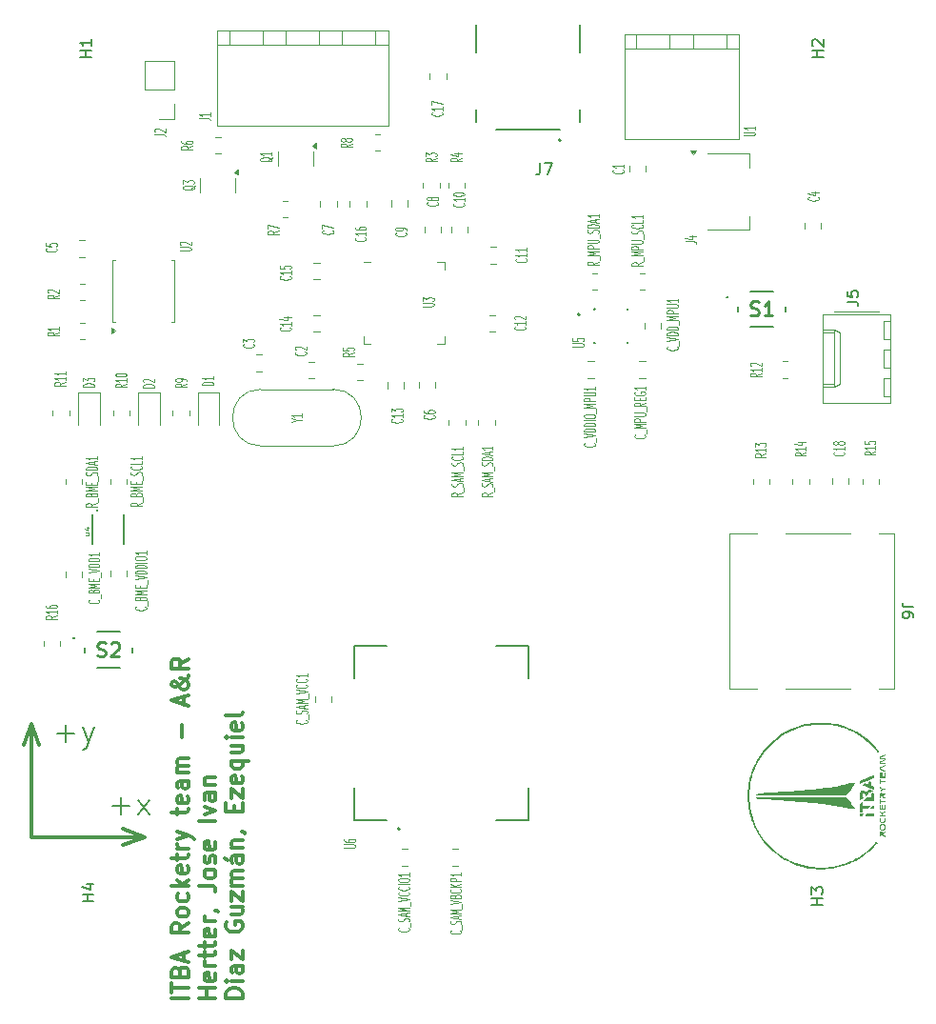
<source format=gbr>
%TF.GenerationSoftware,KiCad,Pcbnew,9.0.1*%
%TF.CreationDate,2025-04-08T19:45:02-03:00*%
%TF.ProjectId,SRAD_computer,53524144-5f63-46f6-9d70-757465722e6b,rev?*%
%TF.SameCoordinates,Original*%
%TF.FileFunction,Legend,Top*%
%TF.FilePolarity,Positive*%
%FSLAX46Y46*%
G04 Gerber Fmt 4.6, Leading zero omitted, Abs format (unit mm)*
G04 Created by KiCad (PCBNEW 9.0.1) date 2025-04-08 19:45:02*
%MOMM*%
%LPD*%
G01*
G04 APERTURE LIST*
%ADD10C,0.300000*%
%ADD11C,0.200000*%
%ADD12C,0.125000*%
%ADD13C,0.150000*%
%ADD14C,0.254000*%
%ADD15C,0.080430*%
%ADD16C,0.120000*%
%ADD17C,0.127000*%
%ADD18C,0.100000*%
%ADD19C,0.000000*%
G04 APERTURE END LIST*
D10*
X58447980Y-98113291D02*
X57763940Y-99992676D01*
X58447980Y-98113291D02*
X59132020Y-99992676D01*
X68460000Y-108152984D02*
X66580615Y-108837024D01*
X68460000Y-108152984D02*
X66580615Y-107468944D01*
X58460000Y-108152984D02*
X68460000Y-108152984D01*
X58460000Y-108152984D02*
X58460000Y-98152984D01*
D11*
X65587768Y-105425917D02*
X67111578Y-105425917D01*
X66349673Y-106187822D02*
X66349673Y-104664012D01*
X67873482Y-106187822D02*
X68921101Y-104854488D01*
X67873482Y-104854488D02*
X68921101Y-106187822D01*
X60739788Y-98975609D02*
X62263598Y-98975609D01*
X61501693Y-99737514D02*
X61501693Y-98213704D01*
X63025502Y-98404180D02*
X63501692Y-99737514D01*
X63977883Y-98404180D02*
X63501692Y-99737514D01*
X63501692Y-99737514D02*
X63311216Y-100213704D01*
X63311216Y-100213704D02*
X63215978Y-100308942D01*
X63215978Y-100308942D02*
X63025502Y-100404180D01*
D10*
X72380996Y-122465489D02*
X70880996Y-122465489D01*
X70880996Y-121965488D02*
X70880996Y-121108346D01*
X72380996Y-121536917D02*
X70880996Y-121536917D01*
X71595282Y-120108346D02*
X71666710Y-119894060D01*
X71666710Y-119894060D02*
X71738139Y-119822631D01*
X71738139Y-119822631D02*
X71880996Y-119751203D01*
X71880996Y-119751203D02*
X72095282Y-119751203D01*
X72095282Y-119751203D02*
X72238139Y-119822631D01*
X72238139Y-119822631D02*
X72309568Y-119894060D01*
X72309568Y-119894060D02*
X72380996Y-120036917D01*
X72380996Y-120036917D02*
X72380996Y-120608346D01*
X72380996Y-120608346D02*
X70880996Y-120608346D01*
X70880996Y-120608346D02*
X70880996Y-120108346D01*
X70880996Y-120108346D02*
X70952425Y-119965489D01*
X70952425Y-119965489D02*
X71023853Y-119894060D01*
X71023853Y-119894060D02*
X71166710Y-119822631D01*
X71166710Y-119822631D02*
X71309568Y-119822631D01*
X71309568Y-119822631D02*
X71452425Y-119894060D01*
X71452425Y-119894060D02*
X71523853Y-119965489D01*
X71523853Y-119965489D02*
X71595282Y-120108346D01*
X71595282Y-120108346D02*
X71595282Y-120608346D01*
X71952425Y-119179774D02*
X71952425Y-118465489D01*
X72380996Y-119322631D02*
X70880996Y-118822631D01*
X70880996Y-118822631D02*
X72380996Y-118322631D01*
X72380996Y-115822632D02*
X71666710Y-116322632D01*
X72380996Y-116679775D02*
X70880996Y-116679775D01*
X70880996Y-116679775D02*
X70880996Y-116108346D01*
X70880996Y-116108346D02*
X70952425Y-115965489D01*
X70952425Y-115965489D02*
X71023853Y-115894060D01*
X71023853Y-115894060D02*
X71166710Y-115822632D01*
X71166710Y-115822632D02*
X71380996Y-115822632D01*
X71380996Y-115822632D02*
X71523853Y-115894060D01*
X71523853Y-115894060D02*
X71595282Y-115965489D01*
X71595282Y-115965489D02*
X71666710Y-116108346D01*
X71666710Y-116108346D02*
X71666710Y-116679775D01*
X72380996Y-114965489D02*
X72309568Y-115108346D01*
X72309568Y-115108346D02*
X72238139Y-115179775D01*
X72238139Y-115179775D02*
X72095282Y-115251203D01*
X72095282Y-115251203D02*
X71666710Y-115251203D01*
X71666710Y-115251203D02*
X71523853Y-115179775D01*
X71523853Y-115179775D02*
X71452425Y-115108346D01*
X71452425Y-115108346D02*
X71380996Y-114965489D01*
X71380996Y-114965489D02*
X71380996Y-114751203D01*
X71380996Y-114751203D02*
X71452425Y-114608346D01*
X71452425Y-114608346D02*
X71523853Y-114536918D01*
X71523853Y-114536918D02*
X71666710Y-114465489D01*
X71666710Y-114465489D02*
X72095282Y-114465489D01*
X72095282Y-114465489D02*
X72238139Y-114536918D01*
X72238139Y-114536918D02*
X72309568Y-114608346D01*
X72309568Y-114608346D02*
X72380996Y-114751203D01*
X72380996Y-114751203D02*
X72380996Y-114965489D01*
X72309568Y-113179775D02*
X72380996Y-113322632D01*
X72380996Y-113322632D02*
X72380996Y-113608346D01*
X72380996Y-113608346D02*
X72309568Y-113751203D01*
X72309568Y-113751203D02*
X72238139Y-113822632D01*
X72238139Y-113822632D02*
X72095282Y-113894060D01*
X72095282Y-113894060D02*
X71666710Y-113894060D01*
X71666710Y-113894060D02*
X71523853Y-113822632D01*
X71523853Y-113822632D02*
X71452425Y-113751203D01*
X71452425Y-113751203D02*
X71380996Y-113608346D01*
X71380996Y-113608346D02*
X71380996Y-113322632D01*
X71380996Y-113322632D02*
X71452425Y-113179775D01*
X72380996Y-112536918D02*
X70880996Y-112536918D01*
X71809568Y-112394061D02*
X72380996Y-111965489D01*
X71380996Y-111965489D02*
X71952425Y-112536918D01*
X72309568Y-110751203D02*
X72380996Y-110894060D01*
X72380996Y-110894060D02*
X72380996Y-111179775D01*
X72380996Y-111179775D02*
X72309568Y-111322632D01*
X72309568Y-111322632D02*
X72166710Y-111394060D01*
X72166710Y-111394060D02*
X71595282Y-111394060D01*
X71595282Y-111394060D02*
X71452425Y-111322632D01*
X71452425Y-111322632D02*
X71380996Y-111179775D01*
X71380996Y-111179775D02*
X71380996Y-110894060D01*
X71380996Y-110894060D02*
X71452425Y-110751203D01*
X71452425Y-110751203D02*
X71595282Y-110679775D01*
X71595282Y-110679775D02*
X71738139Y-110679775D01*
X71738139Y-110679775D02*
X71880996Y-111394060D01*
X71380996Y-110251203D02*
X71380996Y-109679775D01*
X70880996Y-110036918D02*
X72166710Y-110036918D01*
X72166710Y-110036918D02*
X72309568Y-109965489D01*
X72309568Y-109965489D02*
X72380996Y-109822632D01*
X72380996Y-109822632D02*
X72380996Y-109679775D01*
X72380996Y-109179775D02*
X71380996Y-109179775D01*
X71666710Y-109179775D02*
X71523853Y-109108346D01*
X71523853Y-109108346D02*
X71452425Y-109036918D01*
X71452425Y-109036918D02*
X71380996Y-108894060D01*
X71380996Y-108894060D02*
X71380996Y-108751203D01*
X71380996Y-108394061D02*
X72380996Y-108036918D01*
X71380996Y-107679775D02*
X72380996Y-108036918D01*
X72380996Y-108036918D02*
X72738139Y-108179775D01*
X72738139Y-108179775D02*
X72809568Y-108251204D01*
X72809568Y-108251204D02*
X72880996Y-108394061D01*
X71380996Y-106179775D02*
X71380996Y-105608347D01*
X70880996Y-105965490D02*
X72166710Y-105965490D01*
X72166710Y-105965490D02*
X72309568Y-105894061D01*
X72309568Y-105894061D02*
X72380996Y-105751204D01*
X72380996Y-105751204D02*
X72380996Y-105608347D01*
X72309568Y-104536918D02*
X72380996Y-104679775D01*
X72380996Y-104679775D02*
X72380996Y-104965490D01*
X72380996Y-104965490D02*
X72309568Y-105108347D01*
X72309568Y-105108347D02*
X72166710Y-105179775D01*
X72166710Y-105179775D02*
X71595282Y-105179775D01*
X71595282Y-105179775D02*
X71452425Y-105108347D01*
X71452425Y-105108347D02*
X71380996Y-104965490D01*
X71380996Y-104965490D02*
X71380996Y-104679775D01*
X71380996Y-104679775D02*
X71452425Y-104536918D01*
X71452425Y-104536918D02*
X71595282Y-104465490D01*
X71595282Y-104465490D02*
X71738139Y-104465490D01*
X71738139Y-104465490D02*
X71880996Y-105179775D01*
X72380996Y-103179776D02*
X71595282Y-103179776D01*
X71595282Y-103179776D02*
X71452425Y-103251204D01*
X71452425Y-103251204D02*
X71380996Y-103394061D01*
X71380996Y-103394061D02*
X71380996Y-103679776D01*
X71380996Y-103679776D02*
X71452425Y-103822633D01*
X72309568Y-103179776D02*
X72380996Y-103322633D01*
X72380996Y-103322633D02*
X72380996Y-103679776D01*
X72380996Y-103679776D02*
X72309568Y-103822633D01*
X72309568Y-103822633D02*
X72166710Y-103894061D01*
X72166710Y-103894061D02*
X72023853Y-103894061D01*
X72023853Y-103894061D02*
X71880996Y-103822633D01*
X71880996Y-103822633D02*
X71809568Y-103679776D01*
X71809568Y-103679776D02*
X71809568Y-103322633D01*
X71809568Y-103322633D02*
X71738139Y-103179776D01*
X72380996Y-102465490D02*
X71380996Y-102465490D01*
X71523853Y-102465490D02*
X71452425Y-102394061D01*
X71452425Y-102394061D02*
X71380996Y-102251204D01*
X71380996Y-102251204D02*
X71380996Y-102036918D01*
X71380996Y-102036918D02*
X71452425Y-101894061D01*
X71452425Y-101894061D02*
X71595282Y-101822633D01*
X71595282Y-101822633D02*
X72380996Y-101822633D01*
X71595282Y-101822633D02*
X71452425Y-101751204D01*
X71452425Y-101751204D02*
X71380996Y-101608347D01*
X71380996Y-101608347D02*
X71380996Y-101394061D01*
X71380996Y-101394061D02*
X71452425Y-101251204D01*
X71452425Y-101251204D02*
X71595282Y-101179775D01*
X71595282Y-101179775D02*
X72380996Y-101179775D01*
X71809568Y-99322633D02*
X71809568Y-98179776D01*
X71952425Y-96394061D02*
X71952425Y-95679776D01*
X72380996Y-96536918D02*
X70880996Y-96036918D01*
X70880996Y-96036918D02*
X72380996Y-95536918D01*
X72380996Y-93822633D02*
X72380996Y-93894062D01*
X72380996Y-93894062D02*
X72309568Y-94036919D01*
X72309568Y-94036919D02*
X72095282Y-94251204D01*
X72095282Y-94251204D02*
X71666710Y-94608347D01*
X71666710Y-94608347D02*
X71452425Y-94751204D01*
X71452425Y-94751204D02*
X71238139Y-94822633D01*
X71238139Y-94822633D02*
X71095282Y-94822633D01*
X71095282Y-94822633D02*
X70952425Y-94751204D01*
X70952425Y-94751204D02*
X70880996Y-94608347D01*
X70880996Y-94608347D02*
X70880996Y-94536919D01*
X70880996Y-94536919D02*
X70952425Y-94394062D01*
X70952425Y-94394062D02*
X71095282Y-94322633D01*
X71095282Y-94322633D02*
X71166710Y-94322633D01*
X71166710Y-94322633D02*
X71309568Y-94394062D01*
X71309568Y-94394062D02*
X71380996Y-94465490D01*
X71380996Y-94465490D02*
X71666710Y-94894062D01*
X71666710Y-94894062D02*
X71738139Y-94965490D01*
X71738139Y-94965490D02*
X71880996Y-95036919D01*
X71880996Y-95036919D02*
X72095282Y-95036919D01*
X72095282Y-95036919D02*
X72238139Y-94965490D01*
X72238139Y-94965490D02*
X72309568Y-94894062D01*
X72309568Y-94894062D02*
X72380996Y-94751204D01*
X72380996Y-94751204D02*
X72380996Y-94536919D01*
X72380996Y-94536919D02*
X72309568Y-94394062D01*
X72309568Y-94394062D02*
X72238139Y-94322633D01*
X72238139Y-94322633D02*
X71952425Y-94108347D01*
X71952425Y-94108347D02*
X71738139Y-94036919D01*
X71738139Y-94036919D02*
X71595282Y-94036919D01*
X72380996Y-92322633D02*
X71666710Y-92822633D01*
X72380996Y-93179776D02*
X70880996Y-93179776D01*
X70880996Y-93179776D02*
X70880996Y-92608347D01*
X70880996Y-92608347D02*
X70952425Y-92465490D01*
X70952425Y-92465490D02*
X71023853Y-92394061D01*
X71023853Y-92394061D02*
X71166710Y-92322633D01*
X71166710Y-92322633D02*
X71380996Y-92322633D01*
X71380996Y-92322633D02*
X71523853Y-92394061D01*
X71523853Y-92394061D02*
X71595282Y-92465490D01*
X71595282Y-92465490D02*
X71666710Y-92608347D01*
X71666710Y-92608347D02*
X71666710Y-93179776D01*
X74795912Y-122465489D02*
X73295912Y-122465489D01*
X74010198Y-122465489D02*
X74010198Y-121608346D01*
X74795912Y-121608346D02*
X73295912Y-121608346D01*
X74724484Y-120322631D02*
X74795912Y-120465488D01*
X74795912Y-120465488D02*
X74795912Y-120751203D01*
X74795912Y-120751203D02*
X74724484Y-120894060D01*
X74724484Y-120894060D02*
X74581626Y-120965488D01*
X74581626Y-120965488D02*
X74010198Y-120965488D01*
X74010198Y-120965488D02*
X73867341Y-120894060D01*
X73867341Y-120894060D02*
X73795912Y-120751203D01*
X73795912Y-120751203D02*
X73795912Y-120465488D01*
X73795912Y-120465488D02*
X73867341Y-120322631D01*
X73867341Y-120322631D02*
X74010198Y-120251203D01*
X74010198Y-120251203D02*
X74153055Y-120251203D01*
X74153055Y-120251203D02*
X74295912Y-120965488D01*
X74795912Y-119608346D02*
X73795912Y-119608346D01*
X74081626Y-119608346D02*
X73938769Y-119536917D01*
X73938769Y-119536917D02*
X73867341Y-119465489D01*
X73867341Y-119465489D02*
X73795912Y-119322631D01*
X73795912Y-119322631D02*
X73795912Y-119179774D01*
X73795912Y-118894060D02*
X73795912Y-118322632D01*
X73295912Y-118679775D02*
X74581626Y-118679775D01*
X74581626Y-118679775D02*
X74724484Y-118608346D01*
X74724484Y-118608346D02*
X74795912Y-118465489D01*
X74795912Y-118465489D02*
X74795912Y-118322632D01*
X73795912Y-118036917D02*
X73795912Y-117465489D01*
X73295912Y-117822632D02*
X74581626Y-117822632D01*
X74581626Y-117822632D02*
X74724484Y-117751203D01*
X74724484Y-117751203D02*
X74795912Y-117608346D01*
X74795912Y-117608346D02*
X74795912Y-117465489D01*
X74724484Y-116394060D02*
X74795912Y-116536917D01*
X74795912Y-116536917D02*
X74795912Y-116822632D01*
X74795912Y-116822632D02*
X74724484Y-116965489D01*
X74724484Y-116965489D02*
X74581626Y-117036917D01*
X74581626Y-117036917D02*
X74010198Y-117036917D01*
X74010198Y-117036917D02*
X73867341Y-116965489D01*
X73867341Y-116965489D02*
X73795912Y-116822632D01*
X73795912Y-116822632D02*
X73795912Y-116536917D01*
X73795912Y-116536917D02*
X73867341Y-116394060D01*
X73867341Y-116394060D02*
X74010198Y-116322632D01*
X74010198Y-116322632D02*
X74153055Y-116322632D01*
X74153055Y-116322632D02*
X74295912Y-117036917D01*
X74795912Y-115679775D02*
X73795912Y-115679775D01*
X74081626Y-115679775D02*
X73938769Y-115608346D01*
X73938769Y-115608346D02*
X73867341Y-115536918D01*
X73867341Y-115536918D02*
X73795912Y-115394060D01*
X73795912Y-115394060D02*
X73795912Y-115251203D01*
X74724484Y-114679775D02*
X74795912Y-114679775D01*
X74795912Y-114679775D02*
X74938769Y-114751204D01*
X74938769Y-114751204D02*
X75010198Y-114822632D01*
X73295912Y-112465489D02*
X74367341Y-112465489D01*
X74367341Y-112465489D02*
X74581626Y-112536918D01*
X74581626Y-112536918D02*
X74724484Y-112679775D01*
X74724484Y-112679775D02*
X74795912Y-112894061D01*
X74795912Y-112894061D02*
X74795912Y-113036918D01*
X74795912Y-111536918D02*
X74724484Y-111679775D01*
X74724484Y-111679775D02*
X74653055Y-111751204D01*
X74653055Y-111751204D02*
X74510198Y-111822632D01*
X74510198Y-111822632D02*
X74081626Y-111822632D01*
X74081626Y-111822632D02*
X73938769Y-111751204D01*
X73938769Y-111751204D02*
X73867341Y-111679775D01*
X73867341Y-111679775D02*
X73795912Y-111536918D01*
X73795912Y-111536918D02*
X73795912Y-111322632D01*
X73795912Y-111322632D02*
X73867341Y-111179775D01*
X73867341Y-111179775D02*
X73938769Y-111108347D01*
X73938769Y-111108347D02*
X74081626Y-111036918D01*
X74081626Y-111036918D02*
X74510198Y-111036918D01*
X74510198Y-111036918D02*
X74653055Y-111108347D01*
X74653055Y-111108347D02*
X74724484Y-111179775D01*
X74724484Y-111179775D02*
X74795912Y-111322632D01*
X74795912Y-111322632D02*
X74795912Y-111536918D01*
X74724484Y-110465489D02*
X74795912Y-110322632D01*
X74795912Y-110322632D02*
X74795912Y-110036918D01*
X74795912Y-110036918D02*
X74724484Y-109894061D01*
X74724484Y-109894061D02*
X74581626Y-109822632D01*
X74581626Y-109822632D02*
X74510198Y-109822632D01*
X74510198Y-109822632D02*
X74367341Y-109894061D01*
X74367341Y-109894061D02*
X74295912Y-110036918D01*
X74295912Y-110036918D02*
X74295912Y-110251204D01*
X74295912Y-110251204D02*
X74224484Y-110394061D01*
X74224484Y-110394061D02*
X74081626Y-110465489D01*
X74081626Y-110465489D02*
X74010198Y-110465489D01*
X74010198Y-110465489D02*
X73867341Y-110394061D01*
X73867341Y-110394061D02*
X73795912Y-110251204D01*
X73795912Y-110251204D02*
X73795912Y-110036918D01*
X73795912Y-110036918D02*
X73867341Y-109894061D01*
X74724484Y-108608346D02*
X74795912Y-108751203D01*
X74795912Y-108751203D02*
X74795912Y-109036918D01*
X74795912Y-109036918D02*
X74724484Y-109179775D01*
X74724484Y-109179775D02*
X74581626Y-109251203D01*
X74581626Y-109251203D02*
X74010198Y-109251203D01*
X74010198Y-109251203D02*
X73867341Y-109179775D01*
X73867341Y-109179775D02*
X73795912Y-109036918D01*
X73795912Y-109036918D02*
X73795912Y-108751203D01*
X73795912Y-108751203D02*
X73867341Y-108608346D01*
X73867341Y-108608346D02*
X74010198Y-108536918D01*
X74010198Y-108536918D02*
X74153055Y-108536918D01*
X74153055Y-108536918D02*
X74295912Y-109251203D01*
X74795912Y-106751204D02*
X73295912Y-106751204D01*
X73795912Y-106179775D02*
X74795912Y-105822632D01*
X74795912Y-105822632D02*
X73795912Y-105465489D01*
X74795912Y-104251204D02*
X74010198Y-104251204D01*
X74010198Y-104251204D02*
X73867341Y-104322632D01*
X73867341Y-104322632D02*
X73795912Y-104465489D01*
X73795912Y-104465489D02*
X73795912Y-104751204D01*
X73795912Y-104751204D02*
X73867341Y-104894061D01*
X74724484Y-104251204D02*
X74795912Y-104394061D01*
X74795912Y-104394061D02*
X74795912Y-104751204D01*
X74795912Y-104751204D02*
X74724484Y-104894061D01*
X74724484Y-104894061D02*
X74581626Y-104965489D01*
X74581626Y-104965489D02*
X74438769Y-104965489D01*
X74438769Y-104965489D02*
X74295912Y-104894061D01*
X74295912Y-104894061D02*
X74224484Y-104751204D01*
X74224484Y-104751204D02*
X74224484Y-104394061D01*
X74224484Y-104394061D02*
X74153055Y-104251204D01*
X73795912Y-103536918D02*
X74795912Y-103536918D01*
X73938769Y-103536918D02*
X73867341Y-103465489D01*
X73867341Y-103465489D02*
X73795912Y-103322632D01*
X73795912Y-103322632D02*
X73795912Y-103108346D01*
X73795912Y-103108346D02*
X73867341Y-102965489D01*
X73867341Y-102965489D02*
X74010198Y-102894061D01*
X74010198Y-102894061D02*
X74795912Y-102894061D01*
X77210828Y-122465489D02*
X75710828Y-122465489D01*
X75710828Y-122465489D02*
X75710828Y-122108346D01*
X75710828Y-122108346D02*
X75782257Y-121894060D01*
X75782257Y-121894060D02*
X75925114Y-121751203D01*
X75925114Y-121751203D02*
X76067971Y-121679774D01*
X76067971Y-121679774D02*
X76353685Y-121608346D01*
X76353685Y-121608346D02*
X76567971Y-121608346D01*
X76567971Y-121608346D02*
X76853685Y-121679774D01*
X76853685Y-121679774D02*
X76996542Y-121751203D01*
X76996542Y-121751203D02*
X77139400Y-121894060D01*
X77139400Y-121894060D02*
X77210828Y-122108346D01*
X77210828Y-122108346D02*
X77210828Y-122465489D01*
X77210828Y-120965489D02*
X76210828Y-120965489D01*
X75710828Y-120965489D02*
X75782257Y-121036917D01*
X75782257Y-121036917D02*
X75853685Y-120965489D01*
X75853685Y-120965489D02*
X75782257Y-120894060D01*
X75782257Y-120894060D02*
X75710828Y-120965489D01*
X75710828Y-120965489D02*
X75853685Y-120965489D01*
X77210828Y-119608346D02*
X76425114Y-119608346D01*
X76425114Y-119608346D02*
X76282257Y-119679774D01*
X76282257Y-119679774D02*
X76210828Y-119822631D01*
X76210828Y-119822631D02*
X76210828Y-120108346D01*
X76210828Y-120108346D02*
X76282257Y-120251203D01*
X77139400Y-119608346D02*
X77210828Y-119751203D01*
X77210828Y-119751203D02*
X77210828Y-120108346D01*
X77210828Y-120108346D02*
X77139400Y-120251203D01*
X77139400Y-120251203D02*
X76996542Y-120322631D01*
X76996542Y-120322631D02*
X76853685Y-120322631D01*
X76853685Y-120322631D02*
X76710828Y-120251203D01*
X76710828Y-120251203D02*
X76639400Y-120108346D01*
X76639400Y-120108346D02*
X76639400Y-119751203D01*
X76639400Y-119751203D02*
X76567971Y-119608346D01*
X76210828Y-119036917D02*
X76210828Y-118251203D01*
X76210828Y-118251203D02*
X77210828Y-119036917D01*
X77210828Y-119036917D02*
X77210828Y-118251203D01*
X75782257Y-115751202D02*
X75710828Y-115894060D01*
X75710828Y-115894060D02*
X75710828Y-116108345D01*
X75710828Y-116108345D02*
X75782257Y-116322631D01*
X75782257Y-116322631D02*
X75925114Y-116465488D01*
X75925114Y-116465488D02*
X76067971Y-116536917D01*
X76067971Y-116536917D02*
X76353685Y-116608345D01*
X76353685Y-116608345D02*
X76567971Y-116608345D01*
X76567971Y-116608345D02*
X76853685Y-116536917D01*
X76853685Y-116536917D02*
X76996542Y-116465488D01*
X76996542Y-116465488D02*
X77139400Y-116322631D01*
X77139400Y-116322631D02*
X77210828Y-116108345D01*
X77210828Y-116108345D02*
X77210828Y-115965488D01*
X77210828Y-115965488D02*
X77139400Y-115751202D01*
X77139400Y-115751202D02*
X77067971Y-115679774D01*
X77067971Y-115679774D02*
X76567971Y-115679774D01*
X76567971Y-115679774D02*
X76567971Y-115965488D01*
X76210828Y-114394060D02*
X77210828Y-114394060D01*
X76210828Y-115036917D02*
X76996542Y-115036917D01*
X76996542Y-115036917D02*
X77139400Y-114965488D01*
X77139400Y-114965488D02*
X77210828Y-114822631D01*
X77210828Y-114822631D02*
X77210828Y-114608345D01*
X77210828Y-114608345D02*
X77139400Y-114465488D01*
X77139400Y-114465488D02*
X77067971Y-114394060D01*
X76210828Y-113822631D02*
X76210828Y-113036917D01*
X76210828Y-113036917D02*
X77210828Y-113822631D01*
X77210828Y-113822631D02*
X77210828Y-113036917D01*
X77210828Y-112465488D02*
X76210828Y-112465488D01*
X76353685Y-112465488D02*
X76282257Y-112394059D01*
X76282257Y-112394059D02*
X76210828Y-112251202D01*
X76210828Y-112251202D02*
X76210828Y-112036916D01*
X76210828Y-112036916D02*
X76282257Y-111894059D01*
X76282257Y-111894059D02*
X76425114Y-111822631D01*
X76425114Y-111822631D02*
X77210828Y-111822631D01*
X76425114Y-111822631D02*
X76282257Y-111751202D01*
X76282257Y-111751202D02*
X76210828Y-111608345D01*
X76210828Y-111608345D02*
X76210828Y-111394059D01*
X76210828Y-111394059D02*
X76282257Y-111251202D01*
X76282257Y-111251202D02*
X76425114Y-111179773D01*
X76425114Y-111179773D02*
X77210828Y-111179773D01*
X77210828Y-109822631D02*
X76425114Y-109822631D01*
X76425114Y-109822631D02*
X76282257Y-109894059D01*
X76282257Y-109894059D02*
X76210828Y-110036916D01*
X76210828Y-110036916D02*
X76210828Y-110322631D01*
X76210828Y-110322631D02*
X76282257Y-110465488D01*
X77139400Y-109822631D02*
X77210828Y-109965488D01*
X77210828Y-109965488D02*
X77210828Y-110322631D01*
X77210828Y-110322631D02*
X77139400Y-110465488D01*
X77139400Y-110465488D02*
X76996542Y-110536916D01*
X76996542Y-110536916D02*
X76853685Y-110536916D01*
X76853685Y-110536916D02*
X76710828Y-110465488D01*
X76710828Y-110465488D02*
X76639400Y-110322631D01*
X76639400Y-110322631D02*
X76639400Y-109965488D01*
X76639400Y-109965488D02*
X76567971Y-109822631D01*
X75639400Y-110036916D02*
X75853685Y-110251202D01*
X76210828Y-109108345D02*
X77210828Y-109108345D01*
X76353685Y-109108345D02*
X76282257Y-109036916D01*
X76282257Y-109036916D02*
X76210828Y-108894059D01*
X76210828Y-108894059D02*
X76210828Y-108679773D01*
X76210828Y-108679773D02*
X76282257Y-108536916D01*
X76282257Y-108536916D02*
X76425114Y-108465488D01*
X76425114Y-108465488D02*
X77210828Y-108465488D01*
X77139400Y-107679773D02*
X77210828Y-107679773D01*
X77210828Y-107679773D02*
X77353685Y-107751202D01*
X77353685Y-107751202D02*
X77425114Y-107822630D01*
X76425114Y-105894059D02*
X76425114Y-105394059D01*
X77210828Y-105179773D02*
X77210828Y-105894059D01*
X77210828Y-105894059D02*
X75710828Y-105894059D01*
X75710828Y-105894059D02*
X75710828Y-105179773D01*
X76210828Y-104679773D02*
X76210828Y-103894059D01*
X76210828Y-103894059D02*
X77210828Y-104679773D01*
X77210828Y-104679773D02*
X77210828Y-103894059D01*
X77139400Y-102751201D02*
X77210828Y-102894058D01*
X77210828Y-102894058D02*
X77210828Y-103179773D01*
X77210828Y-103179773D02*
X77139400Y-103322630D01*
X77139400Y-103322630D02*
X76996542Y-103394058D01*
X76996542Y-103394058D02*
X76425114Y-103394058D01*
X76425114Y-103394058D02*
X76282257Y-103322630D01*
X76282257Y-103322630D02*
X76210828Y-103179773D01*
X76210828Y-103179773D02*
X76210828Y-102894058D01*
X76210828Y-102894058D02*
X76282257Y-102751201D01*
X76282257Y-102751201D02*
X76425114Y-102679773D01*
X76425114Y-102679773D02*
X76567971Y-102679773D01*
X76567971Y-102679773D02*
X76710828Y-103394058D01*
X76210828Y-101394059D02*
X77710828Y-101394059D01*
X77139400Y-101394059D02*
X77210828Y-101536916D01*
X77210828Y-101536916D02*
X77210828Y-101822630D01*
X77210828Y-101822630D02*
X77139400Y-101965487D01*
X77139400Y-101965487D02*
X77067971Y-102036916D01*
X77067971Y-102036916D02*
X76925114Y-102108344D01*
X76925114Y-102108344D02*
X76496542Y-102108344D01*
X76496542Y-102108344D02*
X76353685Y-102036916D01*
X76353685Y-102036916D02*
X76282257Y-101965487D01*
X76282257Y-101965487D02*
X76210828Y-101822630D01*
X76210828Y-101822630D02*
X76210828Y-101536916D01*
X76210828Y-101536916D02*
X76282257Y-101394059D01*
X76210828Y-100036916D02*
X77210828Y-100036916D01*
X76210828Y-100679773D02*
X76996542Y-100679773D01*
X76996542Y-100679773D02*
X77139400Y-100608344D01*
X77139400Y-100608344D02*
X77210828Y-100465487D01*
X77210828Y-100465487D02*
X77210828Y-100251201D01*
X77210828Y-100251201D02*
X77139400Y-100108344D01*
X77139400Y-100108344D02*
X77067971Y-100036916D01*
X77210828Y-99322630D02*
X76210828Y-99322630D01*
X75710828Y-99322630D02*
X75782257Y-99394058D01*
X75782257Y-99394058D02*
X75853685Y-99322630D01*
X75853685Y-99322630D02*
X75782257Y-99251201D01*
X75782257Y-99251201D02*
X75710828Y-99322630D01*
X75710828Y-99322630D02*
X75853685Y-99322630D01*
X77139400Y-98036915D02*
X77210828Y-98179772D01*
X77210828Y-98179772D02*
X77210828Y-98465487D01*
X77210828Y-98465487D02*
X77139400Y-98608344D01*
X77139400Y-98608344D02*
X76996542Y-98679772D01*
X76996542Y-98679772D02*
X76425114Y-98679772D01*
X76425114Y-98679772D02*
X76282257Y-98608344D01*
X76282257Y-98608344D02*
X76210828Y-98465487D01*
X76210828Y-98465487D02*
X76210828Y-98179772D01*
X76210828Y-98179772D02*
X76282257Y-98036915D01*
X76282257Y-98036915D02*
X76425114Y-97965487D01*
X76425114Y-97965487D02*
X76567971Y-97965487D01*
X76567971Y-97965487D02*
X76710828Y-98679772D01*
X77210828Y-97108344D02*
X77139400Y-97251201D01*
X77139400Y-97251201D02*
X76996542Y-97322630D01*
X76996542Y-97322630D02*
X75710828Y-97322630D01*
D12*
X69336119Y-68192031D02*
X68336119Y-68192031D01*
X68336119Y-68192031D02*
X68336119Y-68072983D01*
X68336119Y-68072983D02*
X68383738Y-68001555D01*
X68383738Y-68001555D02*
X68478976Y-67953936D01*
X68478976Y-67953936D02*
X68574214Y-67930126D01*
X68574214Y-67930126D02*
X68764690Y-67906317D01*
X68764690Y-67906317D02*
X68907547Y-67906317D01*
X68907547Y-67906317D02*
X69098023Y-67930126D01*
X69098023Y-67930126D02*
X69193261Y-67953936D01*
X69193261Y-67953936D02*
X69288500Y-68001555D01*
X69288500Y-68001555D02*
X69336119Y-68072983D01*
X69336119Y-68072983D02*
X69336119Y-68192031D01*
X68431357Y-67715840D02*
X68383738Y-67692031D01*
X68383738Y-67692031D02*
X68336119Y-67644412D01*
X68336119Y-67644412D02*
X68336119Y-67525364D01*
X68336119Y-67525364D02*
X68383738Y-67477745D01*
X68383738Y-67477745D02*
X68431357Y-67453936D01*
X68431357Y-67453936D02*
X68526595Y-67430126D01*
X68526595Y-67430126D02*
X68621833Y-67430126D01*
X68621833Y-67430126D02*
X68764690Y-67453936D01*
X68764690Y-67453936D02*
X69336119Y-67739650D01*
X69336119Y-67739650D02*
X69336119Y-67430126D01*
X68541587Y-87697619D02*
X68589207Y-87721428D01*
X68589207Y-87721428D02*
X68636826Y-87792857D01*
X68636826Y-87792857D02*
X68636826Y-87840476D01*
X68636826Y-87840476D02*
X68589207Y-87911904D01*
X68589207Y-87911904D02*
X68493968Y-87959523D01*
X68493968Y-87959523D02*
X68398730Y-87983333D01*
X68398730Y-87983333D02*
X68208254Y-88007142D01*
X68208254Y-88007142D02*
X68065397Y-88007142D01*
X68065397Y-88007142D02*
X67874921Y-87983333D01*
X67874921Y-87983333D02*
X67779683Y-87959523D01*
X67779683Y-87959523D02*
X67684445Y-87911904D01*
X67684445Y-87911904D02*
X67636826Y-87840476D01*
X67636826Y-87840476D02*
X67636826Y-87792857D01*
X67636826Y-87792857D02*
X67684445Y-87721428D01*
X67684445Y-87721428D02*
X67732064Y-87697619D01*
X68732064Y-87602381D02*
X68732064Y-87221428D01*
X68113016Y-86935714D02*
X68160635Y-86864286D01*
X68160635Y-86864286D02*
X68208254Y-86840476D01*
X68208254Y-86840476D02*
X68303492Y-86816667D01*
X68303492Y-86816667D02*
X68446349Y-86816667D01*
X68446349Y-86816667D02*
X68541587Y-86840476D01*
X68541587Y-86840476D02*
X68589207Y-86864286D01*
X68589207Y-86864286D02*
X68636826Y-86911905D01*
X68636826Y-86911905D02*
X68636826Y-87102381D01*
X68636826Y-87102381D02*
X67636826Y-87102381D01*
X67636826Y-87102381D02*
X67636826Y-86935714D01*
X67636826Y-86935714D02*
X67684445Y-86888095D01*
X67684445Y-86888095D02*
X67732064Y-86864286D01*
X67732064Y-86864286D02*
X67827302Y-86840476D01*
X67827302Y-86840476D02*
X67922540Y-86840476D01*
X67922540Y-86840476D02*
X68017778Y-86864286D01*
X68017778Y-86864286D02*
X68065397Y-86888095D01*
X68065397Y-86888095D02*
X68113016Y-86935714D01*
X68113016Y-86935714D02*
X68113016Y-87102381D01*
X68636826Y-86602381D02*
X67636826Y-86602381D01*
X67636826Y-86602381D02*
X68351111Y-86435714D01*
X68351111Y-86435714D02*
X67636826Y-86269048D01*
X67636826Y-86269048D02*
X68636826Y-86269048D01*
X68113016Y-86030952D02*
X68113016Y-85864285D01*
X68636826Y-85792857D02*
X68636826Y-86030952D01*
X68636826Y-86030952D02*
X67636826Y-86030952D01*
X67636826Y-86030952D02*
X67636826Y-85792857D01*
X68732064Y-85697619D02*
X68732064Y-85316666D01*
X67636826Y-85269047D02*
X68636826Y-85102381D01*
X68636826Y-85102381D02*
X67636826Y-84935714D01*
X68636826Y-84769048D02*
X67636826Y-84769048D01*
X67636826Y-84769048D02*
X67636826Y-84650000D01*
X67636826Y-84650000D02*
X67684445Y-84578572D01*
X67684445Y-84578572D02*
X67779683Y-84530953D01*
X67779683Y-84530953D02*
X67874921Y-84507143D01*
X67874921Y-84507143D02*
X68065397Y-84483334D01*
X68065397Y-84483334D02*
X68208254Y-84483334D01*
X68208254Y-84483334D02*
X68398730Y-84507143D01*
X68398730Y-84507143D02*
X68493968Y-84530953D01*
X68493968Y-84530953D02*
X68589207Y-84578572D01*
X68589207Y-84578572D02*
X68636826Y-84650000D01*
X68636826Y-84650000D02*
X68636826Y-84769048D01*
X68636826Y-84269048D02*
X67636826Y-84269048D01*
X67636826Y-84269048D02*
X67636826Y-84150000D01*
X67636826Y-84150000D02*
X67684445Y-84078572D01*
X67684445Y-84078572D02*
X67779683Y-84030953D01*
X67779683Y-84030953D02*
X67874921Y-84007143D01*
X67874921Y-84007143D02*
X68065397Y-83983334D01*
X68065397Y-83983334D02*
X68208254Y-83983334D01*
X68208254Y-83983334D02*
X68398730Y-84007143D01*
X68398730Y-84007143D02*
X68493968Y-84030953D01*
X68493968Y-84030953D02*
X68589207Y-84078572D01*
X68589207Y-84078572D02*
X68636826Y-84150000D01*
X68636826Y-84150000D02*
X68636826Y-84269048D01*
X68636826Y-83769048D02*
X67636826Y-83769048D01*
X67636826Y-83435715D02*
X67636826Y-83340477D01*
X67636826Y-83340477D02*
X67684445Y-83292858D01*
X67684445Y-83292858D02*
X67779683Y-83245239D01*
X67779683Y-83245239D02*
X67970159Y-83221429D01*
X67970159Y-83221429D02*
X68303492Y-83221429D01*
X68303492Y-83221429D02*
X68493968Y-83245239D01*
X68493968Y-83245239D02*
X68589207Y-83292858D01*
X68589207Y-83292858D02*
X68636826Y-83340477D01*
X68636826Y-83340477D02*
X68636826Y-83435715D01*
X68636826Y-83435715D02*
X68589207Y-83483334D01*
X68589207Y-83483334D02*
X68493968Y-83530953D01*
X68493968Y-83530953D02*
X68303492Y-83554762D01*
X68303492Y-83554762D02*
X67970159Y-83554762D01*
X67970159Y-83554762D02*
X67779683Y-83530953D01*
X67779683Y-83530953D02*
X67684445Y-83483334D01*
X67684445Y-83483334D02*
X67636826Y-83435715D01*
X68636826Y-82745238D02*
X68636826Y-83030952D01*
X68636826Y-82888095D02*
X67636826Y-82888095D01*
X67636826Y-82888095D02*
X67779683Y-82935714D01*
X67779683Y-82935714D02*
X67874921Y-82983333D01*
X67874921Y-82983333D02*
X67922540Y-83030952D01*
X80416119Y-54286317D02*
X79939928Y-54452983D01*
X80416119Y-54572031D02*
X79416119Y-54572031D01*
X79416119Y-54572031D02*
X79416119Y-54381555D01*
X79416119Y-54381555D02*
X79463738Y-54333936D01*
X79463738Y-54333936D02*
X79511357Y-54310126D01*
X79511357Y-54310126D02*
X79606595Y-54286317D01*
X79606595Y-54286317D02*
X79749452Y-54286317D01*
X79749452Y-54286317D02*
X79844690Y-54310126D01*
X79844690Y-54310126D02*
X79892309Y-54333936D01*
X79892309Y-54333936D02*
X79939928Y-54381555D01*
X79939928Y-54381555D02*
X79939928Y-54572031D01*
X79416119Y-54119650D02*
X79416119Y-53786317D01*
X79416119Y-53786317D02*
X80416119Y-54000602D01*
X94497213Y-51746169D02*
X94544833Y-51769978D01*
X94544833Y-51769978D02*
X94592452Y-51841407D01*
X94592452Y-51841407D02*
X94592452Y-51889026D01*
X94592452Y-51889026D02*
X94544833Y-51960454D01*
X94544833Y-51960454D02*
X94449594Y-52008073D01*
X94449594Y-52008073D02*
X94354356Y-52031883D01*
X94354356Y-52031883D02*
X94163880Y-52055692D01*
X94163880Y-52055692D02*
X94021023Y-52055692D01*
X94021023Y-52055692D02*
X93830547Y-52031883D01*
X93830547Y-52031883D02*
X93735309Y-52008073D01*
X93735309Y-52008073D02*
X93640071Y-51960454D01*
X93640071Y-51960454D02*
X93592452Y-51889026D01*
X93592452Y-51889026D02*
X93592452Y-51841407D01*
X93592452Y-51841407D02*
X93640071Y-51769978D01*
X93640071Y-51769978D02*
X93687690Y-51746169D01*
X94021023Y-51460454D02*
X93973404Y-51508073D01*
X93973404Y-51508073D02*
X93925785Y-51531883D01*
X93925785Y-51531883D02*
X93830547Y-51555692D01*
X93830547Y-51555692D02*
X93782928Y-51555692D01*
X93782928Y-51555692D02*
X93687690Y-51531883D01*
X93687690Y-51531883D02*
X93640071Y-51508073D01*
X93640071Y-51508073D02*
X93592452Y-51460454D01*
X93592452Y-51460454D02*
X93592452Y-51365216D01*
X93592452Y-51365216D02*
X93640071Y-51317597D01*
X93640071Y-51317597D02*
X93687690Y-51293788D01*
X93687690Y-51293788D02*
X93782928Y-51269978D01*
X93782928Y-51269978D02*
X93830547Y-51269978D01*
X93830547Y-51269978D02*
X93925785Y-51293788D01*
X93925785Y-51293788D02*
X93973404Y-51317597D01*
X93973404Y-51317597D02*
X94021023Y-51365216D01*
X94021023Y-51365216D02*
X94021023Y-51460454D01*
X94021023Y-51460454D02*
X94068642Y-51508073D01*
X94068642Y-51508073D02*
X94116261Y-51531883D01*
X94116261Y-51531883D02*
X94211499Y-51555692D01*
X94211499Y-51555692D02*
X94401975Y-51555692D01*
X94401975Y-51555692D02*
X94497213Y-51531883D01*
X94497213Y-51531883D02*
X94544833Y-51508073D01*
X94544833Y-51508073D02*
X94592452Y-51460454D01*
X94592452Y-51460454D02*
X94592452Y-51365216D01*
X94592452Y-51365216D02*
X94544833Y-51317597D01*
X94544833Y-51317597D02*
X94497213Y-51293788D01*
X94497213Y-51293788D02*
X94401975Y-51269978D01*
X94401975Y-51269978D02*
X94211499Y-51269978D01*
X94211499Y-51269978D02*
X94116261Y-51293788D01*
X94116261Y-51293788D02*
X94068642Y-51317597D01*
X94068642Y-51317597D02*
X94021023Y-51365216D01*
X60856119Y-59976317D02*
X60379928Y-60142983D01*
X60856119Y-60262031D02*
X59856119Y-60262031D01*
X59856119Y-60262031D02*
X59856119Y-60071555D01*
X59856119Y-60071555D02*
X59903738Y-60023936D01*
X59903738Y-60023936D02*
X59951357Y-60000126D01*
X59951357Y-60000126D02*
X60046595Y-59976317D01*
X60046595Y-59976317D02*
X60189452Y-59976317D01*
X60189452Y-59976317D02*
X60284690Y-60000126D01*
X60284690Y-60000126D02*
X60332309Y-60023936D01*
X60332309Y-60023936D02*
X60379928Y-60071555D01*
X60379928Y-60071555D02*
X60379928Y-60262031D01*
X59951357Y-59785840D02*
X59903738Y-59762031D01*
X59903738Y-59762031D02*
X59856119Y-59714412D01*
X59856119Y-59714412D02*
X59856119Y-59595364D01*
X59856119Y-59595364D02*
X59903738Y-59547745D01*
X59903738Y-59547745D02*
X59951357Y-59523936D01*
X59951357Y-59523936D02*
X60046595Y-59500126D01*
X60046595Y-59500126D02*
X60141833Y-59500126D01*
X60141833Y-59500126D02*
X60284690Y-59523936D01*
X60284690Y-59523936D02*
X60856119Y-59809650D01*
X60856119Y-59809650D02*
X60856119Y-59500126D01*
X133479453Y-73894412D02*
X133003262Y-74061078D01*
X133479453Y-74180126D02*
X132479453Y-74180126D01*
X132479453Y-74180126D02*
X132479453Y-73989650D01*
X132479453Y-73989650D02*
X132527072Y-73942031D01*
X132527072Y-73942031D02*
X132574691Y-73918221D01*
X132574691Y-73918221D02*
X132669929Y-73894412D01*
X132669929Y-73894412D02*
X132812786Y-73894412D01*
X132812786Y-73894412D02*
X132908024Y-73918221D01*
X132908024Y-73918221D02*
X132955643Y-73942031D01*
X132955643Y-73942031D02*
X133003262Y-73989650D01*
X133003262Y-73989650D02*
X133003262Y-74180126D01*
X133479453Y-73418221D02*
X133479453Y-73703935D01*
X133479453Y-73561078D02*
X132479453Y-73561078D01*
X132479453Y-73561078D02*
X132622310Y-73608697D01*
X132622310Y-73608697D02*
X132717548Y-73656316D01*
X132717548Y-73656316D02*
X132765167Y-73703935D01*
X132479453Y-72965841D02*
X132479453Y-73203936D01*
X132479453Y-73203936D02*
X132955643Y-73227745D01*
X132955643Y-73227745D02*
X132908024Y-73203936D01*
X132908024Y-73203936D02*
X132860405Y-73156317D01*
X132860405Y-73156317D02*
X132860405Y-73037269D01*
X132860405Y-73037269D02*
X132908024Y-72989650D01*
X132908024Y-72989650D02*
X132955643Y-72965841D01*
X132955643Y-72965841D02*
X133050881Y-72942031D01*
X133050881Y-72942031D02*
X133288976Y-72942031D01*
X133288976Y-72942031D02*
X133384214Y-72965841D01*
X133384214Y-72965841D02*
X133431834Y-72989650D01*
X133431834Y-72989650D02*
X133479453Y-73037269D01*
X133479453Y-73037269D02*
X133479453Y-73156317D01*
X133479453Y-73156317D02*
X133431834Y-73203936D01*
X133431834Y-73203936D02*
X133384214Y-73227745D01*
D13*
X103671666Y-48269819D02*
X103671666Y-48984104D01*
X103671666Y-48984104D02*
X103624047Y-49126961D01*
X103624047Y-49126961D02*
X103528809Y-49222200D01*
X103528809Y-49222200D02*
X103385952Y-49269819D01*
X103385952Y-49269819D02*
X103290714Y-49269819D01*
X104052619Y-48269819D02*
X104719285Y-48269819D01*
X104719285Y-48269819D02*
X104290714Y-49269819D01*
D12*
X96820880Y-51834264D02*
X96868500Y-51858073D01*
X96868500Y-51858073D02*
X96916119Y-51929502D01*
X96916119Y-51929502D02*
X96916119Y-51977121D01*
X96916119Y-51977121D02*
X96868500Y-52048549D01*
X96868500Y-52048549D02*
X96773261Y-52096168D01*
X96773261Y-52096168D02*
X96678023Y-52119978D01*
X96678023Y-52119978D02*
X96487547Y-52143787D01*
X96487547Y-52143787D02*
X96344690Y-52143787D01*
X96344690Y-52143787D02*
X96154214Y-52119978D01*
X96154214Y-52119978D02*
X96058976Y-52096168D01*
X96058976Y-52096168D02*
X95963738Y-52048549D01*
X95963738Y-52048549D02*
X95916119Y-51977121D01*
X95916119Y-51977121D02*
X95916119Y-51929502D01*
X95916119Y-51929502D02*
X95963738Y-51858073D01*
X95963738Y-51858073D02*
X96011357Y-51834264D01*
X96916119Y-51358073D02*
X96916119Y-51643787D01*
X96916119Y-51500930D02*
X95916119Y-51500930D01*
X95916119Y-51500930D02*
X96058976Y-51548549D01*
X96058976Y-51548549D02*
X96154214Y-51596168D01*
X96154214Y-51596168D02*
X96201833Y-51643787D01*
X95916119Y-51048550D02*
X95916119Y-51000931D01*
X95916119Y-51000931D02*
X95963738Y-50953312D01*
X95963738Y-50953312D02*
X96011357Y-50929502D01*
X96011357Y-50929502D02*
X96106595Y-50905693D01*
X96106595Y-50905693D02*
X96297071Y-50881883D01*
X96297071Y-50881883D02*
X96535166Y-50881883D01*
X96535166Y-50881883D02*
X96725642Y-50905693D01*
X96725642Y-50905693D02*
X96820880Y-50929502D01*
X96820880Y-50929502D02*
X96868500Y-50953312D01*
X96868500Y-50953312D02*
X96916119Y-51000931D01*
X96916119Y-51000931D02*
X96916119Y-51048550D01*
X96916119Y-51048550D02*
X96868500Y-51096169D01*
X96868500Y-51096169D02*
X96820880Y-51119978D01*
X96820880Y-51119978D02*
X96725642Y-51143788D01*
X96725642Y-51143788D02*
X96535166Y-51167597D01*
X96535166Y-51167597D02*
X96297071Y-51167597D01*
X96297071Y-51167597D02*
X96106595Y-51143788D01*
X96106595Y-51143788D02*
X96011357Y-51119978D01*
X96011357Y-51119978D02*
X95963738Y-51096169D01*
X95963738Y-51096169D02*
X95916119Y-51048550D01*
X111010880Y-48866169D02*
X111058500Y-48889978D01*
X111058500Y-48889978D02*
X111106119Y-48961407D01*
X111106119Y-48961407D02*
X111106119Y-49009026D01*
X111106119Y-49009026D02*
X111058500Y-49080454D01*
X111058500Y-49080454D02*
X110963261Y-49128073D01*
X110963261Y-49128073D02*
X110868023Y-49151883D01*
X110868023Y-49151883D02*
X110677547Y-49175692D01*
X110677547Y-49175692D02*
X110534690Y-49175692D01*
X110534690Y-49175692D02*
X110344214Y-49151883D01*
X110344214Y-49151883D02*
X110248976Y-49128073D01*
X110248976Y-49128073D02*
X110153738Y-49080454D01*
X110153738Y-49080454D02*
X110106119Y-49009026D01*
X110106119Y-49009026D02*
X110106119Y-48961407D01*
X110106119Y-48961407D02*
X110153738Y-48889978D01*
X110153738Y-48889978D02*
X110201357Y-48866169D01*
X111106119Y-48389978D02*
X111106119Y-48675692D01*
X111106119Y-48532835D02*
X110106119Y-48532835D01*
X110106119Y-48532835D02*
X110248976Y-48580454D01*
X110248976Y-48580454D02*
X110344214Y-48628073D01*
X110344214Y-48628073D02*
X110391833Y-48675692D01*
X123739452Y-74084412D02*
X123263261Y-74251078D01*
X123739452Y-74370126D02*
X122739452Y-74370126D01*
X122739452Y-74370126D02*
X122739452Y-74179650D01*
X122739452Y-74179650D02*
X122787071Y-74132031D01*
X122787071Y-74132031D02*
X122834690Y-74108221D01*
X122834690Y-74108221D02*
X122929928Y-74084412D01*
X122929928Y-74084412D02*
X123072785Y-74084412D01*
X123072785Y-74084412D02*
X123168023Y-74108221D01*
X123168023Y-74108221D02*
X123215642Y-74132031D01*
X123215642Y-74132031D02*
X123263261Y-74179650D01*
X123263261Y-74179650D02*
X123263261Y-74370126D01*
X123739452Y-73608221D02*
X123739452Y-73893935D01*
X123739452Y-73751078D02*
X122739452Y-73751078D01*
X122739452Y-73751078D02*
X122882309Y-73798697D01*
X122882309Y-73798697D02*
X122977547Y-73846316D01*
X122977547Y-73846316D02*
X123025166Y-73893935D01*
X122739452Y-73441555D02*
X122739452Y-73132031D01*
X122739452Y-73132031D02*
X123120404Y-73298698D01*
X123120404Y-73298698D02*
X123120404Y-73227269D01*
X123120404Y-73227269D02*
X123168023Y-73179650D01*
X123168023Y-73179650D02*
X123215642Y-73155841D01*
X123215642Y-73155841D02*
X123310880Y-73132031D01*
X123310880Y-73132031D02*
X123548975Y-73132031D01*
X123548975Y-73132031D02*
X123644213Y-73155841D01*
X123644213Y-73155841D02*
X123691833Y-73179650D01*
X123691833Y-73179650D02*
X123739452Y-73227269D01*
X123739452Y-73227269D02*
X123739452Y-73370126D01*
X123739452Y-73370126D02*
X123691833Y-73417745D01*
X123691833Y-73417745D02*
X123644213Y-73441555D01*
X86926119Y-46536317D02*
X86449928Y-46702983D01*
X86926119Y-46822031D02*
X85926119Y-46822031D01*
X85926119Y-46822031D02*
X85926119Y-46631555D01*
X85926119Y-46631555D02*
X85973738Y-46583936D01*
X85973738Y-46583936D02*
X86021357Y-46560126D01*
X86021357Y-46560126D02*
X86116595Y-46536317D01*
X86116595Y-46536317D02*
X86259452Y-46536317D01*
X86259452Y-46536317D02*
X86354690Y-46560126D01*
X86354690Y-46560126D02*
X86402309Y-46583936D01*
X86402309Y-46583936D02*
X86449928Y-46631555D01*
X86449928Y-46631555D02*
X86449928Y-46822031D01*
X86354690Y-46250602D02*
X86307071Y-46298221D01*
X86307071Y-46298221D02*
X86259452Y-46322031D01*
X86259452Y-46322031D02*
X86164214Y-46345840D01*
X86164214Y-46345840D02*
X86116595Y-46345840D01*
X86116595Y-46345840D02*
X86021357Y-46322031D01*
X86021357Y-46322031D02*
X85973738Y-46298221D01*
X85973738Y-46298221D02*
X85926119Y-46250602D01*
X85926119Y-46250602D02*
X85926119Y-46155364D01*
X85926119Y-46155364D02*
X85973738Y-46107745D01*
X85973738Y-46107745D02*
X86021357Y-46083936D01*
X86021357Y-46083936D02*
X86116595Y-46060126D01*
X86116595Y-46060126D02*
X86164214Y-46060126D01*
X86164214Y-46060126D02*
X86259452Y-46083936D01*
X86259452Y-46083936D02*
X86307071Y-46107745D01*
X86307071Y-46107745D02*
X86354690Y-46155364D01*
X86354690Y-46155364D02*
X86354690Y-46250602D01*
X86354690Y-46250602D02*
X86402309Y-46298221D01*
X86402309Y-46298221D02*
X86449928Y-46322031D01*
X86449928Y-46322031D02*
X86545166Y-46345840D01*
X86545166Y-46345840D02*
X86735642Y-46345840D01*
X86735642Y-46345840D02*
X86830880Y-46322031D01*
X86830880Y-46322031D02*
X86878500Y-46298221D01*
X86878500Y-46298221D02*
X86926119Y-46250602D01*
X86926119Y-46250602D02*
X86926119Y-46155364D01*
X86926119Y-46155364D02*
X86878500Y-46107745D01*
X86878500Y-46107745D02*
X86830880Y-46083936D01*
X86830880Y-46083936D02*
X86735642Y-46060126D01*
X86735642Y-46060126D02*
X86545166Y-46060126D01*
X86545166Y-46060126D02*
X86449928Y-46083936D01*
X86449928Y-46083936D02*
X86402309Y-46107745D01*
X86402309Y-46107745D02*
X86354690Y-46155364D01*
X82019928Y-71121078D02*
X82496119Y-71121078D01*
X81496119Y-71287744D02*
X82019928Y-71121078D01*
X82019928Y-71121078D02*
X81496119Y-70954411D01*
X82496119Y-70525840D02*
X82496119Y-70811554D01*
X82496119Y-70668697D02*
X81496119Y-70668697D01*
X81496119Y-70668697D02*
X81638976Y-70716316D01*
X81638976Y-70716316D02*
X81734214Y-70763935D01*
X81734214Y-70763935D02*
X81781833Y-70811554D01*
X64276826Y-78494761D02*
X63800635Y-78661427D01*
X64276826Y-78780475D02*
X63276826Y-78780475D01*
X63276826Y-78780475D02*
X63276826Y-78589999D01*
X63276826Y-78589999D02*
X63324445Y-78542380D01*
X63324445Y-78542380D02*
X63372064Y-78518570D01*
X63372064Y-78518570D02*
X63467302Y-78494761D01*
X63467302Y-78494761D02*
X63610159Y-78494761D01*
X63610159Y-78494761D02*
X63705397Y-78518570D01*
X63705397Y-78518570D02*
X63753016Y-78542380D01*
X63753016Y-78542380D02*
X63800635Y-78589999D01*
X63800635Y-78589999D02*
X63800635Y-78780475D01*
X64372064Y-78399523D02*
X64372064Y-78018570D01*
X63753016Y-77732856D02*
X63800635Y-77661428D01*
X63800635Y-77661428D02*
X63848254Y-77637618D01*
X63848254Y-77637618D02*
X63943492Y-77613809D01*
X63943492Y-77613809D02*
X64086349Y-77613809D01*
X64086349Y-77613809D02*
X64181587Y-77637618D01*
X64181587Y-77637618D02*
X64229207Y-77661428D01*
X64229207Y-77661428D02*
X64276826Y-77709047D01*
X64276826Y-77709047D02*
X64276826Y-77899523D01*
X64276826Y-77899523D02*
X63276826Y-77899523D01*
X63276826Y-77899523D02*
X63276826Y-77732856D01*
X63276826Y-77732856D02*
X63324445Y-77685237D01*
X63324445Y-77685237D02*
X63372064Y-77661428D01*
X63372064Y-77661428D02*
X63467302Y-77637618D01*
X63467302Y-77637618D02*
X63562540Y-77637618D01*
X63562540Y-77637618D02*
X63657778Y-77661428D01*
X63657778Y-77661428D02*
X63705397Y-77685237D01*
X63705397Y-77685237D02*
X63753016Y-77732856D01*
X63753016Y-77732856D02*
X63753016Y-77899523D01*
X64276826Y-77399523D02*
X63276826Y-77399523D01*
X63276826Y-77399523D02*
X63991111Y-77232856D01*
X63991111Y-77232856D02*
X63276826Y-77066190D01*
X63276826Y-77066190D02*
X64276826Y-77066190D01*
X63753016Y-76828094D02*
X63753016Y-76661427D01*
X64276826Y-76589999D02*
X64276826Y-76828094D01*
X64276826Y-76828094D02*
X63276826Y-76828094D01*
X63276826Y-76828094D02*
X63276826Y-76589999D01*
X64372064Y-76494761D02*
X64372064Y-76113808D01*
X64229207Y-76018570D02*
X64276826Y-75947142D01*
X64276826Y-75947142D02*
X64276826Y-75828094D01*
X64276826Y-75828094D02*
X64229207Y-75780475D01*
X64229207Y-75780475D02*
X64181587Y-75756666D01*
X64181587Y-75756666D02*
X64086349Y-75732856D01*
X64086349Y-75732856D02*
X63991111Y-75732856D01*
X63991111Y-75732856D02*
X63895873Y-75756666D01*
X63895873Y-75756666D02*
X63848254Y-75780475D01*
X63848254Y-75780475D02*
X63800635Y-75828094D01*
X63800635Y-75828094D02*
X63753016Y-75923332D01*
X63753016Y-75923332D02*
X63705397Y-75970951D01*
X63705397Y-75970951D02*
X63657778Y-75994761D01*
X63657778Y-75994761D02*
X63562540Y-76018570D01*
X63562540Y-76018570D02*
X63467302Y-76018570D01*
X63467302Y-76018570D02*
X63372064Y-75994761D01*
X63372064Y-75994761D02*
X63324445Y-75970951D01*
X63324445Y-75970951D02*
X63276826Y-75923332D01*
X63276826Y-75923332D02*
X63276826Y-75804285D01*
X63276826Y-75804285D02*
X63324445Y-75732856D01*
X64276826Y-75518571D02*
X63276826Y-75518571D01*
X63276826Y-75518571D02*
X63276826Y-75399523D01*
X63276826Y-75399523D02*
X63324445Y-75328095D01*
X63324445Y-75328095D02*
X63419683Y-75280476D01*
X63419683Y-75280476D02*
X63514921Y-75256666D01*
X63514921Y-75256666D02*
X63705397Y-75232857D01*
X63705397Y-75232857D02*
X63848254Y-75232857D01*
X63848254Y-75232857D02*
X64038730Y-75256666D01*
X64038730Y-75256666D02*
X64133968Y-75280476D01*
X64133968Y-75280476D02*
X64229207Y-75328095D01*
X64229207Y-75328095D02*
X64276826Y-75399523D01*
X64276826Y-75399523D02*
X64276826Y-75518571D01*
X63991111Y-75042380D02*
X63991111Y-74804285D01*
X64276826Y-75089999D02*
X63276826Y-74923333D01*
X63276826Y-74923333D02*
X64276826Y-74756666D01*
X64276826Y-74328095D02*
X64276826Y-74613809D01*
X64276826Y-74470952D02*
X63276826Y-74470952D01*
X63276826Y-74470952D02*
X63419683Y-74518571D01*
X63419683Y-74518571D02*
X63514921Y-74566190D01*
X63514921Y-74566190D02*
X63562540Y-74613809D01*
X60686119Y-88481428D02*
X60209928Y-88648094D01*
X60686119Y-88767142D02*
X59686119Y-88767142D01*
X59686119Y-88767142D02*
X59686119Y-88576666D01*
X59686119Y-88576666D02*
X59733738Y-88529047D01*
X59733738Y-88529047D02*
X59781357Y-88505237D01*
X59781357Y-88505237D02*
X59876595Y-88481428D01*
X59876595Y-88481428D02*
X60019452Y-88481428D01*
X60019452Y-88481428D02*
X60114690Y-88505237D01*
X60114690Y-88505237D02*
X60162309Y-88529047D01*
X60162309Y-88529047D02*
X60209928Y-88576666D01*
X60209928Y-88576666D02*
X60209928Y-88767142D01*
X60686119Y-88005237D02*
X60686119Y-88290951D01*
X60686119Y-88148094D02*
X59686119Y-88148094D01*
X59686119Y-88148094D02*
X59828976Y-88195713D01*
X59828976Y-88195713D02*
X59924214Y-88243332D01*
X59924214Y-88243332D02*
X59971833Y-88290951D01*
X59686119Y-87576666D02*
X59686119Y-87671904D01*
X59686119Y-87671904D02*
X59733738Y-87719523D01*
X59733738Y-87719523D02*
X59781357Y-87743333D01*
X59781357Y-87743333D02*
X59924214Y-87790952D01*
X59924214Y-87790952D02*
X60114690Y-87814761D01*
X60114690Y-87814761D02*
X60495642Y-87814761D01*
X60495642Y-87814761D02*
X60590880Y-87790952D01*
X60590880Y-87790952D02*
X60638500Y-87767142D01*
X60638500Y-87767142D02*
X60686119Y-87719523D01*
X60686119Y-87719523D02*
X60686119Y-87624285D01*
X60686119Y-87624285D02*
X60638500Y-87576666D01*
X60638500Y-87576666D02*
X60590880Y-87552857D01*
X60590880Y-87552857D02*
X60495642Y-87529047D01*
X60495642Y-87529047D02*
X60257547Y-87529047D01*
X60257547Y-87529047D02*
X60162309Y-87552857D01*
X60162309Y-87552857D02*
X60114690Y-87576666D01*
X60114690Y-87576666D02*
X60067071Y-87624285D01*
X60067071Y-87624285D02*
X60067071Y-87719523D01*
X60067071Y-87719523D02*
X60114690Y-87767142D01*
X60114690Y-87767142D02*
X60162309Y-87790952D01*
X60162309Y-87790952D02*
X60257547Y-87814761D01*
X108460880Y-73160126D02*
X108508500Y-73183935D01*
X108508500Y-73183935D02*
X108556119Y-73255364D01*
X108556119Y-73255364D02*
X108556119Y-73302983D01*
X108556119Y-73302983D02*
X108508500Y-73374411D01*
X108508500Y-73374411D02*
X108413261Y-73422030D01*
X108413261Y-73422030D02*
X108318023Y-73445840D01*
X108318023Y-73445840D02*
X108127547Y-73469649D01*
X108127547Y-73469649D02*
X107984690Y-73469649D01*
X107984690Y-73469649D02*
X107794214Y-73445840D01*
X107794214Y-73445840D02*
X107698976Y-73422030D01*
X107698976Y-73422030D02*
X107603738Y-73374411D01*
X107603738Y-73374411D02*
X107556119Y-73302983D01*
X107556119Y-73302983D02*
X107556119Y-73255364D01*
X107556119Y-73255364D02*
X107603738Y-73183935D01*
X107603738Y-73183935D02*
X107651357Y-73160126D01*
X108651357Y-73064888D02*
X108651357Y-72683935D01*
X107556119Y-72636316D02*
X108556119Y-72469650D01*
X108556119Y-72469650D02*
X107556119Y-72302983D01*
X108556119Y-72136317D02*
X107556119Y-72136317D01*
X107556119Y-72136317D02*
X107556119Y-72017269D01*
X107556119Y-72017269D02*
X107603738Y-71945841D01*
X107603738Y-71945841D02*
X107698976Y-71898222D01*
X107698976Y-71898222D02*
X107794214Y-71874412D01*
X107794214Y-71874412D02*
X107984690Y-71850603D01*
X107984690Y-71850603D02*
X108127547Y-71850603D01*
X108127547Y-71850603D02*
X108318023Y-71874412D01*
X108318023Y-71874412D02*
X108413261Y-71898222D01*
X108413261Y-71898222D02*
X108508500Y-71945841D01*
X108508500Y-71945841D02*
X108556119Y-72017269D01*
X108556119Y-72017269D02*
X108556119Y-72136317D01*
X108556119Y-71636317D02*
X107556119Y-71636317D01*
X107556119Y-71636317D02*
X107556119Y-71517269D01*
X107556119Y-71517269D02*
X107603738Y-71445841D01*
X107603738Y-71445841D02*
X107698976Y-71398222D01*
X107698976Y-71398222D02*
X107794214Y-71374412D01*
X107794214Y-71374412D02*
X107984690Y-71350603D01*
X107984690Y-71350603D02*
X108127547Y-71350603D01*
X108127547Y-71350603D02*
X108318023Y-71374412D01*
X108318023Y-71374412D02*
X108413261Y-71398222D01*
X108413261Y-71398222D02*
X108508500Y-71445841D01*
X108508500Y-71445841D02*
X108556119Y-71517269D01*
X108556119Y-71517269D02*
X108556119Y-71636317D01*
X108556119Y-71136317D02*
X107556119Y-71136317D01*
X107556119Y-70802984D02*
X107556119Y-70707746D01*
X107556119Y-70707746D02*
X107603738Y-70660127D01*
X107603738Y-70660127D02*
X107698976Y-70612508D01*
X107698976Y-70612508D02*
X107889452Y-70588698D01*
X107889452Y-70588698D02*
X108222785Y-70588698D01*
X108222785Y-70588698D02*
X108413261Y-70612508D01*
X108413261Y-70612508D02*
X108508500Y-70660127D01*
X108508500Y-70660127D02*
X108556119Y-70707746D01*
X108556119Y-70707746D02*
X108556119Y-70802984D01*
X108556119Y-70802984D02*
X108508500Y-70850603D01*
X108508500Y-70850603D02*
X108413261Y-70898222D01*
X108413261Y-70898222D02*
X108222785Y-70922031D01*
X108222785Y-70922031D02*
X107889452Y-70922031D01*
X107889452Y-70922031D02*
X107698976Y-70898222D01*
X107698976Y-70898222D02*
X107603738Y-70850603D01*
X107603738Y-70850603D02*
X107556119Y-70802984D01*
X108651357Y-70493460D02*
X108651357Y-70112507D01*
X108556119Y-69993460D02*
X107556119Y-69993460D01*
X107556119Y-69993460D02*
X108270404Y-69826793D01*
X108270404Y-69826793D02*
X107556119Y-69660127D01*
X107556119Y-69660127D02*
X108556119Y-69660127D01*
X108556119Y-69422031D02*
X107556119Y-69422031D01*
X107556119Y-69422031D02*
X107556119Y-69231555D01*
X107556119Y-69231555D02*
X107603738Y-69183936D01*
X107603738Y-69183936D02*
X107651357Y-69160126D01*
X107651357Y-69160126D02*
X107746595Y-69136317D01*
X107746595Y-69136317D02*
X107889452Y-69136317D01*
X107889452Y-69136317D02*
X107984690Y-69160126D01*
X107984690Y-69160126D02*
X108032309Y-69183936D01*
X108032309Y-69183936D02*
X108079928Y-69231555D01*
X108079928Y-69231555D02*
X108079928Y-69422031D01*
X107556119Y-68922031D02*
X108365642Y-68922031D01*
X108365642Y-68922031D02*
X108460880Y-68898221D01*
X108460880Y-68898221D02*
X108508500Y-68874412D01*
X108508500Y-68874412D02*
X108556119Y-68826793D01*
X108556119Y-68826793D02*
X108556119Y-68731555D01*
X108556119Y-68731555D02*
X108508500Y-68683936D01*
X108508500Y-68683936D02*
X108460880Y-68660126D01*
X108460880Y-68660126D02*
X108365642Y-68636317D01*
X108365642Y-68636317D02*
X107556119Y-68636317D01*
X108556119Y-68136316D02*
X108556119Y-68422030D01*
X108556119Y-68279173D02*
X107556119Y-68279173D01*
X107556119Y-68279173D02*
X107698976Y-68326792D01*
X107698976Y-68326792D02*
X107794214Y-68374411D01*
X107794214Y-68374411D02*
X107841833Y-68422030D01*
X128370880Y-51286317D02*
X128418500Y-51310126D01*
X128418500Y-51310126D02*
X128466119Y-51381555D01*
X128466119Y-51381555D02*
X128466119Y-51429174D01*
X128466119Y-51429174D02*
X128418500Y-51500602D01*
X128418500Y-51500602D02*
X128323261Y-51548221D01*
X128323261Y-51548221D02*
X128228023Y-51572031D01*
X128228023Y-51572031D02*
X128037547Y-51595840D01*
X128037547Y-51595840D02*
X127894690Y-51595840D01*
X127894690Y-51595840D02*
X127704214Y-51572031D01*
X127704214Y-51572031D02*
X127608976Y-51548221D01*
X127608976Y-51548221D02*
X127513738Y-51500602D01*
X127513738Y-51500602D02*
X127466119Y-51429174D01*
X127466119Y-51429174D02*
X127466119Y-51381555D01*
X127466119Y-51381555D02*
X127513738Y-51310126D01*
X127513738Y-51310126D02*
X127561357Y-51286317D01*
X127799452Y-50857745D02*
X128466119Y-50857745D01*
X127418500Y-50976793D02*
X128132785Y-51095840D01*
X128132785Y-51095840D02*
X128132785Y-50786317D01*
D13*
X130944819Y-60596317D02*
X131659104Y-60596317D01*
X131659104Y-60596317D02*
X131801961Y-60643936D01*
X131801961Y-60643936D02*
X131897200Y-60739174D01*
X131897200Y-60739174D02*
X131944819Y-60882031D01*
X131944819Y-60882031D02*
X131944819Y-60977269D01*
X130944819Y-59643936D02*
X130944819Y-60120126D01*
X130944819Y-60120126D02*
X131421009Y-60167745D01*
X131421009Y-60167745D02*
X131373390Y-60120126D01*
X131373390Y-60120126D02*
X131325771Y-60024888D01*
X131325771Y-60024888D02*
X131325771Y-59786793D01*
X131325771Y-59786793D02*
X131373390Y-59691555D01*
X131373390Y-59691555D02*
X131421009Y-59643936D01*
X131421009Y-59643936D02*
X131516247Y-59596317D01*
X131516247Y-59596317D02*
X131754342Y-59596317D01*
X131754342Y-59596317D02*
X131849580Y-59643936D01*
X131849580Y-59643936D02*
X131897200Y-59691555D01*
X131897200Y-59691555D02*
X131944819Y-59786793D01*
X131944819Y-59786793D02*
X131944819Y-60024888D01*
X131944819Y-60024888D02*
X131897200Y-60120126D01*
X131897200Y-60120126D02*
X131849580Y-60167745D01*
D12*
X121766119Y-45783936D02*
X122575642Y-45783936D01*
X122575642Y-45783936D02*
X122670880Y-45760126D01*
X122670880Y-45760126D02*
X122718500Y-45736317D01*
X122718500Y-45736317D02*
X122766119Y-45688698D01*
X122766119Y-45688698D02*
X122766119Y-45593460D01*
X122766119Y-45593460D02*
X122718500Y-45545841D01*
X122718500Y-45545841D02*
X122670880Y-45522031D01*
X122670880Y-45522031D02*
X122575642Y-45498222D01*
X122575642Y-45498222D02*
X121766119Y-45498222D01*
X122766119Y-44998221D02*
X122766119Y-45283935D01*
X122766119Y-45141078D02*
X121766119Y-45141078D01*
X121766119Y-45141078D02*
X121908976Y-45188697D01*
X121908976Y-45188697D02*
X122004214Y-45236316D01*
X122004214Y-45236316D02*
X122051833Y-45283935D01*
X68266826Y-78462857D02*
X67790635Y-78629523D01*
X68266826Y-78748571D02*
X67266826Y-78748571D01*
X67266826Y-78748571D02*
X67266826Y-78558095D01*
X67266826Y-78558095D02*
X67314445Y-78510476D01*
X67314445Y-78510476D02*
X67362064Y-78486666D01*
X67362064Y-78486666D02*
X67457302Y-78462857D01*
X67457302Y-78462857D02*
X67600159Y-78462857D01*
X67600159Y-78462857D02*
X67695397Y-78486666D01*
X67695397Y-78486666D02*
X67743016Y-78510476D01*
X67743016Y-78510476D02*
X67790635Y-78558095D01*
X67790635Y-78558095D02*
X67790635Y-78748571D01*
X68362064Y-78367619D02*
X68362064Y-77986666D01*
X67743016Y-77700952D02*
X67790635Y-77629524D01*
X67790635Y-77629524D02*
X67838254Y-77605714D01*
X67838254Y-77605714D02*
X67933492Y-77581905D01*
X67933492Y-77581905D02*
X68076349Y-77581905D01*
X68076349Y-77581905D02*
X68171587Y-77605714D01*
X68171587Y-77605714D02*
X68219207Y-77629524D01*
X68219207Y-77629524D02*
X68266826Y-77677143D01*
X68266826Y-77677143D02*
X68266826Y-77867619D01*
X68266826Y-77867619D02*
X67266826Y-77867619D01*
X67266826Y-77867619D02*
X67266826Y-77700952D01*
X67266826Y-77700952D02*
X67314445Y-77653333D01*
X67314445Y-77653333D02*
X67362064Y-77629524D01*
X67362064Y-77629524D02*
X67457302Y-77605714D01*
X67457302Y-77605714D02*
X67552540Y-77605714D01*
X67552540Y-77605714D02*
X67647778Y-77629524D01*
X67647778Y-77629524D02*
X67695397Y-77653333D01*
X67695397Y-77653333D02*
X67743016Y-77700952D01*
X67743016Y-77700952D02*
X67743016Y-77867619D01*
X68266826Y-77367619D02*
X67266826Y-77367619D01*
X67266826Y-77367619D02*
X67981111Y-77200952D01*
X67981111Y-77200952D02*
X67266826Y-77034286D01*
X67266826Y-77034286D02*
X68266826Y-77034286D01*
X67743016Y-76796190D02*
X67743016Y-76629523D01*
X68266826Y-76558095D02*
X68266826Y-76796190D01*
X68266826Y-76796190D02*
X67266826Y-76796190D01*
X67266826Y-76796190D02*
X67266826Y-76558095D01*
X68362064Y-76462857D02*
X68362064Y-76081904D01*
X68219207Y-75986666D02*
X68266826Y-75915238D01*
X68266826Y-75915238D02*
X68266826Y-75796190D01*
X68266826Y-75796190D02*
X68219207Y-75748571D01*
X68219207Y-75748571D02*
X68171587Y-75724762D01*
X68171587Y-75724762D02*
X68076349Y-75700952D01*
X68076349Y-75700952D02*
X67981111Y-75700952D01*
X67981111Y-75700952D02*
X67885873Y-75724762D01*
X67885873Y-75724762D02*
X67838254Y-75748571D01*
X67838254Y-75748571D02*
X67790635Y-75796190D01*
X67790635Y-75796190D02*
X67743016Y-75891428D01*
X67743016Y-75891428D02*
X67695397Y-75939047D01*
X67695397Y-75939047D02*
X67647778Y-75962857D01*
X67647778Y-75962857D02*
X67552540Y-75986666D01*
X67552540Y-75986666D02*
X67457302Y-75986666D01*
X67457302Y-75986666D02*
X67362064Y-75962857D01*
X67362064Y-75962857D02*
X67314445Y-75939047D01*
X67314445Y-75939047D02*
X67266826Y-75891428D01*
X67266826Y-75891428D02*
X67266826Y-75772381D01*
X67266826Y-75772381D02*
X67314445Y-75700952D01*
X68171587Y-75200953D02*
X68219207Y-75224762D01*
X68219207Y-75224762D02*
X68266826Y-75296191D01*
X68266826Y-75296191D02*
X68266826Y-75343810D01*
X68266826Y-75343810D02*
X68219207Y-75415238D01*
X68219207Y-75415238D02*
X68123968Y-75462857D01*
X68123968Y-75462857D02*
X68028730Y-75486667D01*
X68028730Y-75486667D02*
X67838254Y-75510476D01*
X67838254Y-75510476D02*
X67695397Y-75510476D01*
X67695397Y-75510476D02*
X67504921Y-75486667D01*
X67504921Y-75486667D02*
X67409683Y-75462857D01*
X67409683Y-75462857D02*
X67314445Y-75415238D01*
X67314445Y-75415238D02*
X67266826Y-75343810D01*
X67266826Y-75343810D02*
X67266826Y-75296191D01*
X67266826Y-75296191D02*
X67314445Y-75224762D01*
X67314445Y-75224762D02*
X67362064Y-75200953D01*
X68266826Y-74748572D02*
X68266826Y-74986667D01*
X68266826Y-74986667D02*
X67266826Y-74986667D01*
X68266826Y-74320000D02*
X68266826Y-74605714D01*
X68266826Y-74462857D02*
X67266826Y-74462857D01*
X67266826Y-74462857D02*
X67409683Y-74510476D01*
X67409683Y-74510476D02*
X67504921Y-74558095D01*
X67504921Y-74558095D02*
X67552540Y-74605714D01*
X94456119Y-47826317D02*
X93979928Y-47992983D01*
X94456119Y-48112031D02*
X93456119Y-48112031D01*
X93456119Y-48112031D02*
X93456119Y-47921555D01*
X93456119Y-47921555D02*
X93503738Y-47873936D01*
X93503738Y-47873936D02*
X93551357Y-47850126D01*
X93551357Y-47850126D02*
X93646595Y-47826317D01*
X93646595Y-47826317D02*
X93789452Y-47826317D01*
X93789452Y-47826317D02*
X93884690Y-47850126D01*
X93884690Y-47850126D02*
X93932309Y-47873936D01*
X93932309Y-47873936D02*
X93979928Y-47921555D01*
X93979928Y-47921555D02*
X93979928Y-48112031D01*
X93456119Y-47659650D02*
X93456119Y-47350126D01*
X93456119Y-47350126D02*
X93837071Y-47516793D01*
X93837071Y-47516793D02*
X93837071Y-47445364D01*
X93837071Y-47445364D02*
X93884690Y-47397745D01*
X93884690Y-47397745D02*
X93932309Y-47373936D01*
X93932309Y-47373936D02*
X94027547Y-47350126D01*
X94027547Y-47350126D02*
X94265642Y-47350126D01*
X94265642Y-47350126D02*
X94360880Y-47373936D01*
X94360880Y-47373936D02*
X94408500Y-47397745D01*
X94408500Y-47397745D02*
X94456119Y-47445364D01*
X94456119Y-47445364D02*
X94456119Y-47588221D01*
X94456119Y-47588221D02*
X94408500Y-47635840D01*
X94408500Y-47635840D02*
X94360880Y-47659650D01*
X73001357Y-50260455D02*
X72953738Y-50308074D01*
X72953738Y-50308074D02*
X72858500Y-50355693D01*
X72858500Y-50355693D02*
X72715642Y-50427121D01*
X72715642Y-50427121D02*
X72668023Y-50474740D01*
X72668023Y-50474740D02*
X72668023Y-50522359D01*
X72906119Y-50498550D02*
X72858500Y-50546169D01*
X72858500Y-50546169D02*
X72763261Y-50593788D01*
X72763261Y-50593788D02*
X72572785Y-50617597D01*
X72572785Y-50617597D02*
X72239452Y-50617597D01*
X72239452Y-50617597D02*
X72048976Y-50593788D01*
X72048976Y-50593788D02*
X71953738Y-50546169D01*
X71953738Y-50546169D02*
X71906119Y-50498550D01*
X71906119Y-50498550D02*
X71906119Y-50403312D01*
X71906119Y-50403312D02*
X71953738Y-50355693D01*
X71953738Y-50355693D02*
X72048976Y-50308074D01*
X72048976Y-50308074D02*
X72239452Y-50284264D01*
X72239452Y-50284264D02*
X72572785Y-50284264D01*
X72572785Y-50284264D02*
X72763261Y-50308074D01*
X72763261Y-50308074D02*
X72858500Y-50355693D01*
X72858500Y-50355693D02*
X72906119Y-50403312D01*
X72906119Y-50403312D02*
X72906119Y-50498550D01*
X71906119Y-50117597D02*
X71906119Y-49808073D01*
X71906119Y-49808073D02*
X72287071Y-49974740D01*
X72287071Y-49974740D02*
X72287071Y-49903311D01*
X72287071Y-49903311D02*
X72334690Y-49855692D01*
X72334690Y-49855692D02*
X72382309Y-49831883D01*
X72382309Y-49831883D02*
X72477547Y-49808073D01*
X72477547Y-49808073D02*
X72715642Y-49808073D01*
X72715642Y-49808073D02*
X72810880Y-49831883D01*
X72810880Y-49831883D02*
X72858500Y-49855692D01*
X72858500Y-49855692D02*
X72906119Y-49903311D01*
X72906119Y-49903311D02*
X72906119Y-50046168D01*
X72906119Y-50046168D02*
X72858500Y-50093787D01*
X72858500Y-50093787D02*
X72810880Y-50117597D01*
X91930880Y-116250602D02*
X91978500Y-116274411D01*
X91978500Y-116274411D02*
X92026119Y-116345840D01*
X92026119Y-116345840D02*
X92026119Y-116393459D01*
X92026119Y-116393459D02*
X91978500Y-116464887D01*
X91978500Y-116464887D02*
X91883261Y-116512506D01*
X91883261Y-116512506D02*
X91788023Y-116536316D01*
X91788023Y-116536316D02*
X91597547Y-116560125D01*
X91597547Y-116560125D02*
X91454690Y-116560125D01*
X91454690Y-116560125D02*
X91264214Y-116536316D01*
X91264214Y-116536316D02*
X91168976Y-116512506D01*
X91168976Y-116512506D02*
X91073738Y-116464887D01*
X91073738Y-116464887D02*
X91026119Y-116393459D01*
X91026119Y-116393459D02*
X91026119Y-116345840D01*
X91026119Y-116345840D02*
X91073738Y-116274411D01*
X91073738Y-116274411D02*
X91121357Y-116250602D01*
X92121357Y-116155364D02*
X92121357Y-115774411D01*
X91978500Y-115679173D02*
X92026119Y-115607745D01*
X92026119Y-115607745D02*
X92026119Y-115488697D01*
X92026119Y-115488697D02*
X91978500Y-115441078D01*
X91978500Y-115441078D02*
X91930880Y-115417269D01*
X91930880Y-115417269D02*
X91835642Y-115393459D01*
X91835642Y-115393459D02*
X91740404Y-115393459D01*
X91740404Y-115393459D02*
X91645166Y-115417269D01*
X91645166Y-115417269D02*
X91597547Y-115441078D01*
X91597547Y-115441078D02*
X91549928Y-115488697D01*
X91549928Y-115488697D02*
X91502309Y-115583935D01*
X91502309Y-115583935D02*
X91454690Y-115631554D01*
X91454690Y-115631554D02*
X91407071Y-115655364D01*
X91407071Y-115655364D02*
X91311833Y-115679173D01*
X91311833Y-115679173D02*
X91216595Y-115679173D01*
X91216595Y-115679173D02*
X91121357Y-115655364D01*
X91121357Y-115655364D02*
X91073738Y-115631554D01*
X91073738Y-115631554D02*
X91026119Y-115583935D01*
X91026119Y-115583935D02*
X91026119Y-115464888D01*
X91026119Y-115464888D02*
X91073738Y-115393459D01*
X91740404Y-115202983D02*
X91740404Y-114964888D01*
X92026119Y-115250602D02*
X91026119Y-115083936D01*
X91026119Y-115083936D02*
X92026119Y-114917269D01*
X92026119Y-114750603D02*
X91026119Y-114750603D01*
X91026119Y-114750603D02*
X91740404Y-114583936D01*
X91740404Y-114583936D02*
X91026119Y-114417270D01*
X91026119Y-114417270D02*
X92026119Y-114417270D01*
X92121357Y-114298222D02*
X92121357Y-113917269D01*
X91026119Y-113869650D02*
X92026119Y-113702984D01*
X92026119Y-113702984D02*
X91026119Y-113536317D01*
X91930880Y-113083937D02*
X91978500Y-113107746D01*
X91978500Y-113107746D02*
X92026119Y-113179175D01*
X92026119Y-113179175D02*
X92026119Y-113226794D01*
X92026119Y-113226794D02*
X91978500Y-113298222D01*
X91978500Y-113298222D02*
X91883261Y-113345841D01*
X91883261Y-113345841D02*
X91788023Y-113369651D01*
X91788023Y-113369651D02*
X91597547Y-113393460D01*
X91597547Y-113393460D02*
X91454690Y-113393460D01*
X91454690Y-113393460D02*
X91264214Y-113369651D01*
X91264214Y-113369651D02*
X91168976Y-113345841D01*
X91168976Y-113345841D02*
X91073738Y-113298222D01*
X91073738Y-113298222D02*
X91026119Y-113226794D01*
X91026119Y-113226794D02*
X91026119Y-113179175D01*
X91026119Y-113179175D02*
X91073738Y-113107746D01*
X91073738Y-113107746D02*
X91121357Y-113083937D01*
X91930880Y-112583937D02*
X91978500Y-112607746D01*
X91978500Y-112607746D02*
X92026119Y-112679175D01*
X92026119Y-112679175D02*
X92026119Y-112726794D01*
X92026119Y-112726794D02*
X91978500Y-112798222D01*
X91978500Y-112798222D02*
X91883261Y-112845841D01*
X91883261Y-112845841D02*
X91788023Y-112869651D01*
X91788023Y-112869651D02*
X91597547Y-112893460D01*
X91597547Y-112893460D02*
X91454690Y-112893460D01*
X91454690Y-112893460D02*
X91264214Y-112869651D01*
X91264214Y-112869651D02*
X91168976Y-112845841D01*
X91168976Y-112845841D02*
X91073738Y-112798222D01*
X91073738Y-112798222D02*
X91026119Y-112726794D01*
X91026119Y-112726794D02*
X91026119Y-112679175D01*
X91026119Y-112679175D02*
X91073738Y-112607746D01*
X91073738Y-112607746D02*
X91121357Y-112583937D01*
X92026119Y-112369651D02*
X91026119Y-112369651D01*
X91026119Y-112036318D02*
X91026119Y-111941080D01*
X91026119Y-111941080D02*
X91073738Y-111893461D01*
X91073738Y-111893461D02*
X91168976Y-111845842D01*
X91168976Y-111845842D02*
X91359452Y-111822032D01*
X91359452Y-111822032D02*
X91692785Y-111822032D01*
X91692785Y-111822032D02*
X91883261Y-111845842D01*
X91883261Y-111845842D02*
X91978500Y-111893461D01*
X91978500Y-111893461D02*
X92026119Y-111941080D01*
X92026119Y-111941080D02*
X92026119Y-112036318D01*
X92026119Y-112036318D02*
X91978500Y-112083937D01*
X91978500Y-112083937D02*
X91883261Y-112131556D01*
X91883261Y-112131556D02*
X91692785Y-112155365D01*
X91692785Y-112155365D02*
X91359452Y-112155365D01*
X91359452Y-112155365D02*
X91168976Y-112131556D01*
X91168976Y-112131556D02*
X91073738Y-112083937D01*
X91073738Y-112083937D02*
X91026119Y-112036318D01*
X92026119Y-111345841D02*
X92026119Y-111631555D01*
X92026119Y-111488698D02*
X91026119Y-111488698D01*
X91026119Y-111488698D02*
X91168976Y-111536317D01*
X91168976Y-111536317D02*
X91264214Y-111583936D01*
X91264214Y-111583936D02*
X91311833Y-111631555D01*
X72216119Y-67878817D02*
X71739928Y-68045483D01*
X72216119Y-68164531D02*
X71216119Y-68164531D01*
X71216119Y-68164531D02*
X71216119Y-67974055D01*
X71216119Y-67974055D02*
X71263738Y-67926436D01*
X71263738Y-67926436D02*
X71311357Y-67902626D01*
X71311357Y-67902626D02*
X71406595Y-67878817D01*
X71406595Y-67878817D02*
X71549452Y-67878817D01*
X71549452Y-67878817D02*
X71644690Y-67902626D01*
X71644690Y-67902626D02*
X71692309Y-67926436D01*
X71692309Y-67926436D02*
X71739928Y-67974055D01*
X71739928Y-67974055D02*
X71739928Y-68164531D01*
X72216119Y-67640721D02*
X72216119Y-67545483D01*
X72216119Y-67545483D02*
X72168500Y-67497864D01*
X72168500Y-67497864D02*
X72120880Y-67474055D01*
X72120880Y-67474055D02*
X71978023Y-67426436D01*
X71978023Y-67426436D02*
X71787547Y-67402626D01*
X71787547Y-67402626D02*
X71406595Y-67402626D01*
X71406595Y-67402626D02*
X71311357Y-67426436D01*
X71311357Y-67426436D02*
X71263738Y-67450245D01*
X71263738Y-67450245D02*
X71216119Y-67497864D01*
X71216119Y-67497864D02*
X71216119Y-67593102D01*
X71216119Y-67593102D02*
X71263738Y-67640721D01*
X71263738Y-67640721D02*
X71311357Y-67664531D01*
X71311357Y-67664531D02*
X71406595Y-67688340D01*
X71406595Y-67688340D02*
X71644690Y-67688340D01*
X71644690Y-67688340D02*
X71739928Y-67664531D01*
X71739928Y-67664531D02*
X71787547Y-67640721D01*
X71787547Y-67640721D02*
X71835166Y-67593102D01*
X71835166Y-67593102D02*
X71835166Y-67497864D01*
X71835166Y-67497864D02*
X71787547Y-67450245D01*
X71787547Y-67450245D02*
X71739928Y-67426436D01*
X71739928Y-67426436D02*
X71644690Y-67402626D01*
X73336119Y-44279650D02*
X74050404Y-44279650D01*
X74050404Y-44279650D02*
X74193261Y-44303459D01*
X74193261Y-44303459D02*
X74288500Y-44351078D01*
X74288500Y-44351078D02*
X74336119Y-44422507D01*
X74336119Y-44422507D02*
X74336119Y-44470126D01*
X74336119Y-43779650D02*
X74336119Y-44065364D01*
X74336119Y-43922507D02*
X73336119Y-43922507D01*
X73336119Y-43922507D02*
X73478976Y-43970126D01*
X73478976Y-43970126D02*
X73574214Y-44017745D01*
X73574214Y-44017745D02*
X73621833Y-44065364D01*
D14*
X64297380Y-92048842D02*
X64478809Y-92109318D01*
X64478809Y-92109318D02*
X64781190Y-92109318D01*
X64781190Y-92109318D02*
X64902142Y-92048842D01*
X64902142Y-92048842D02*
X64962618Y-91988365D01*
X64962618Y-91988365D02*
X65023095Y-91867413D01*
X65023095Y-91867413D02*
X65023095Y-91746461D01*
X65023095Y-91746461D02*
X64962618Y-91625508D01*
X64962618Y-91625508D02*
X64902142Y-91565032D01*
X64902142Y-91565032D02*
X64781190Y-91504556D01*
X64781190Y-91504556D02*
X64539285Y-91444080D01*
X64539285Y-91444080D02*
X64418333Y-91383603D01*
X64418333Y-91383603D02*
X64357856Y-91323127D01*
X64357856Y-91323127D02*
X64297380Y-91202175D01*
X64297380Y-91202175D02*
X64297380Y-91081222D01*
X64297380Y-91081222D02*
X64357856Y-90960270D01*
X64357856Y-90960270D02*
X64418333Y-90899794D01*
X64418333Y-90899794D02*
X64539285Y-90839318D01*
X64539285Y-90839318D02*
X64841666Y-90839318D01*
X64841666Y-90839318D02*
X65023095Y-90899794D01*
X65506904Y-90960270D02*
X65567380Y-90899794D01*
X65567380Y-90899794D02*
X65688333Y-90839318D01*
X65688333Y-90839318D02*
X65990714Y-90839318D01*
X65990714Y-90839318D02*
X66111666Y-90899794D01*
X66111666Y-90899794D02*
X66172142Y-90960270D01*
X66172142Y-90960270D02*
X66232619Y-91081222D01*
X66232619Y-91081222D02*
X66232619Y-91202175D01*
X66232619Y-91202175D02*
X66172142Y-91383603D01*
X66172142Y-91383603D02*
X65446428Y-92109318D01*
X65446428Y-92109318D02*
X66232619Y-92109318D01*
D13*
X136855180Y-87719650D02*
X136140895Y-87719650D01*
X136140895Y-87719650D02*
X135998038Y-87672031D01*
X135998038Y-87672031D02*
X135902800Y-87576793D01*
X135902800Y-87576793D02*
X135855180Y-87433936D01*
X135855180Y-87433936D02*
X135855180Y-87338698D01*
X136855180Y-88624412D02*
X136855180Y-88433936D01*
X136855180Y-88433936D02*
X136807561Y-88338698D01*
X136807561Y-88338698D02*
X136759942Y-88291079D01*
X136759942Y-88291079D02*
X136617085Y-88195841D01*
X136617085Y-88195841D02*
X136426609Y-88148222D01*
X136426609Y-88148222D02*
X136045657Y-88148222D01*
X136045657Y-88148222D02*
X135950419Y-88195841D01*
X135950419Y-88195841D02*
X135902800Y-88243460D01*
X135902800Y-88243460D02*
X135855180Y-88338698D01*
X135855180Y-88338698D02*
X135855180Y-88529174D01*
X135855180Y-88529174D02*
X135902800Y-88624412D01*
X135902800Y-88624412D02*
X135950419Y-88672031D01*
X135950419Y-88672031D02*
X136045657Y-88719650D01*
X136045657Y-88719650D02*
X136283752Y-88719650D01*
X136283752Y-88719650D02*
X136378990Y-88672031D01*
X136378990Y-88672031D02*
X136426609Y-88624412D01*
X136426609Y-88624412D02*
X136474228Y-88529174D01*
X136474228Y-88529174D02*
X136474228Y-88338698D01*
X136474228Y-88338698D02*
X136426609Y-88243460D01*
X136426609Y-88243460D02*
X136378990Y-88195841D01*
X136378990Y-88195841D02*
X136283752Y-88148222D01*
X128839819Y-38844888D02*
X127839819Y-38844888D01*
X128316009Y-38844888D02*
X128316009Y-38273460D01*
X128839819Y-38273460D02*
X127839819Y-38273460D01*
X127935057Y-37844888D02*
X127887438Y-37797269D01*
X127887438Y-37797269D02*
X127839819Y-37702031D01*
X127839819Y-37702031D02*
X127839819Y-37463936D01*
X127839819Y-37463936D02*
X127887438Y-37368698D01*
X127887438Y-37368698D02*
X127935057Y-37321079D01*
X127935057Y-37321079D02*
X128030295Y-37273460D01*
X128030295Y-37273460D02*
X128125533Y-37273460D01*
X128125533Y-37273460D02*
X128268390Y-37321079D01*
X128268390Y-37321079D02*
X128839819Y-37892507D01*
X128839819Y-37892507D02*
X128839819Y-37273460D01*
D12*
X71615866Y-56019879D02*
X72425389Y-56019879D01*
X72425389Y-56019879D02*
X72520627Y-55996069D01*
X72520627Y-55996069D02*
X72568247Y-55972260D01*
X72568247Y-55972260D02*
X72615866Y-55924641D01*
X72615866Y-55924641D02*
X72615866Y-55829403D01*
X72615866Y-55829403D02*
X72568247Y-55781784D01*
X72568247Y-55781784D02*
X72520627Y-55757974D01*
X72520627Y-55757974D02*
X72425389Y-55734165D01*
X72425389Y-55734165D02*
X71615866Y-55734165D01*
X71711104Y-55519878D02*
X71663485Y-55496069D01*
X71663485Y-55496069D02*
X71615866Y-55448450D01*
X71615866Y-55448450D02*
X71615866Y-55329402D01*
X71615866Y-55329402D02*
X71663485Y-55281783D01*
X71663485Y-55281783D02*
X71711104Y-55257974D01*
X71711104Y-55257974D02*
X71806342Y-55234164D01*
X71806342Y-55234164D02*
X71901580Y-55234164D01*
X71901580Y-55234164D02*
X72044437Y-55257974D01*
X72044437Y-55257974D02*
X72615866Y-55543688D01*
X72615866Y-55543688D02*
X72615866Y-55234164D01*
D13*
X63749819Y-38844888D02*
X62749819Y-38844888D01*
X63226009Y-38844888D02*
X63226009Y-38273460D01*
X63749819Y-38273460D02*
X62749819Y-38273460D01*
X63749819Y-37273460D02*
X63749819Y-37844888D01*
X63749819Y-37559174D02*
X62749819Y-37559174D01*
X62749819Y-37559174D02*
X62892676Y-37654412D01*
X62892676Y-37654412D02*
X62987914Y-37749650D01*
X62987914Y-37749650D02*
X63035533Y-37844888D01*
D12*
X66896119Y-67894412D02*
X66419928Y-68061078D01*
X66896119Y-68180126D02*
X65896119Y-68180126D01*
X65896119Y-68180126D02*
X65896119Y-67989650D01*
X65896119Y-67989650D02*
X65943738Y-67942031D01*
X65943738Y-67942031D02*
X65991357Y-67918221D01*
X65991357Y-67918221D02*
X66086595Y-67894412D01*
X66086595Y-67894412D02*
X66229452Y-67894412D01*
X66229452Y-67894412D02*
X66324690Y-67918221D01*
X66324690Y-67918221D02*
X66372309Y-67942031D01*
X66372309Y-67942031D02*
X66419928Y-67989650D01*
X66419928Y-67989650D02*
X66419928Y-68180126D01*
X66896119Y-67418221D02*
X66896119Y-67703935D01*
X66896119Y-67561078D02*
X65896119Y-67561078D01*
X65896119Y-67561078D02*
X66038976Y-67608697D01*
X66038976Y-67608697D02*
X66134214Y-67656316D01*
X66134214Y-67656316D02*
X66181833Y-67703935D01*
X65896119Y-67108698D02*
X65896119Y-67061079D01*
X65896119Y-67061079D02*
X65943738Y-67013460D01*
X65943738Y-67013460D02*
X65991357Y-66989650D01*
X65991357Y-66989650D02*
X66086595Y-66965841D01*
X66086595Y-66965841D02*
X66277071Y-66942031D01*
X66277071Y-66942031D02*
X66515166Y-66942031D01*
X66515166Y-66942031D02*
X66705642Y-66965841D01*
X66705642Y-66965841D02*
X66800880Y-66989650D01*
X66800880Y-66989650D02*
X66848500Y-67013460D01*
X66848500Y-67013460D02*
X66896119Y-67061079D01*
X66896119Y-67061079D02*
X66896119Y-67108698D01*
X66896119Y-67108698D02*
X66848500Y-67156317D01*
X66848500Y-67156317D02*
X66800880Y-67180126D01*
X66800880Y-67180126D02*
X66705642Y-67203936D01*
X66705642Y-67203936D02*
X66515166Y-67227745D01*
X66515166Y-67227745D02*
X66277071Y-67227745D01*
X66277071Y-67227745D02*
X66086595Y-67203936D01*
X66086595Y-67203936D02*
X65991357Y-67180126D01*
X65991357Y-67180126D02*
X65943738Y-67156317D01*
X65943738Y-67156317D02*
X65896119Y-67108698D01*
X74604119Y-67974531D02*
X73604119Y-67974531D01*
X73604119Y-67974531D02*
X73604119Y-67855483D01*
X73604119Y-67855483D02*
X73651738Y-67784055D01*
X73651738Y-67784055D02*
X73746976Y-67736436D01*
X73746976Y-67736436D02*
X73842214Y-67712626D01*
X73842214Y-67712626D02*
X74032690Y-67688817D01*
X74032690Y-67688817D02*
X74175547Y-67688817D01*
X74175547Y-67688817D02*
X74366023Y-67712626D01*
X74366023Y-67712626D02*
X74461261Y-67736436D01*
X74461261Y-67736436D02*
X74556500Y-67784055D01*
X74556500Y-67784055D02*
X74604119Y-67855483D01*
X74604119Y-67855483D02*
X74604119Y-67974531D01*
X74604119Y-67212626D02*
X74604119Y-67498340D01*
X74604119Y-67355483D02*
X73604119Y-67355483D01*
X73604119Y-67355483D02*
X73746976Y-67403102D01*
X73746976Y-67403102D02*
X73842214Y-67450721D01*
X73842214Y-67450721D02*
X73889833Y-67498340D01*
X69356119Y-45699650D02*
X70070404Y-45699650D01*
X70070404Y-45699650D02*
X70213261Y-45723459D01*
X70213261Y-45723459D02*
X70308500Y-45771078D01*
X70308500Y-45771078D02*
X70356119Y-45842507D01*
X70356119Y-45842507D02*
X70356119Y-45890126D01*
X69451357Y-45485364D02*
X69403738Y-45461555D01*
X69403738Y-45461555D02*
X69356119Y-45413936D01*
X69356119Y-45413936D02*
X69356119Y-45294888D01*
X69356119Y-45294888D02*
X69403738Y-45247269D01*
X69403738Y-45247269D02*
X69451357Y-45223460D01*
X69451357Y-45223460D02*
X69546595Y-45199650D01*
X69546595Y-45199650D02*
X69641833Y-45199650D01*
X69641833Y-45199650D02*
X69784690Y-45223460D01*
X69784690Y-45223460D02*
X70356119Y-45509174D01*
X70356119Y-45509174D02*
X70356119Y-45199650D01*
X130620880Y-73944412D02*
X130668500Y-73968221D01*
X130668500Y-73968221D02*
X130716119Y-74039650D01*
X130716119Y-74039650D02*
X130716119Y-74087269D01*
X130716119Y-74087269D02*
X130668500Y-74158697D01*
X130668500Y-74158697D02*
X130573261Y-74206316D01*
X130573261Y-74206316D02*
X130478023Y-74230126D01*
X130478023Y-74230126D02*
X130287547Y-74253935D01*
X130287547Y-74253935D02*
X130144690Y-74253935D01*
X130144690Y-74253935D02*
X129954214Y-74230126D01*
X129954214Y-74230126D02*
X129858976Y-74206316D01*
X129858976Y-74206316D02*
X129763738Y-74158697D01*
X129763738Y-74158697D02*
X129716119Y-74087269D01*
X129716119Y-74087269D02*
X129716119Y-74039650D01*
X129716119Y-74039650D02*
X129763738Y-73968221D01*
X129763738Y-73968221D02*
X129811357Y-73944412D01*
X130716119Y-73468221D02*
X130716119Y-73753935D01*
X130716119Y-73611078D02*
X129716119Y-73611078D01*
X129716119Y-73611078D02*
X129858976Y-73658697D01*
X129858976Y-73658697D02*
X129954214Y-73706316D01*
X129954214Y-73706316D02*
X130001833Y-73753935D01*
X130144690Y-73182507D02*
X130097071Y-73230126D01*
X130097071Y-73230126D02*
X130049452Y-73253936D01*
X130049452Y-73253936D02*
X129954214Y-73277745D01*
X129954214Y-73277745D02*
X129906595Y-73277745D01*
X129906595Y-73277745D02*
X129811357Y-73253936D01*
X129811357Y-73253936D02*
X129763738Y-73230126D01*
X129763738Y-73230126D02*
X129716119Y-73182507D01*
X129716119Y-73182507D02*
X129716119Y-73087269D01*
X129716119Y-73087269D02*
X129763738Y-73039650D01*
X129763738Y-73039650D02*
X129811357Y-73015841D01*
X129811357Y-73015841D02*
X129906595Y-72992031D01*
X129906595Y-72992031D02*
X129954214Y-72992031D01*
X129954214Y-72992031D02*
X130049452Y-73015841D01*
X130049452Y-73015841D02*
X130097071Y-73039650D01*
X130097071Y-73039650D02*
X130144690Y-73087269D01*
X130144690Y-73087269D02*
X130144690Y-73182507D01*
X130144690Y-73182507D02*
X130192309Y-73230126D01*
X130192309Y-73230126D02*
X130239928Y-73253936D01*
X130239928Y-73253936D02*
X130335166Y-73277745D01*
X130335166Y-73277745D02*
X130525642Y-73277745D01*
X130525642Y-73277745D02*
X130620880Y-73253936D01*
X130620880Y-73253936D02*
X130668500Y-73230126D01*
X130668500Y-73230126D02*
X130716119Y-73182507D01*
X130716119Y-73182507D02*
X130716119Y-73087269D01*
X130716119Y-73087269D02*
X130668500Y-73039650D01*
X130668500Y-73039650D02*
X130620880Y-73015841D01*
X130620880Y-73015841D02*
X130525642Y-72992031D01*
X130525642Y-72992031D02*
X130335166Y-72992031D01*
X130335166Y-72992031D02*
X130239928Y-73015841D01*
X130239928Y-73015841D02*
X130192309Y-73039650D01*
X130192309Y-73039650D02*
X130144690Y-73087269D01*
X72756119Y-46736169D02*
X72279928Y-46902835D01*
X72756119Y-47021883D02*
X71756119Y-47021883D01*
X71756119Y-47021883D02*
X71756119Y-46831407D01*
X71756119Y-46831407D02*
X71803738Y-46783788D01*
X71803738Y-46783788D02*
X71851357Y-46759978D01*
X71851357Y-46759978D02*
X71946595Y-46736169D01*
X71946595Y-46736169D02*
X72089452Y-46736169D01*
X72089452Y-46736169D02*
X72184690Y-46759978D01*
X72184690Y-46759978D02*
X72232309Y-46783788D01*
X72232309Y-46783788D02*
X72279928Y-46831407D01*
X72279928Y-46831407D02*
X72279928Y-47021883D01*
X71756119Y-46307597D02*
X71756119Y-46402835D01*
X71756119Y-46402835D02*
X71803738Y-46450454D01*
X71803738Y-46450454D02*
X71851357Y-46474264D01*
X71851357Y-46474264D02*
X71994214Y-46521883D01*
X71994214Y-46521883D02*
X72184690Y-46545692D01*
X72184690Y-46545692D02*
X72565642Y-46545692D01*
X72565642Y-46545692D02*
X72660880Y-46521883D01*
X72660880Y-46521883D02*
X72708500Y-46498073D01*
X72708500Y-46498073D02*
X72756119Y-46450454D01*
X72756119Y-46450454D02*
X72756119Y-46355216D01*
X72756119Y-46355216D02*
X72708500Y-46307597D01*
X72708500Y-46307597D02*
X72660880Y-46283788D01*
X72660880Y-46283788D02*
X72565642Y-46259978D01*
X72565642Y-46259978D02*
X72327547Y-46259978D01*
X72327547Y-46259978D02*
X72232309Y-46283788D01*
X72232309Y-46283788D02*
X72184690Y-46307597D01*
X72184690Y-46307597D02*
X72137071Y-46355216D01*
X72137071Y-46355216D02*
X72137071Y-46450454D01*
X72137071Y-46450454D02*
X72184690Y-46498073D01*
X72184690Y-46498073D02*
X72232309Y-46521883D01*
X72232309Y-46521883D02*
X72327547Y-46545692D01*
X94190880Y-70686317D02*
X94238500Y-70710126D01*
X94238500Y-70710126D02*
X94286119Y-70781555D01*
X94286119Y-70781555D02*
X94286119Y-70829174D01*
X94286119Y-70829174D02*
X94238500Y-70900602D01*
X94238500Y-70900602D02*
X94143261Y-70948221D01*
X94143261Y-70948221D02*
X94048023Y-70972031D01*
X94048023Y-70972031D02*
X93857547Y-70995840D01*
X93857547Y-70995840D02*
X93714690Y-70995840D01*
X93714690Y-70995840D02*
X93524214Y-70972031D01*
X93524214Y-70972031D02*
X93428976Y-70948221D01*
X93428976Y-70948221D02*
X93333738Y-70900602D01*
X93333738Y-70900602D02*
X93286119Y-70829174D01*
X93286119Y-70829174D02*
X93286119Y-70781555D01*
X93286119Y-70781555D02*
X93333738Y-70710126D01*
X93333738Y-70710126D02*
X93381357Y-70686317D01*
X93286119Y-70257745D02*
X93286119Y-70352983D01*
X93286119Y-70352983D02*
X93333738Y-70400602D01*
X93333738Y-70400602D02*
X93381357Y-70424412D01*
X93381357Y-70424412D02*
X93524214Y-70472031D01*
X93524214Y-70472031D02*
X93714690Y-70495840D01*
X93714690Y-70495840D02*
X94095642Y-70495840D01*
X94095642Y-70495840D02*
X94190880Y-70472031D01*
X94190880Y-70472031D02*
X94238500Y-70448221D01*
X94238500Y-70448221D02*
X94286119Y-70400602D01*
X94286119Y-70400602D02*
X94286119Y-70305364D01*
X94286119Y-70305364D02*
X94238500Y-70257745D01*
X94238500Y-70257745D02*
X94190880Y-70233936D01*
X94190880Y-70233936D02*
X94095642Y-70210126D01*
X94095642Y-70210126D02*
X93857547Y-70210126D01*
X93857547Y-70210126D02*
X93762309Y-70233936D01*
X93762309Y-70233936D02*
X93714690Y-70257745D01*
X93714690Y-70257745D02*
X93667071Y-70305364D01*
X93667071Y-70305364D02*
X93667071Y-70400602D01*
X93667071Y-70400602D02*
X93714690Y-70448221D01*
X93714690Y-70448221D02*
X93762309Y-70472031D01*
X93762309Y-70472031D02*
X93857547Y-70495840D01*
X115828380Y-64579174D02*
X115876000Y-64602983D01*
X115876000Y-64602983D02*
X115923619Y-64674412D01*
X115923619Y-64674412D02*
X115923619Y-64722031D01*
X115923619Y-64722031D02*
X115876000Y-64793459D01*
X115876000Y-64793459D02*
X115780761Y-64841078D01*
X115780761Y-64841078D02*
X115685523Y-64864888D01*
X115685523Y-64864888D02*
X115495047Y-64888697D01*
X115495047Y-64888697D02*
X115352190Y-64888697D01*
X115352190Y-64888697D02*
X115161714Y-64864888D01*
X115161714Y-64864888D02*
X115066476Y-64841078D01*
X115066476Y-64841078D02*
X114971238Y-64793459D01*
X114971238Y-64793459D02*
X114923619Y-64722031D01*
X114923619Y-64722031D02*
X114923619Y-64674412D01*
X114923619Y-64674412D02*
X114971238Y-64602983D01*
X114971238Y-64602983D02*
X115018857Y-64579174D01*
X116018857Y-64483936D02*
X116018857Y-64102983D01*
X114923619Y-64055364D02*
X115923619Y-63888698D01*
X115923619Y-63888698D02*
X114923619Y-63722031D01*
X115923619Y-63555365D02*
X114923619Y-63555365D01*
X114923619Y-63555365D02*
X114923619Y-63436317D01*
X114923619Y-63436317D02*
X114971238Y-63364889D01*
X114971238Y-63364889D02*
X115066476Y-63317270D01*
X115066476Y-63317270D02*
X115161714Y-63293460D01*
X115161714Y-63293460D02*
X115352190Y-63269651D01*
X115352190Y-63269651D02*
X115495047Y-63269651D01*
X115495047Y-63269651D02*
X115685523Y-63293460D01*
X115685523Y-63293460D02*
X115780761Y-63317270D01*
X115780761Y-63317270D02*
X115876000Y-63364889D01*
X115876000Y-63364889D02*
X115923619Y-63436317D01*
X115923619Y-63436317D02*
X115923619Y-63555365D01*
X115923619Y-63055365D02*
X114923619Y-63055365D01*
X114923619Y-63055365D02*
X114923619Y-62936317D01*
X114923619Y-62936317D02*
X114971238Y-62864889D01*
X114971238Y-62864889D02*
X115066476Y-62817270D01*
X115066476Y-62817270D02*
X115161714Y-62793460D01*
X115161714Y-62793460D02*
X115352190Y-62769651D01*
X115352190Y-62769651D02*
X115495047Y-62769651D01*
X115495047Y-62769651D02*
X115685523Y-62793460D01*
X115685523Y-62793460D02*
X115780761Y-62817270D01*
X115780761Y-62817270D02*
X115876000Y-62864889D01*
X115876000Y-62864889D02*
X115923619Y-62936317D01*
X115923619Y-62936317D02*
X115923619Y-63055365D01*
X116018857Y-62674413D02*
X116018857Y-62293460D01*
X115923619Y-62174413D02*
X114923619Y-62174413D01*
X114923619Y-62174413D02*
X115637904Y-62007746D01*
X115637904Y-62007746D02*
X114923619Y-61841080D01*
X114923619Y-61841080D02*
X115923619Y-61841080D01*
X115923619Y-61602984D02*
X114923619Y-61602984D01*
X114923619Y-61602984D02*
X114923619Y-61412508D01*
X114923619Y-61412508D02*
X114971238Y-61364889D01*
X114971238Y-61364889D02*
X115018857Y-61341079D01*
X115018857Y-61341079D02*
X115114095Y-61317270D01*
X115114095Y-61317270D02*
X115256952Y-61317270D01*
X115256952Y-61317270D02*
X115352190Y-61341079D01*
X115352190Y-61341079D02*
X115399809Y-61364889D01*
X115399809Y-61364889D02*
X115447428Y-61412508D01*
X115447428Y-61412508D02*
X115447428Y-61602984D01*
X114923619Y-61102984D02*
X115733142Y-61102984D01*
X115733142Y-61102984D02*
X115828380Y-61079174D01*
X115828380Y-61079174D02*
X115876000Y-61055365D01*
X115876000Y-61055365D02*
X115923619Y-61007746D01*
X115923619Y-61007746D02*
X115923619Y-60912508D01*
X115923619Y-60912508D02*
X115876000Y-60864889D01*
X115876000Y-60864889D02*
X115828380Y-60841079D01*
X115828380Y-60841079D02*
X115733142Y-60817270D01*
X115733142Y-60817270D02*
X114923619Y-60817270D01*
X115923619Y-60317269D02*
X115923619Y-60602983D01*
X115923619Y-60460126D02*
X114923619Y-60460126D01*
X114923619Y-60460126D02*
X115066476Y-60507745D01*
X115066476Y-60507745D02*
X115161714Y-60555364D01*
X115161714Y-60555364D02*
X115209333Y-60602983D01*
X64028119Y-68124531D02*
X63028119Y-68124531D01*
X63028119Y-68124531D02*
X63028119Y-68005483D01*
X63028119Y-68005483D02*
X63075738Y-67934055D01*
X63075738Y-67934055D02*
X63170976Y-67886436D01*
X63170976Y-67886436D02*
X63266214Y-67862626D01*
X63266214Y-67862626D02*
X63456690Y-67838817D01*
X63456690Y-67838817D02*
X63599547Y-67838817D01*
X63599547Y-67838817D02*
X63790023Y-67862626D01*
X63790023Y-67862626D02*
X63885261Y-67886436D01*
X63885261Y-67886436D02*
X63980500Y-67934055D01*
X63980500Y-67934055D02*
X64028119Y-68005483D01*
X64028119Y-68005483D02*
X64028119Y-68124531D01*
X63028119Y-67672150D02*
X63028119Y-67362626D01*
X63028119Y-67362626D02*
X63409071Y-67529293D01*
X63409071Y-67529293D02*
X63409071Y-67457864D01*
X63409071Y-67457864D02*
X63456690Y-67410245D01*
X63456690Y-67410245D02*
X63504309Y-67386436D01*
X63504309Y-67386436D02*
X63599547Y-67362626D01*
X63599547Y-67362626D02*
X63837642Y-67362626D01*
X63837642Y-67362626D02*
X63932880Y-67386436D01*
X63932880Y-67386436D02*
X63980500Y-67410245D01*
X63980500Y-67410245D02*
X64028119Y-67457864D01*
X64028119Y-67457864D02*
X64028119Y-67600721D01*
X64028119Y-67600721D02*
X63980500Y-67648340D01*
X63980500Y-67648340D02*
X63932880Y-67672150D01*
X112920880Y-72411079D02*
X112968500Y-72434888D01*
X112968500Y-72434888D02*
X113016119Y-72506317D01*
X113016119Y-72506317D02*
X113016119Y-72553936D01*
X113016119Y-72553936D02*
X112968500Y-72625364D01*
X112968500Y-72625364D02*
X112873261Y-72672983D01*
X112873261Y-72672983D02*
X112778023Y-72696793D01*
X112778023Y-72696793D02*
X112587547Y-72720602D01*
X112587547Y-72720602D02*
X112444690Y-72720602D01*
X112444690Y-72720602D02*
X112254214Y-72696793D01*
X112254214Y-72696793D02*
X112158976Y-72672983D01*
X112158976Y-72672983D02*
X112063738Y-72625364D01*
X112063738Y-72625364D02*
X112016119Y-72553936D01*
X112016119Y-72553936D02*
X112016119Y-72506317D01*
X112016119Y-72506317D02*
X112063738Y-72434888D01*
X112063738Y-72434888D02*
X112111357Y-72411079D01*
X113111357Y-72315841D02*
X113111357Y-71934888D01*
X113016119Y-71815841D02*
X112016119Y-71815841D01*
X112016119Y-71815841D02*
X112730404Y-71649174D01*
X112730404Y-71649174D02*
X112016119Y-71482508D01*
X112016119Y-71482508D02*
X113016119Y-71482508D01*
X113016119Y-71244412D02*
X112016119Y-71244412D01*
X112016119Y-71244412D02*
X112016119Y-71053936D01*
X112016119Y-71053936D02*
X112063738Y-71006317D01*
X112063738Y-71006317D02*
X112111357Y-70982507D01*
X112111357Y-70982507D02*
X112206595Y-70958698D01*
X112206595Y-70958698D02*
X112349452Y-70958698D01*
X112349452Y-70958698D02*
X112444690Y-70982507D01*
X112444690Y-70982507D02*
X112492309Y-71006317D01*
X112492309Y-71006317D02*
X112539928Y-71053936D01*
X112539928Y-71053936D02*
X112539928Y-71244412D01*
X112016119Y-70744412D02*
X112825642Y-70744412D01*
X112825642Y-70744412D02*
X112920880Y-70720602D01*
X112920880Y-70720602D02*
X112968500Y-70696793D01*
X112968500Y-70696793D02*
X113016119Y-70649174D01*
X113016119Y-70649174D02*
X113016119Y-70553936D01*
X113016119Y-70553936D02*
X112968500Y-70506317D01*
X112968500Y-70506317D02*
X112920880Y-70482507D01*
X112920880Y-70482507D02*
X112825642Y-70458698D01*
X112825642Y-70458698D02*
X112016119Y-70458698D01*
X113111357Y-70339650D02*
X113111357Y-69958697D01*
X113016119Y-69553936D02*
X112539928Y-69720602D01*
X113016119Y-69839650D02*
X112016119Y-69839650D01*
X112016119Y-69839650D02*
X112016119Y-69649174D01*
X112016119Y-69649174D02*
X112063738Y-69601555D01*
X112063738Y-69601555D02*
X112111357Y-69577745D01*
X112111357Y-69577745D02*
X112206595Y-69553936D01*
X112206595Y-69553936D02*
X112349452Y-69553936D01*
X112349452Y-69553936D02*
X112444690Y-69577745D01*
X112444690Y-69577745D02*
X112492309Y-69601555D01*
X112492309Y-69601555D02*
X112539928Y-69649174D01*
X112539928Y-69649174D02*
X112539928Y-69839650D01*
X112492309Y-69339650D02*
X112492309Y-69172983D01*
X113016119Y-69101555D02*
X113016119Y-69339650D01*
X113016119Y-69339650D02*
X112016119Y-69339650D01*
X112016119Y-69339650D02*
X112016119Y-69101555D01*
X112063738Y-68625364D02*
X112016119Y-68672983D01*
X112016119Y-68672983D02*
X112016119Y-68744412D01*
X112016119Y-68744412D02*
X112063738Y-68815840D01*
X112063738Y-68815840D02*
X112158976Y-68863459D01*
X112158976Y-68863459D02*
X112254214Y-68887269D01*
X112254214Y-68887269D02*
X112444690Y-68911078D01*
X112444690Y-68911078D02*
X112587547Y-68911078D01*
X112587547Y-68911078D02*
X112778023Y-68887269D01*
X112778023Y-68887269D02*
X112873261Y-68863459D01*
X112873261Y-68863459D02*
X112968500Y-68815840D01*
X112968500Y-68815840D02*
X113016119Y-68744412D01*
X113016119Y-68744412D02*
X113016119Y-68696793D01*
X113016119Y-68696793D02*
X112968500Y-68625364D01*
X112968500Y-68625364D02*
X112920880Y-68601555D01*
X112920880Y-68601555D02*
X112587547Y-68601555D01*
X112587547Y-68601555D02*
X112587547Y-68696793D01*
X113016119Y-68125364D02*
X113016119Y-68411078D01*
X113016119Y-68268221D02*
X112016119Y-68268221D01*
X112016119Y-68268221D02*
X112158976Y-68315840D01*
X112158976Y-68315840D02*
X112254214Y-68363459D01*
X112254214Y-68363459D02*
X112301833Y-68411078D01*
X99436119Y-77577744D02*
X98959928Y-77744410D01*
X99436119Y-77863458D02*
X98436119Y-77863458D01*
X98436119Y-77863458D02*
X98436119Y-77672982D01*
X98436119Y-77672982D02*
X98483738Y-77625363D01*
X98483738Y-77625363D02*
X98531357Y-77601553D01*
X98531357Y-77601553D02*
X98626595Y-77577744D01*
X98626595Y-77577744D02*
X98769452Y-77577744D01*
X98769452Y-77577744D02*
X98864690Y-77601553D01*
X98864690Y-77601553D02*
X98912309Y-77625363D01*
X98912309Y-77625363D02*
X98959928Y-77672982D01*
X98959928Y-77672982D02*
X98959928Y-77863458D01*
X99531357Y-77482506D02*
X99531357Y-77101553D01*
X99388500Y-77006315D02*
X99436119Y-76934887D01*
X99436119Y-76934887D02*
X99436119Y-76815839D01*
X99436119Y-76815839D02*
X99388500Y-76768220D01*
X99388500Y-76768220D02*
X99340880Y-76744411D01*
X99340880Y-76744411D02*
X99245642Y-76720601D01*
X99245642Y-76720601D02*
X99150404Y-76720601D01*
X99150404Y-76720601D02*
X99055166Y-76744411D01*
X99055166Y-76744411D02*
X99007547Y-76768220D01*
X99007547Y-76768220D02*
X98959928Y-76815839D01*
X98959928Y-76815839D02*
X98912309Y-76911077D01*
X98912309Y-76911077D02*
X98864690Y-76958696D01*
X98864690Y-76958696D02*
X98817071Y-76982506D01*
X98817071Y-76982506D02*
X98721833Y-77006315D01*
X98721833Y-77006315D02*
X98626595Y-77006315D01*
X98626595Y-77006315D02*
X98531357Y-76982506D01*
X98531357Y-76982506D02*
X98483738Y-76958696D01*
X98483738Y-76958696D02*
X98436119Y-76911077D01*
X98436119Y-76911077D02*
X98436119Y-76792030D01*
X98436119Y-76792030D02*
X98483738Y-76720601D01*
X99150404Y-76530125D02*
X99150404Y-76292030D01*
X99436119Y-76577744D02*
X98436119Y-76411078D01*
X98436119Y-76411078D02*
X99436119Y-76244411D01*
X99436119Y-76077745D02*
X98436119Y-76077745D01*
X98436119Y-76077745D02*
X99150404Y-75911078D01*
X99150404Y-75911078D02*
X98436119Y-75744412D01*
X98436119Y-75744412D02*
X99436119Y-75744412D01*
X99531357Y-75625364D02*
X99531357Y-75244411D01*
X99388500Y-75149173D02*
X99436119Y-75077745D01*
X99436119Y-75077745D02*
X99436119Y-74958697D01*
X99436119Y-74958697D02*
X99388500Y-74911078D01*
X99388500Y-74911078D02*
X99340880Y-74887269D01*
X99340880Y-74887269D02*
X99245642Y-74863459D01*
X99245642Y-74863459D02*
X99150404Y-74863459D01*
X99150404Y-74863459D02*
X99055166Y-74887269D01*
X99055166Y-74887269D02*
X99007547Y-74911078D01*
X99007547Y-74911078D02*
X98959928Y-74958697D01*
X98959928Y-74958697D02*
X98912309Y-75053935D01*
X98912309Y-75053935D02*
X98864690Y-75101554D01*
X98864690Y-75101554D02*
X98817071Y-75125364D01*
X98817071Y-75125364D02*
X98721833Y-75149173D01*
X98721833Y-75149173D02*
X98626595Y-75149173D01*
X98626595Y-75149173D02*
X98531357Y-75125364D01*
X98531357Y-75125364D02*
X98483738Y-75101554D01*
X98483738Y-75101554D02*
X98436119Y-75053935D01*
X98436119Y-75053935D02*
X98436119Y-74934888D01*
X98436119Y-74934888D02*
X98483738Y-74863459D01*
X99436119Y-74649174D02*
X98436119Y-74649174D01*
X98436119Y-74649174D02*
X98436119Y-74530126D01*
X98436119Y-74530126D02*
X98483738Y-74458698D01*
X98483738Y-74458698D02*
X98578976Y-74411079D01*
X98578976Y-74411079D02*
X98674214Y-74387269D01*
X98674214Y-74387269D02*
X98864690Y-74363460D01*
X98864690Y-74363460D02*
X99007547Y-74363460D01*
X99007547Y-74363460D02*
X99198023Y-74387269D01*
X99198023Y-74387269D02*
X99293261Y-74411079D01*
X99293261Y-74411079D02*
X99388500Y-74458698D01*
X99388500Y-74458698D02*
X99436119Y-74530126D01*
X99436119Y-74530126D02*
X99436119Y-74649174D01*
X99150404Y-74172983D02*
X99150404Y-73934888D01*
X99436119Y-74220602D02*
X98436119Y-74053936D01*
X98436119Y-74053936D02*
X99436119Y-73887269D01*
X99436119Y-73458698D02*
X99436119Y-73744412D01*
X99436119Y-73601555D02*
X98436119Y-73601555D01*
X98436119Y-73601555D02*
X98578976Y-73649174D01*
X98578976Y-73649174D02*
X98674214Y-73696793D01*
X98674214Y-73696793D02*
X98721833Y-73744412D01*
D13*
X63969819Y-113834888D02*
X62969819Y-113834888D01*
X63446009Y-113834888D02*
X63446009Y-113263460D01*
X63969819Y-113263460D02*
X62969819Y-113263460D01*
X63303152Y-112358698D02*
X63969819Y-112358698D01*
X62922200Y-112596793D02*
X63636485Y-112834888D01*
X63636485Y-112834888D02*
X63636485Y-112215841D01*
D12*
X94890880Y-43754264D02*
X94938500Y-43778073D01*
X94938500Y-43778073D02*
X94986119Y-43849502D01*
X94986119Y-43849502D02*
X94986119Y-43897121D01*
X94986119Y-43897121D02*
X94938500Y-43968549D01*
X94938500Y-43968549D02*
X94843261Y-44016168D01*
X94843261Y-44016168D02*
X94748023Y-44039978D01*
X94748023Y-44039978D02*
X94557547Y-44063787D01*
X94557547Y-44063787D02*
X94414690Y-44063787D01*
X94414690Y-44063787D02*
X94224214Y-44039978D01*
X94224214Y-44039978D02*
X94128976Y-44016168D01*
X94128976Y-44016168D02*
X94033738Y-43968549D01*
X94033738Y-43968549D02*
X93986119Y-43897121D01*
X93986119Y-43897121D02*
X93986119Y-43849502D01*
X93986119Y-43849502D02*
X94033738Y-43778073D01*
X94033738Y-43778073D02*
X94081357Y-43754264D01*
X94986119Y-43278073D02*
X94986119Y-43563787D01*
X94986119Y-43420930D02*
X93986119Y-43420930D01*
X93986119Y-43420930D02*
X94128976Y-43468549D01*
X94128976Y-43468549D02*
X94224214Y-43516168D01*
X94224214Y-43516168D02*
X94271833Y-43563787D01*
X93986119Y-43111407D02*
X93986119Y-42778074D01*
X93986119Y-42778074D02*
X94986119Y-42992359D01*
X81410880Y-62874412D02*
X81458500Y-62898221D01*
X81458500Y-62898221D02*
X81506119Y-62969650D01*
X81506119Y-62969650D02*
X81506119Y-63017269D01*
X81506119Y-63017269D02*
X81458500Y-63088697D01*
X81458500Y-63088697D02*
X81363261Y-63136316D01*
X81363261Y-63136316D02*
X81268023Y-63160126D01*
X81268023Y-63160126D02*
X81077547Y-63183935D01*
X81077547Y-63183935D02*
X80934690Y-63183935D01*
X80934690Y-63183935D02*
X80744214Y-63160126D01*
X80744214Y-63160126D02*
X80648976Y-63136316D01*
X80648976Y-63136316D02*
X80553738Y-63088697D01*
X80553738Y-63088697D02*
X80506119Y-63017269D01*
X80506119Y-63017269D02*
X80506119Y-62969650D01*
X80506119Y-62969650D02*
X80553738Y-62898221D01*
X80553738Y-62898221D02*
X80601357Y-62874412D01*
X81506119Y-62398221D02*
X81506119Y-62683935D01*
X81506119Y-62541078D02*
X80506119Y-62541078D01*
X80506119Y-62541078D02*
X80648976Y-62588697D01*
X80648976Y-62588697D02*
X80744214Y-62636316D01*
X80744214Y-62636316D02*
X80791833Y-62683935D01*
X80839452Y-61969650D02*
X81506119Y-61969650D01*
X80458500Y-62088698D02*
X81172785Y-62207745D01*
X81172785Y-62207745D02*
X81172785Y-61898222D01*
X106546119Y-64573936D02*
X107355642Y-64573936D01*
X107355642Y-64573936D02*
X107450880Y-64550126D01*
X107450880Y-64550126D02*
X107498500Y-64526317D01*
X107498500Y-64526317D02*
X107546119Y-64478698D01*
X107546119Y-64478698D02*
X107546119Y-64383460D01*
X107546119Y-64383460D02*
X107498500Y-64335841D01*
X107498500Y-64335841D02*
X107450880Y-64312031D01*
X107450880Y-64312031D02*
X107355642Y-64288222D01*
X107355642Y-64288222D02*
X106546119Y-64288222D01*
X106546119Y-63812031D02*
X106546119Y-64050126D01*
X106546119Y-64050126D02*
X107022309Y-64073935D01*
X107022309Y-64073935D02*
X106974690Y-64050126D01*
X106974690Y-64050126D02*
X106927071Y-64002507D01*
X106927071Y-64002507D02*
X106927071Y-63883459D01*
X106927071Y-63883459D02*
X106974690Y-63835840D01*
X106974690Y-63835840D02*
X107022309Y-63812031D01*
X107022309Y-63812031D02*
X107117547Y-63788221D01*
X107117547Y-63788221D02*
X107355642Y-63788221D01*
X107355642Y-63788221D02*
X107450880Y-63812031D01*
X107450880Y-63812031D02*
X107498500Y-63835840D01*
X107498500Y-63835840D02*
X107546119Y-63883459D01*
X107546119Y-63883459D02*
X107546119Y-64002507D01*
X107546119Y-64002507D02*
X107498500Y-64050126D01*
X107498500Y-64050126D02*
X107450880Y-64073935D01*
X64381587Y-87066666D02*
X64429207Y-87090475D01*
X64429207Y-87090475D02*
X64476826Y-87161904D01*
X64476826Y-87161904D02*
X64476826Y-87209523D01*
X64476826Y-87209523D02*
X64429207Y-87280951D01*
X64429207Y-87280951D02*
X64333968Y-87328570D01*
X64333968Y-87328570D02*
X64238730Y-87352380D01*
X64238730Y-87352380D02*
X64048254Y-87376189D01*
X64048254Y-87376189D02*
X63905397Y-87376189D01*
X63905397Y-87376189D02*
X63714921Y-87352380D01*
X63714921Y-87352380D02*
X63619683Y-87328570D01*
X63619683Y-87328570D02*
X63524445Y-87280951D01*
X63524445Y-87280951D02*
X63476826Y-87209523D01*
X63476826Y-87209523D02*
X63476826Y-87161904D01*
X63476826Y-87161904D02*
X63524445Y-87090475D01*
X63524445Y-87090475D02*
X63572064Y-87066666D01*
X64572064Y-86971428D02*
X64572064Y-86590475D01*
X63953016Y-86304761D02*
X64000635Y-86233333D01*
X64000635Y-86233333D02*
X64048254Y-86209523D01*
X64048254Y-86209523D02*
X64143492Y-86185714D01*
X64143492Y-86185714D02*
X64286349Y-86185714D01*
X64286349Y-86185714D02*
X64381587Y-86209523D01*
X64381587Y-86209523D02*
X64429207Y-86233333D01*
X64429207Y-86233333D02*
X64476826Y-86280952D01*
X64476826Y-86280952D02*
X64476826Y-86471428D01*
X64476826Y-86471428D02*
X63476826Y-86471428D01*
X63476826Y-86471428D02*
X63476826Y-86304761D01*
X63476826Y-86304761D02*
X63524445Y-86257142D01*
X63524445Y-86257142D02*
X63572064Y-86233333D01*
X63572064Y-86233333D02*
X63667302Y-86209523D01*
X63667302Y-86209523D02*
X63762540Y-86209523D01*
X63762540Y-86209523D02*
X63857778Y-86233333D01*
X63857778Y-86233333D02*
X63905397Y-86257142D01*
X63905397Y-86257142D02*
X63953016Y-86304761D01*
X63953016Y-86304761D02*
X63953016Y-86471428D01*
X64476826Y-85971428D02*
X63476826Y-85971428D01*
X63476826Y-85971428D02*
X64191111Y-85804761D01*
X64191111Y-85804761D02*
X63476826Y-85638095D01*
X63476826Y-85638095D02*
X64476826Y-85638095D01*
X63953016Y-85399999D02*
X63953016Y-85233332D01*
X64476826Y-85161904D02*
X64476826Y-85399999D01*
X64476826Y-85399999D02*
X63476826Y-85399999D01*
X63476826Y-85399999D02*
X63476826Y-85161904D01*
X64572064Y-85066666D02*
X64572064Y-84685713D01*
X63476826Y-84638094D02*
X64476826Y-84471428D01*
X64476826Y-84471428D02*
X63476826Y-84304761D01*
X64476826Y-84138095D02*
X63476826Y-84138095D01*
X63476826Y-84138095D02*
X63476826Y-84019047D01*
X63476826Y-84019047D02*
X63524445Y-83947619D01*
X63524445Y-83947619D02*
X63619683Y-83900000D01*
X63619683Y-83900000D02*
X63714921Y-83876190D01*
X63714921Y-83876190D02*
X63905397Y-83852381D01*
X63905397Y-83852381D02*
X64048254Y-83852381D01*
X64048254Y-83852381D02*
X64238730Y-83876190D01*
X64238730Y-83876190D02*
X64333968Y-83900000D01*
X64333968Y-83900000D02*
X64429207Y-83947619D01*
X64429207Y-83947619D02*
X64476826Y-84019047D01*
X64476826Y-84019047D02*
X64476826Y-84138095D01*
X64476826Y-83638095D02*
X63476826Y-83638095D01*
X63476826Y-83638095D02*
X63476826Y-83519047D01*
X63476826Y-83519047D02*
X63524445Y-83447619D01*
X63524445Y-83447619D02*
X63619683Y-83400000D01*
X63619683Y-83400000D02*
X63714921Y-83376190D01*
X63714921Y-83376190D02*
X63905397Y-83352381D01*
X63905397Y-83352381D02*
X64048254Y-83352381D01*
X64048254Y-83352381D02*
X64238730Y-83376190D01*
X64238730Y-83376190D02*
X64333968Y-83400000D01*
X64333968Y-83400000D02*
X64429207Y-83447619D01*
X64429207Y-83447619D02*
X64476826Y-83519047D01*
X64476826Y-83519047D02*
X64476826Y-83638095D01*
X64476826Y-82876190D02*
X64476826Y-83161904D01*
X64476826Y-83019047D02*
X63476826Y-83019047D01*
X63476826Y-83019047D02*
X63619683Y-83066666D01*
X63619683Y-83066666D02*
X63714921Y-83114285D01*
X63714921Y-83114285D02*
X63762540Y-83161904D01*
X82840880Y-97779649D02*
X82888500Y-97803458D01*
X82888500Y-97803458D02*
X82936119Y-97874887D01*
X82936119Y-97874887D02*
X82936119Y-97922506D01*
X82936119Y-97922506D02*
X82888500Y-97993934D01*
X82888500Y-97993934D02*
X82793261Y-98041553D01*
X82793261Y-98041553D02*
X82698023Y-98065363D01*
X82698023Y-98065363D02*
X82507547Y-98089172D01*
X82507547Y-98089172D02*
X82364690Y-98089172D01*
X82364690Y-98089172D02*
X82174214Y-98065363D01*
X82174214Y-98065363D02*
X82078976Y-98041553D01*
X82078976Y-98041553D02*
X81983738Y-97993934D01*
X81983738Y-97993934D02*
X81936119Y-97922506D01*
X81936119Y-97922506D02*
X81936119Y-97874887D01*
X81936119Y-97874887D02*
X81983738Y-97803458D01*
X81983738Y-97803458D02*
X82031357Y-97779649D01*
X83031357Y-97684411D02*
X83031357Y-97303458D01*
X82888500Y-97208220D02*
X82936119Y-97136792D01*
X82936119Y-97136792D02*
X82936119Y-97017744D01*
X82936119Y-97017744D02*
X82888500Y-96970125D01*
X82888500Y-96970125D02*
X82840880Y-96946316D01*
X82840880Y-96946316D02*
X82745642Y-96922506D01*
X82745642Y-96922506D02*
X82650404Y-96922506D01*
X82650404Y-96922506D02*
X82555166Y-96946316D01*
X82555166Y-96946316D02*
X82507547Y-96970125D01*
X82507547Y-96970125D02*
X82459928Y-97017744D01*
X82459928Y-97017744D02*
X82412309Y-97112982D01*
X82412309Y-97112982D02*
X82364690Y-97160601D01*
X82364690Y-97160601D02*
X82317071Y-97184411D01*
X82317071Y-97184411D02*
X82221833Y-97208220D01*
X82221833Y-97208220D02*
X82126595Y-97208220D01*
X82126595Y-97208220D02*
X82031357Y-97184411D01*
X82031357Y-97184411D02*
X81983738Y-97160601D01*
X81983738Y-97160601D02*
X81936119Y-97112982D01*
X81936119Y-97112982D02*
X81936119Y-96993935D01*
X81936119Y-96993935D02*
X81983738Y-96922506D01*
X82650404Y-96732030D02*
X82650404Y-96493935D01*
X82936119Y-96779649D02*
X81936119Y-96612983D01*
X81936119Y-96612983D02*
X82936119Y-96446316D01*
X82936119Y-96279650D02*
X81936119Y-96279650D01*
X81936119Y-96279650D02*
X82650404Y-96112983D01*
X82650404Y-96112983D02*
X81936119Y-95946317D01*
X81936119Y-95946317D02*
X82936119Y-95946317D01*
X83031357Y-95827269D02*
X83031357Y-95446316D01*
X81936119Y-95398697D02*
X82936119Y-95232031D01*
X82936119Y-95232031D02*
X81936119Y-95065364D01*
X82840880Y-94612984D02*
X82888500Y-94636793D01*
X82888500Y-94636793D02*
X82936119Y-94708222D01*
X82936119Y-94708222D02*
X82936119Y-94755841D01*
X82936119Y-94755841D02*
X82888500Y-94827269D01*
X82888500Y-94827269D02*
X82793261Y-94874888D01*
X82793261Y-94874888D02*
X82698023Y-94898698D01*
X82698023Y-94898698D02*
X82507547Y-94922507D01*
X82507547Y-94922507D02*
X82364690Y-94922507D01*
X82364690Y-94922507D02*
X82174214Y-94898698D01*
X82174214Y-94898698D02*
X82078976Y-94874888D01*
X82078976Y-94874888D02*
X81983738Y-94827269D01*
X81983738Y-94827269D02*
X81936119Y-94755841D01*
X81936119Y-94755841D02*
X81936119Y-94708222D01*
X81936119Y-94708222D02*
X81983738Y-94636793D01*
X81983738Y-94636793D02*
X82031357Y-94612984D01*
X82840880Y-94112984D02*
X82888500Y-94136793D01*
X82888500Y-94136793D02*
X82936119Y-94208222D01*
X82936119Y-94208222D02*
X82936119Y-94255841D01*
X82936119Y-94255841D02*
X82888500Y-94327269D01*
X82888500Y-94327269D02*
X82793261Y-94374888D01*
X82793261Y-94374888D02*
X82698023Y-94398698D01*
X82698023Y-94398698D02*
X82507547Y-94422507D01*
X82507547Y-94422507D02*
X82364690Y-94422507D01*
X82364690Y-94422507D02*
X82174214Y-94398698D01*
X82174214Y-94398698D02*
X82078976Y-94374888D01*
X82078976Y-94374888D02*
X81983738Y-94327269D01*
X81983738Y-94327269D02*
X81936119Y-94255841D01*
X81936119Y-94255841D02*
X81936119Y-94208222D01*
X81936119Y-94208222D02*
X81983738Y-94136793D01*
X81983738Y-94136793D02*
X82031357Y-94112984D01*
X82936119Y-93636793D02*
X82936119Y-93922507D01*
X82936119Y-93779650D02*
X81936119Y-93779650D01*
X81936119Y-93779650D02*
X82078976Y-93827269D01*
X82078976Y-93827269D02*
X82174214Y-93874888D01*
X82174214Y-93874888D02*
X82221833Y-93922507D01*
X96706119Y-47806317D02*
X96229928Y-47972983D01*
X96706119Y-48092031D02*
X95706119Y-48092031D01*
X95706119Y-48092031D02*
X95706119Y-47901555D01*
X95706119Y-47901555D02*
X95753738Y-47853936D01*
X95753738Y-47853936D02*
X95801357Y-47830126D01*
X95801357Y-47830126D02*
X95896595Y-47806317D01*
X95896595Y-47806317D02*
X96039452Y-47806317D01*
X96039452Y-47806317D02*
X96134690Y-47830126D01*
X96134690Y-47830126D02*
X96182309Y-47853936D01*
X96182309Y-47853936D02*
X96229928Y-47901555D01*
X96229928Y-47901555D02*
X96229928Y-48092031D01*
X96039452Y-47377745D02*
X96706119Y-47377745D01*
X95658500Y-47496793D02*
X96372785Y-47615840D01*
X96372785Y-47615840D02*
X96372785Y-47306317D01*
X112806119Y-57085364D02*
X112329928Y-57252030D01*
X112806119Y-57371078D02*
X111806119Y-57371078D01*
X111806119Y-57371078D02*
X111806119Y-57180602D01*
X111806119Y-57180602D02*
X111853738Y-57132983D01*
X111853738Y-57132983D02*
X111901357Y-57109173D01*
X111901357Y-57109173D02*
X111996595Y-57085364D01*
X111996595Y-57085364D02*
X112139452Y-57085364D01*
X112139452Y-57085364D02*
X112234690Y-57109173D01*
X112234690Y-57109173D02*
X112282309Y-57132983D01*
X112282309Y-57132983D02*
X112329928Y-57180602D01*
X112329928Y-57180602D02*
X112329928Y-57371078D01*
X112901357Y-56990126D02*
X112901357Y-56609173D01*
X112806119Y-56490126D02*
X111806119Y-56490126D01*
X111806119Y-56490126D02*
X112520404Y-56323459D01*
X112520404Y-56323459D02*
X111806119Y-56156793D01*
X111806119Y-56156793D02*
X112806119Y-56156793D01*
X112806119Y-55918697D02*
X111806119Y-55918697D01*
X111806119Y-55918697D02*
X111806119Y-55728221D01*
X111806119Y-55728221D02*
X111853738Y-55680602D01*
X111853738Y-55680602D02*
X111901357Y-55656792D01*
X111901357Y-55656792D02*
X111996595Y-55632983D01*
X111996595Y-55632983D02*
X112139452Y-55632983D01*
X112139452Y-55632983D02*
X112234690Y-55656792D01*
X112234690Y-55656792D02*
X112282309Y-55680602D01*
X112282309Y-55680602D02*
X112329928Y-55728221D01*
X112329928Y-55728221D02*
X112329928Y-55918697D01*
X111806119Y-55418697D02*
X112615642Y-55418697D01*
X112615642Y-55418697D02*
X112710880Y-55394887D01*
X112710880Y-55394887D02*
X112758500Y-55371078D01*
X112758500Y-55371078D02*
X112806119Y-55323459D01*
X112806119Y-55323459D02*
X112806119Y-55228221D01*
X112806119Y-55228221D02*
X112758500Y-55180602D01*
X112758500Y-55180602D02*
X112710880Y-55156792D01*
X112710880Y-55156792D02*
X112615642Y-55132983D01*
X112615642Y-55132983D02*
X111806119Y-55132983D01*
X112901357Y-55013935D02*
X112901357Y-54632982D01*
X112758500Y-54537744D02*
X112806119Y-54466316D01*
X112806119Y-54466316D02*
X112806119Y-54347268D01*
X112806119Y-54347268D02*
X112758500Y-54299649D01*
X112758500Y-54299649D02*
X112710880Y-54275840D01*
X112710880Y-54275840D02*
X112615642Y-54252030D01*
X112615642Y-54252030D02*
X112520404Y-54252030D01*
X112520404Y-54252030D02*
X112425166Y-54275840D01*
X112425166Y-54275840D02*
X112377547Y-54299649D01*
X112377547Y-54299649D02*
X112329928Y-54347268D01*
X112329928Y-54347268D02*
X112282309Y-54442506D01*
X112282309Y-54442506D02*
X112234690Y-54490125D01*
X112234690Y-54490125D02*
X112187071Y-54513935D01*
X112187071Y-54513935D02*
X112091833Y-54537744D01*
X112091833Y-54537744D02*
X111996595Y-54537744D01*
X111996595Y-54537744D02*
X111901357Y-54513935D01*
X111901357Y-54513935D02*
X111853738Y-54490125D01*
X111853738Y-54490125D02*
X111806119Y-54442506D01*
X111806119Y-54442506D02*
X111806119Y-54323459D01*
X111806119Y-54323459D02*
X111853738Y-54252030D01*
X112710880Y-53752031D02*
X112758500Y-53775840D01*
X112758500Y-53775840D02*
X112806119Y-53847269D01*
X112806119Y-53847269D02*
X112806119Y-53894888D01*
X112806119Y-53894888D02*
X112758500Y-53966316D01*
X112758500Y-53966316D02*
X112663261Y-54013935D01*
X112663261Y-54013935D02*
X112568023Y-54037745D01*
X112568023Y-54037745D02*
X112377547Y-54061554D01*
X112377547Y-54061554D02*
X112234690Y-54061554D01*
X112234690Y-54061554D02*
X112044214Y-54037745D01*
X112044214Y-54037745D02*
X111948976Y-54013935D01*
X111948976Y-54013935D02*
X111853738Y-53966316D01*
X111853738Y-53966316D02*
X111806119Y-53894888D01*
X111806119Y-53894888D02*
X111806119Y-53847269D01*
X111806119Y-53847269D02*
X111853738Y-53775840D01*
X111853738Y-53775840D02*
X111901357Y-53752031D01*
X112806119Y-53299650D02*
X112806119Y-53537745D01*
X112806119Y-53537745D02*
X111806119Y-53537745D01*
X112806119Y-52871078D02*
X112806119Y-53156792D01*
X112806119Y-53013935D02*
X111806119Y-53013935D01*
X111806119Y-53013935D02*
X111948976Y-53061554D01*
X111948976Y-53061554D02*
X112044214Y-53109173D01*
X112044214Y-53109173D02*
X112091833Y-53156792D01*
X60856119Y-63306317D02*
X60379928Y-63472983D01*
X60856119Y-63592031D02*
X59856119Y-63592031D01*
X59856119Y-63592031D02*
X59856119Y-63401555D01*
X59856119Y-63401555D02*
X59903738Y-63353936D01*
X59903738Y-63353936D02*
X59951357Y-63330126D01*
X59951357Y-63330126D02*
X60046595Y-63306317D01*
X60046595Y-63306317D02*
X60189452Y-63306317D01*
X60189452Y-63306317D02*
X60284690Y-63330126D01*
X60284690Y-63330126D02*
X60332309Y-63353936D01*
X60332309Y-63353936D02*
X60379928Y-63401555D01*
X60379928Y-63401555D02*
X60379928Y-63592031D01*
X60856119Y-62830126D02*
X60856119Y-63115840D01*
X60856119Y-62972983D02*
X59856119Y-62972983D01*
X59856119Y-62972983D02*
X59998976Y-63020602D01*
X59998976Y-63020602D02*
X60094214Y-63068221D01*
X60094214Y-63068221D02*
X60141833Y-63115840D01*
X108846119Y-57017269D02*
X108369928Y-57183935D01*
X108846119Y-57302983D02*
X107846119Y-57302983D01*
X107846119Y-57302983D02*
X107846119Y-57112507D01*
X107846119Y-57112507D02*
X107893738Y-57064888D01*
X107893738Y-57064888D02*
X107941357Y-57041078D01*
X107941357Y-57041078D02*
X108036595Y-57017269D01*
X108036595Y-57017269D02*
X108179452Y-57017269D01*
X108179452Y-57017269D02*
X108274690Y-57041078D01*
X108274690Y-57041078D02*
X108322309Y-57064888D01*
X108322309Y-57064888D02*
X108369928Y-57112507D01*
X108369928Y-57112507D02*
X108369928Y-57302983D01*
X108941357Y-56922031D02*
X108941357Y-56541078D01*
X108846119Y-56422031D02*
X107846119Y-56422031D01*
X107846119Y-56422031D02*
X108560404Y-56255364D01*
X108560404Y-56255364D02*
X107846119Y-56088698D01*
X107846119Y-56088698D02*
X108846119Y-56088698D01*
X108846119Y-55850602D02*
X107846119Y-55850602D01*
X107846119Y-55850602D02*
X107846119Y-55660126D01*
X107846119Y-55660126D02*
X107893738Y-55612507D01*
X107893738Y-55612507D02*
X107941357Y-55588697D01*
X107941357Y-55588697D02*
X108036595Y-55564888D01*
X108036595Y-55564888D02*
X108179452Y-55564888D01*
X108179452Y-55564888D02*
X108274690Y-55588697D01*
X108274690Y-55588697D02*
X108322309Y-55612507D01*
X108322309Y-55612507D02*
X108369928Y-55660126D01*
X108369928Y-55660126D02*
X108369928Y-55850602D01*
X107846119Y-55350602D02*
X108655642Y-55350602D01*
X108655642Y-55350602D02*
X108750880Y-55326792D01*
X108750880Y-55326792D02*
X108798500Y-55302983D01*
X108798500Y-55302983D02*
X108846119Y-55255364D01*
X108846119Y-55255364D02*
X108846119Y-55160126D01*
X108846119Y-55160126D02*
X108798500Y-55112507D01*
X108798500Y-55112507D02*
X108750880Y-55088697D01*
X108750880Y-55088697D02*
X108655642Y-55064888D01*
X108655642Y-55064888D02*
X107846119Y-55064888D01*
X108941357Y-54945840D02*
X108941357Y-54564887D01*
X108798500Y-54469649D02*
X108846119Y-54398221D01*
X108846119Y-54398221D02*
X108846119Y-54279173D01*
X108846119Y-54279173D02*
X108798500Y-54231554D01*
X108798500Y-54231554D02*
X108750880Y-54207745D01*
X108750880Y-54207745D02*
X108655642Y-54183935D01*
X108655642Y-54183935D02*
X108560404Y-54183935D01*
X108560404Y-54183935D02*
X108465166Y-54207745D01*
X108465166Y-54207745D02*
X108417547Y-54231554D01*
X108417547Y-54231554D02*
X108369928Y-54279173D01*
X108369928Y-54279173D02*
X108322309Y-54374411D01*
X108322309Y-54374411D02*
X108274690Y-54422030D01*
X108274690Y-54422030D02*
X108227071Y-54445840D01*
X108227071Y-54445840D02*
X108131833Y-54469649D01*
X108131833Y-54469649D02*
X108036595Y-54469649D01*
X108036595Y-54469649D02*
X107941357Y-54445840D01*
X107941357Y-54445840D02*
X107893738Y-54422030D01*
X107893738Y-54422030D02*
X107846119Y-54374411D01*
X107846119Y-54374411D02*
X107846119Y-54255364D01*
X107846119Y-54255364D02*
X107893738Y-54183935D01*
X108846119Y-53969650D02*
X107846119Y-53969650D01*
X107846119Y-53969650D02*
X107846119Y-53850602D01*
X107846119Y-53850602D02*
X107893738Y-53779174D01*
X107893738Y-53779174D02*
X107988976Y-53731555D01*
X107988976Y-53731555D02*
X108084214Y-53707745D01*
X108084214Y-53707745D02*
X108274690Y-53683936D01*
X108274690Y-53683936D02*
X108417547Y-53683936D01*
X108417547Y-53683936D02*
X108608023Y-53707745D01*
X108608023Y-53707745D02*
X108703261Y-53731555D01*
X108703261Y-53731555D02*
X108798500Y-53779174D01*
X108798500Y-53779174D02*
X108846119Y-53850602D01*
X108846119Y-53850602D02*
X108846119Y-53969650D01*
X108560404Y-53493459D02*
X108560404Y-53255364D01*
X108846119Y-53541078D02*
X107846119Y-53374412D01*
X107846119Y-53374412D02*
X108846119Y-53207745D01*
X108846119Y-52779174D02*
X108846119Y-53064888D01*
X108846119Y-52922031D02*
X107846119Y-52922031D01*
X107846119Y-52922031D02*
X107988976Y-52969650D01*
X107988976Y-52969650D02*
X108084214Y-53017269D01*
X108084214Y-53017269D02*
X108131833Y-53064888D01*
D14*
X122387380Y-61761826D02*
X122568809Y-61822302D01*
X122568809Y-61822302D02*
X122871190Y-61822302D01*
X122871190Y-61822302D02*
X122992142Y-61761826D01*
X122992142Y-61761826D02*
X123052618Y-61701349D01*
X123052618Y-61701349D02*
X123113095Y-61580397D01*
X123113095Y-61580397D02*
X123113095Y-61459445D01*
X123113095Y-61459445D02*
X123052618Y-61338492D01*
X123052618Y-61338492D02*
X122992142Y-61278016D01*
X122992142Y-61278016D02*
X122871190Y-61217540D01*
X122871190Y-61217540D02*
X122629285Y-61157064D01*
X122629285Y-61157064D02*
X122508333Y-61096587D01*
X122508333Y-61096587D02*
X122447856Y-61036111D01*
X122447856Y-61036111D02*
X122387380Y-60915159D01*
X122387380Y-60915159D02*
X122387380Y-60794206D01*
X122387380Y-60794206D02*
X122447856Y-60673254D01*
X122447856Y-60673254D02*
X122508333Y-60612778D01*
X122508333Y-60612778D02*
X122629285Y-60552302D01*
X122629285Y-60552302D02*
X122931666Y-60552302D01*
X122931666Y-60552302D02*
X123113095Y-60612778D01*
X124322619Y-61822302D02*
X123596904Y-61822302D01*
X123959761Y-61822302D02*
X123959761Y-60552302D01*
X123959761Y-60552302D02*
X123838809Y-60733730D01*
X123838809Y-60733730D02*
X123717857Y-60854683D01*
X123717857Y-60854683D02*
X123596904Y-60915159D01*
D12*
X91310880Y-71024412D02*
X91358500Y-71048221D01*
X91358500Y-71048221D02*
X91406119Y-71119650D01*
X91406119Y-71119650D02*
X91406119Y-71167269D01*
X91406119Y-71167269D02*
X91358500Y-71238697D01*
X91358500Y-71238697D02*
X91263261Y-71286316D01*
X91263261Y-71286316D02*
X91168023Y-71310126D01*
X91168023Y-71310126D02*
X90977547Y-71333935D01*
X90977547Y-71333935D02*
X90834690Y-71333935D01*
X90834690Y-71333935D02*
X90644214Y-71310126D01*
X90644214Y-71310126D02*
X90548976Y-71286316D01*
X90548976Y-71286316D02*
X90453738Y-71238697D01*
X90453738Y-71238697D02*
X90406119Y-71167269D01*
X90406119Y-71167269D02*
X90406119Y-71119650D01*
X90406119Y-71119650D02*
X90453738Y-71048221D01*
X90453738Y-71048221D02*
X90501357Y-71024412D01*
X91406119Y-70548221D02*
X91406119Y-70833935D01*
X91406119Y-70691078D02*
X90406119Y-70691078D01*
X90406119Y-70691078D02*
X90548976Y-70738697D01*
X90548976Y-70738697D02*
X90644214Y-70786316D01*
X90644214Y-70786316D02*
X90691833Y-70833935D01*
X90406119Y-70381555D02*
X90406119Y-70072031D01*
X90406119Y-70072031D02*
X90787071Y-70238698D01*
X90787071Y-70238698D02*
X90787071Y-70167269D01*
X90787071Y-70167269D02*
X90834690Y-70119650D01*
X90834690Y-70119650D02*
X90882309Y-70095841D01*
X90882309Y-70095841D02*
X90977547Y-70072031D01*
X90977547Y-70072031D02*
X91215642Y-70072031D01*
X91215642Y-70072031D02*
X91310880Y-70095841D01*
X91310880Y-70095841D02*
X91358500Y-70119650D01*
X91358500Y-70119650D02*
X91406119Y-70167269D01*
X91406119Y-70167269D02*
X91406119Y-70310126D01*
X91406119Y-70310126D02*
X91358500Y-70357745D01*
X91358500Y-70357745D02*
X91310880Y-70381555D01*
X81410880Y-58324412D02*
X81458500Y-58348221D01*
X81458500Y-58348221D02*
X81506119Y-58419650D01*
X81506119Y-58419650D02*
X81506119Y-58467269D01*
X81506119Y-58467269D02*
X81458500Y-58538697D01*
X81458500Y-58538697D02*
X81363261Y-58586316D01*
X81363261Y-58586316D02*
X81268023Y-58610126D01*
X81268023Y-58610126D02*
X81077547Y-58633935D01*
X81077547Y-58633935D02*
X80934690Y-58633935D01*
X80934690Y-58633935D02*
X80744214Y-58610126D01*
X80744214Y-58610126D02*
X80648976Y-58586316D01*
X80648976Y-58586316D02*
X80553738Y-58538697D01*
X80553738Y-58538697D02*
X80506119Y-58467269D01*
X80506119Y-58467269D02*
X80506119Y-58419650D01*
X80506119Y-58419650D02*
X80553738Y-58348221D01*
X80553738Y-58348221D02*
X80601357Y-58324412D01*
X81506119Y-57848221D02*
X81506119Y-58133935D01*
X81506119Y-57991078D02*
X80506119Y-57991078D01*
X80506119Y-57991078D02*
X80648976Y-58038697D01*
X80648976Y-58038697D02*
X80744214Y-58086316D01*
X80744214Y-58086316D02*
X80791833Y-58133935D01*
X80506119Y-57395841D02*
X80506119Y-57633936D01*
X80506119Y-57633936D02*
X80982309Y-57657745D01*
X80982309Y-57657745D02*
X80934690Y-57633936D01*
X80934690Y-57633936D02*
X80887071Y-57586317D01*
X80887071Y-57586317D02*
X80887071Y-57467269D01*
X80887071Y-57467269D02*
X80934690Y-57419650D01*
X80934690Y-57419650D02*
X80982309Y-57395841D01*
X80982309Y-57395841D02*
X81077547Y-57372031D01*
X81077547Y-57372031D02*
X81315642Y-57372031D01*
X81315642Y-57372031D02*
X81410880Y-57395841D01*
X81410880Y-57395841D02*
X81458500Y-57419650D01*
X81458500Y-57419650D02*
X81506119Y-57467269D01*
X81506119Y-57467269D02*
X81506119Y-57586317D01*
X81506119Y-57586317D02*
X81458500Y-57633936D01*
X81458500Y-57633936D02*
X81410880Y-57657745D01*
X123326119Y-66944412D02*
X122849928Y-67111078D01*
X123326119Y-67230126D02*
X122326119Y-67230126D01*
X122326119Y-67230126D02*
X122326119Y-67039650D01*
X122326119Y-67039650D02*
X122373738Y-66992031D01*
X122373738Y-66992031D02*
X122421357Y-66968221D01*
X122421357Y-66968221D02*
X122516595Y-66944412D01*
X122516595Y-66944412D02*
X122659452Y-66944412D01*
X122659452Y-66944412D02*
X122754690Y-66968221D01*
X122754690Y-66968221D02*
X122802309Y-66992031D01*
X122802309Y-66992031D02*
X122849928Y-67039650D01*
X122849928Y-67039650D02*
X122849928Y-67230126D01*
X123326119Y-66468221D02*
X123326119Y-66753935D01*
X123326119Y-66611078D02*
X122326119Y-66611078D01*
X122326119Y-66611078D02*
X122468976Y-66658697D01*
X122468976Y-66658697D02*
X122564214Y-66706316D01*
X122564214Y-66706316D02*
X122611833Y-66753935D01*
X122421357Y-66277745D02*
X122373738Y-66253936D01*
X122373738Y-66253936D02*
X122326119Y-66206317D01*
X122326119Y-66206317D02*
X122326119Y-66087269D01*
X122326119Y-66087269D02*
X122373738Y-66039650D01*
X122373738Y-66039650D02*
X122421357Y-66015841D01*
X122421357Y-66015841D02*
X122516595Y-65992031D01*
X122516595Y-65992031D02*
X122611833Y-65992031D01*
X122611833Y-65992031D02*
X122754690Y-66015841D01*
X122754690Y-66015841D02*
X123326119Y-66301555D01*
X123326119Y-66301555D02*
X123326119Y-65992031D01*
X85190880Y-54256317D02*
X85238500Y-54280126D01*
X85238500Y-54280126D02*
X85286119Y-54351555D01*
X85286119Y-54351555D02*
X85286119Y-54399174D01*
X85286119Y-54399174D02*
X85238500Y-54470602D01*
X85238500Y-54470602D02*
X85143261Y-54518221D01*
X85143261Y-54518221D02*
X85048023Y-54542031D01*
X85048023Y-54542031D02*
X84857547Y-54565840D01*
X84857547Y-54565840D02*
X84714690Y-54565840D01*
X84714690Y-54565840D02*
X84524214Y-54542031D01*
X84524214Y-54542031D02*
X84428976Y-54518221D01*
X84428976Y-54518221D02*
X84333738Y-54470602D01*
X84333738Y-54470602D02*
X84286119Y-54399174D01*
X84286119Y-54399174D02*
X84286119Y-54351555D01*
X84286119Y-54351555D02*
X84333738Y-54280126D01*
X84333738Y-54280126D02*
X84381357Y-54256317D01*
X84286119Y-54089650D02*
X84286119Y-53756317D01*
X84286119Y-53756317D02*
X85286119Y-53970602D01*
X61476119Y-67736912D02*
X60999928Y-67903578D01*
X61476119Y-68022626D02*
X60476119Y-68022626D01*
X60476119Y-68022626D02*
X60476119Y-67832150D01*
X60476119Y-67832150D02*
X60523738Y-67784531D01*
X60523738Y-67784531D02*
X60571357Y-67760721D01*
X60571357Y-67760721D02*
X60666595Y-67736912D01*
X60666595Y-67736912D02*
X60809452Y-67736912D01*
X60809452Y-67736912D02*
X60904690Y-67760721D01*
X60904690Y-67760721D02*
X60952309Y-67784531D01*
X60952309Y-67784531D02*
X60999928Y-67832150D01*
X60999928Y-67832150D02*
X60999928Y-68022626D01*
X61476119Y-67260721D02*
X61476119Y-67546435D01*
X61476119Y-67403578D02*
X60476119Y-67403578D01*
X60476119Y-67403578D02*
X60618976Y-67451197D01*
X60618976Y-67451197D02*
X60714214Y-67498816D01*
X60714214Y-67498816D02*
X60761833Y-67546435D01*
X61476119Y-66784531D02*
X61476119Y-67070245D01*
X61476119Y-66927388D02*
X60476119Y-66927388D01*
X60476119Y-66927388D02*
X60618976Y-66975007D01*
X60618976Y-66975007D02*
X60714214Y-67022626D01*
X60714214Y-67022626D02*
X60761833Y-67070245D01*
D13*
X128769819Y-114194888D02*
X127769819Y-114194888D01*
X128246009Y-114194888D02*
X128246009Y-113623460D01*
X128769819Y-113623460D02*
X127769819Y-113623460D01*
X127769819Y-113242507D02*
X127769819Y-112623460D01*
X127769819Y-112623460D02*
X128150771Y-112956793D01*
X128150771Y-112956793D02*
X128150771Y-112813936D01*
X128150771Y-112813936D02*
X128198390Y-112718698D01*
X128198390Y-112718698D02*
X128246009Y-112671079D01*
X128246009Y-112671079D02*
X128341247Y-112623460D01*
X128341247Y-112623460D02*
X128579342Y-112623460D01*
X128579342Y-112623460D02*
X128674580Y-112671079D01*
X128674580Y-112671079D02*
X128722200Y-112718698D01*
X128722200Y-112718698D02*
X128769819Y-112813936D01*
X128769819Y-112813936D02*
X128769819Y-113099650D01*
X128769819Y-113099650D02*
X128722200Y-113194888D01*
X128722200Y-113194888D02*
X128674580Y-113242507D01*
D12*
X116556119Y-55229650D02*
X117270404Y-55229650D01*
X117270404Y-55229650D02*
X117413261Y-55253459D01*
X117413261Y-55253459D02*
X117508500Y-55301078D01*
X117508500Y-55301078D02*
X117556119Y-55372507D01*
X117556119Y-55372507D02*
X117556119Y-55420126D01*
X116889452Y-54777269D02*
X117556119Y-54777269D01*
X116508500Y-54896317D02*
X117222785Y-55015364D01*
X117222785Y-55015364D02*
X117222785Y-54705841D01*
D15*
X63221875Y-81387388D02*
X63482315Y-81387388D01*
X63482315Y-81387388D02*
X63512955Y-81363578D01*
X63512955Y-81363578D02*
X63528276Y-81339769D01*
X63528276Y-81339769D02*
X63543596Y-81292150D01*
X63543596Y-81292150D02*
X63543596Y-81196912D01*
X63543596Y-81196912D02*
X63528276Y-81149293D01*
X63528276Y-81149293D02*
X63512955Y-81125483D01*
X63512955Y-81125483D02*
X63482315Y-81101674D01*
X63482315Y-81101674D02*
X63221875Y-81101674D01*
X63329115Y-80649292D02*
X63543596Y-80649292D01*
X63206555Y-80768340D02*
X63436355Y-80887387D01*
X63436355Y-80887387D02*
X63436355Y-80577864D01*
D12*
X102380880Y-56754412D02*
X102428500Y-56778221D01*
X102428500Y-56778221D02*
X102476119Y-56849650D01*
X102476119Y-56849650D02*
X102476119Y-56897269D01*
X102476119Y-56897269D02*
X102428500Y-56968697D01*
X102428500Y-56968697D02*
X102333261Y-57016316D01*
X102333261Y-57016316D02*
X102238023Y-57040126D01*
X102238023Y-57040126D02*
X102047547Y-57063935D01*
X102047547Y-57063935D02*
X101904690Y-57063935D01*
X101904690Y-57063935D02*
X101714214Y-57040126D01*
X101714214Y-57040126D02*
X101618976Y-57016316D01*
X101618976Y-57016316D02*
X101523738Y-56968697D01*
X101523738Y-56968697D02*
X101476119Y-56897269D01*
X101476119Y-56897269D02*
X101476119Y-56849650D01*
X101476119Y-56849650D02*
X101523738Y-56778221D01*
X101523738Y-56778221D02*
X101571357Y-56754412D01*
X102476119Y-56278221D02*
X102476119Y-56563935D01*
X102476119Y-56421078D02*
X101476119Y-56421078D01*
X101476119Y-56421078D02*
X101618976Y-56468697D01*
X101618976Y-56468697D02*
X101714214Y-56516316D01*
X101714214Y-56516316D02*
X101761833Y-56563935D01*
X102476119Y-55802031D02*
X102476119Y-56087745D01*
X102476119Y-55944888D02*
X101476119Y-55944888D01*
X101476119Y-55944888D02*
X101618976Y-55992507D01*
X101618976Y-55992507D02*
X101714214Y-56040126D01*
X101714214Y-56040126D02*
X101761833Y-56087745D01*
X96786119Y-77565840D02*
X96309928Y-77732506D01*
X96786119Y-77851554D02*
X95786119Y-77851554D01*
X95786119Y-77851554D02*
X95786119Y-77661078D01*
X95786119Y-77661078D02*
X95833738Y-77613459D01*
X95833738Y-77613459D02*
X95881357Y-77589649D01*
X95881357Y-77589649D02*
X95976595Y-77565840D01*
X95976595Y-77565840D02*
X96119452Y-77565840D01*
X96119452Y-77565840D02*
X96214690Y-77589649D01*
X96214690Y-77589649D02*
X96262309Y-77613459D01*
X96262309Y-77613459D02*
X96309928Y-77661078D01*
X96309928Y-77661078D02*
X96309928Y-77851554D01*
X96881357Y-77470602D02*
X96881357Y-77089649D01*
X96738500Y-76994411D02*
X96786119Y-76922983D01*
X96786119Y-76922983D02*
X96786119Y-76803935D01*
X96786119Y-76803935D02*
X96738500Y-76756316D01*
X96738500Y-76756316D02*
X96690880Y-76732507D01*
X96690880Y-76732507D02*
X96595642Y-76708697D01*
X96595642Y-76708697D02*
X96500404Y-76708697D01*
X96500404Y-76708697D02*
X96405166Y-76732507D01*
X96405166Y-76732507D02*
X96357547Y-76756316D01*
X96357547Y-76756316D02*
X96309928Y-76803935D01*
X96309928Y-76803935D02*
X96262309Y-76899173D01*
X96262309Y-76899173D02*
X96214690Y-76946792D01*
X96214690Y-76946792D02*
X96167071Y-76970602D01*
X96167071Y-76970602D02*
X96071833Y-76994411D01*
X96071833Y-76994411D02*
X95976595Y-76994411D01*
X95976595Y-76994411D02*
X95881357Y-76970602D01*
X95881357Y-76970602D02*
X95833738Y-76946792D01*
X95833738Y-76946792D02*
X95786119Y-76899173D01*
X95786119Y-76899173D02*
X95786119Y-76780126D01*
X95786119Y-76780126D02*
X95833738Y-76708697D01*
X96500404Y-76518221D02*
X96500404Y-76280126D01*
X96786119Y-76565840D02*
X95786119Y-76399174D01*
X95786119Y-76399174D02*
X96786119Y-76232507D01*
X96786119Y-76065841D02*
X95786119Y-76065841D01*
X95786119Y-76065841D02*
X96500404Y-75899174D01*
X96500404Y-75899174D02*
X95786119Y-75732508D01*
X95786119Y-75732508D02*
X96786119Y-75732508D01*
X96881357Y-75613460D02*
X96881357Y-75232507D01*
X96738500Y-75137269D02*
X96786119Y-75065841D01*
X96786119Y-75065841D02*
X96786119Y-74946793D01*
X96786119Y-74946793D02*
X96738500Y-74899174D01*
X96738500Y-74899174D02*
X96690880Y-74875365D01*
X96690880Y-74875365D02*
X96595642Y-74851555D01*
X96595642Y-74851555D02*
X96500404Y-74851555D01*
X96500404Y-74851555D02*
X96405166Y-74875365D01*
X96405166Y-74875365D02*
X96357547Y-74899174D01*
X96357547Y-74899174D02*
X96309928Y-74946793D01*
X96309928Y-74946793D02*
X96262309Y-75042031D01*
X96262309Y-75042031D02*
X96214690Y-75089650D01*
X96214690Y-75089650D02*
X96167071Y-75113460D01*
X96167071Y-75113460D02*
X96071833Y-75137269D01*
X96071833Y-75137269D02*
X95976595Y-75137269D01*
X95976595Y-75137269D02*
X95881357Y-75113460D01*
X95881357Y-75113460D02*
X95833738Y-75089650D01*
X95833738Y-75089650D02*
X95786119Y-75042031D01*
X95786119Y-75042031D02*
X95786119Y-74922984D01*
X95786119Y-74922984D02*
X95833738Y-74851555D01*
X96690880Y-74351556D02*
X96738500Y-74375365D01*
X96738500Y-74375365D02*
X96786119Y-74446794D01*
X96786119Y-74446794D02*
X96786119Y-74494413D01*
X96786119Y-74494413D02*
X96738500Y-74565841D01*
X96738500Y-74565841D02*
X96643261Y-74613460D01*
X96643261Y-74613460D02*
X96548023Y-74637270D01*
X96548023Y-74637270D02*
X96357547Y-74661079D01*
X96357547Y-74661079D02*
X96214690Y-74661079D01*
X96214690Y-74661079D02*
X96024214Y-74637270D01*
X96024214Y-74637270D02*
X95928976Y-74613460D01*
X95928976Y-74613460D02*
X95833738Y-74565841D01*
X95833738Y-74565841D02*
X95786119Y-74494413D01*
X95786119Y-74494413D02*
X95786119Y-74446794D01*
X95786119Y-74446794D02*
X95833738Y-74375365D01*
X95833738Y-74375365D02*
X95881357Y-74351556D01*
X96786119Y-73899175D02*
X96786119Y-74137270D01*
X96786119Y-74137270D02*
X95786119Y-74137270D01*
X96786119Y-73470603D02*
X96786119Y-73756317D01*
X96786119Y-73613460D02*
X95786119Y-73613460D01*
X95786119Y-73613460D02*
X95928976Y-73661079D01*
X95928976Y-73661079D02*
X96024214Y-73708698D01*
X96024214Y-73708698D02*
X96071833Y-73756317D01*
X87106119Y-65116317D02*
X86629928Y-65282983D01*
X87106119Y-65402031D02*
X86106119Y-65402031D01*
X86106119Y-65402031D02*
X86106119Y-65211555D01*
X86106119Y-65211555D02*
X86153738Y-65163936D01*
X86153738Y-65163936D02*
X86201357Y-65140126D01*
X86201357Y-65140126D02*
X86296595Y-65116317D01*
X86296595Y-65116317D02*
X86439452Y-65116317D01*
X86439452Y-65116317D02*
X86534690Y-65140126D01*
X86534690Y-65140126D02*
X86582309Y-65163936D01*
X86582309Y-65163936D02*
X86629928Y-65211555D01*
X86629928Y-65211555D02*
X86629928Y-65402031D01*
X86106119Y-64663936D02*
X86106119Y-64902031D01*
X86106119Y-64902031D02*
X86582309Y-64925840D01*
X86582309Y-64925840D02*
X86534690Y-64902031D01*
X86534690Y-64902031D02*
X86487071Y-64854412D01*
X86487071Y-64854412D02*
X86487071Y-64735364D01*
X86487071Y-64735364D02*
X86534690Y-64687745D01*
X86534690Y-64687745D02*
X86582309Y-64663936D01*
X86582309Y-64663936D02*
X86677547Y-64640126D01*
X86677547Y-64640126D02*
X86915642Y-64640126D01*
X86915642Y-64640126D02*
X87010880Y-64663936D01*
X87010880Y-64663936D02*
X87058500Y-64687745D01*
X87058500Y-64687745D02*
X87106119Y-64735364D01*
X87106119Y-64735364D02*
X87106119Y-64854412D01*
X87106119Y-64854412D02*
X87058500Y-64902031D01*
X87058500Y-64902031D02*
X87010880Y-64925840D01*
X79871357Y-47750603D02*
X79823738Y-47798222D01*
X79823738Y-47798222D02*
X79728500Y-47845841D01*
X79728500Y-47845841D02*
X79585642Y-47917269D01*
X79585642Y-47917269D02*
X79538023Y-47964888D01*
X79538023Y-47964888D02*
X79538023Y-48012507D01*
X79776119Y-47988698D02*
X79728500Y-48036317D01*
X79728500Y-48036317D02*
X79633261Y-48083936D01*
X79633261Y-48083936D02*
X79442785Y-48107745D01*
X79442785Y-48107745D02*
X79109452Y-48107745D01*
X79109452Y-48107745D02*
X78918976Y-48083936D01*
X78918976Y-48083936D02*
X78823738Y-48036317D01*
X78823738Y-48036317D02*
X78776119Y-47988698D01*
X78776119Y-47988698D02*
X78776119Y-47893460D01*
X78776119Y-47893460D02*
X78823738Y-47845841D01*
X78823738Y-47845841D02*
X78918976Y-47798222D01*
X78918976Y-47798222D02*
X79109452Y-47774412D01*
X79109452Y-47774412D02*
X79442785Y-47774412D01*
X79442785Y-47774412D02*
X79633261Y-47798222D01*
X79633261Y-47798222D02*
X79728500Y-47845841D01*
X79728500Y-47845841D02*
X79776119Y-47893460D01*
X79776119Y-47893460D02*
X79776119Y-47988698D01*
X79776119Y-47298221D02*
X79776119Y-47583935D01*
X79776119Y-47441078D02*
X78776119Y-47441078D01*
X78776119Y-47441078D02*
X78918976Y-47488697D01*
X78918976Y-47488697D02*
X79014214Y-47536316D01*
X79014214Y-47536316D02*
X79061833Y-47583935D01*
X102260880Y-62794412D02*
X102308500Y-62818221D01*
X102308500Y-62818221D02*
X102356119Y-62889650D01*
X102356119Y-62889650D02*
X102356119Y-62937269D01*
X102356119Y-62937269D02*
X102308500Y-63008697D01*
X102308500Y-63008697D02*
X102213261Y-63056316D01*
X102213261Y-63056316D02*
X102118023Y-63080126D01*
X102118023Y-63080126D02*
X101927547Y-63103935D01*
X101927547Y-63103935D02*
X101784690Y-63103935D01*
X101784690Y-63103935D02*
X101594214Y-63080126D01*
X101594214Y-63080126D02*
X101498976Y-63056316D01*
X101498976Y-63056316D02*
X101403738Y-63008697D01*
X101403738Y-63008697D02*
X101356119Y-62937269D01*
X101356119Y-62937269D02*
X101356119Y-62889650D01*
X101356119Y-62889650D02*
X101403738Y-62818221D01*
X101403738Y-62818221D02*
X101451357Y-62794412D01*
X102356119Y-62318221D02*
X102356119Y-62603935D01*
X102356119Y-62461078D02*
X101356119Y-62461078D01*
X101356119Y-62461078D02*
X101498976Y-62508697D01*
X101498976Y-62508697D02*
X101594214Y-62556316D01*
X101594214Y-62556316D02*
X101641833Y-62603935D01*
X101451357Y-62127745D02*
X101403738Y-62103936D01*
X101403738Y-62103936D02*
X101356119Y-62056317D01*
X101356119Y-62056317D02*
X101356119Y-61937269D01*
X101356119Y-61937269D02*
X101403738Y-61889650D01*
X101403738Y-61889650D02*
X101451357Y-61865841D01*
X101451357Y-61865841D02*
X101546595Y-61842031D01*
X101546595Y-61842031D02*
X101641833Y-61842031D01*
X101641833Y-61842031D02*
X101784690Y-61865841D01*
X101784690Y-61865841D02*
X102356119Y-62151555D01*
X102356119Y-62151555D02*
X102356119Y-61842031D01*
X82760880Y-65036317D02*
X82808500Y-65060126D01*
X82808500Y-65060126D02*
X82856119Y-65131555D01*
X82856119Y-65131555D02*
X82856119Y-65179174D01*
X82856119Y-65179174D02*
X82808500Y-65250602D01*
X82808500Y-65250602D02*
X82713261Y-65298221D01*
X82713261Y-65298221D02*
X82618023Y-65322031D01*
X82618023Y-65322031D02*
X82427547Y-65345840D01*
X82427547Y-65345840D02*
X82284690Y-65345840D01*
X82284690Y-65345840D02*
X82094214Y-65322031D01*
X82094214Y-65322031D02*
X81998976Y-65298221D01*
X81998976Y-65298221D02*
X81903738Y-65250602D01*
X81903738Y-65250602D02*
X81856119Y-65179174D01*
X81856119Y-65179174D02*
X81856119Y-65131555D01*
X81856119Y-65131555D02*
X81903738Y-65060126D01*
X81903738Y-65060126D02*
X81951357Y-65036317D01*
X81951357Y-64845840D02*
X81903738Y-64822031D01*
X81903738Y-64822031D02*
X81856119Y-64774412D01*
X81856119Y-64774412D02*
X81856119Y-64655364D01*
X81856119Y-64655364D02*
X81903738Y-64607745D01*
X81903738Y-64607745D02*
X81951357Y-64583936D01*
X81951357Y-64583936D02*
X82046595Y-64560126D01*
X82046595Y-64560126D02*
X82141833Y-64560126D01*
X82141833Y-64560126D02*
X82284690Y-64583936D01*
X82284690Y-64583936D02*
X82856119Y-64869650D01*
X82856119Y-64869650D02*
X82856119Y-64560126D01*
X93206119Y-60993788D02*
X94015642Y-60993788D01*
X94015642Y-60993788D02*
X94110880Y-60969978D01*
X94110880Y-60969978D02*
X94158500Y-60946169D01*
X94158500Y-60946169D02*
X94206119Y-60898550D01*
X94206119Y-60898550D02*
X94206119Y-60803312D01*
X94206119Y-60803312D02*
X94158500Y-60755693D01*
X94158500Y-60755693D02*
X94110880Y-60731883D01*
X94110880Y-60731883D02*
X94015642Y-60708074D01*
X94015642Y-60708074D02*
X93206119Y-60708074D01*
X93206119Y-60517597D02*
X93206119Y-60208073D01*
X93206119Y-60208073D02*
X93587071Y-60374740D01*
X93587071Y-60374740D02*
X93587071Y-60303311D01*
X93587071Y-60303311D02*
X93634690Y-60255692D01*
X93634690Y-60255692D02*
X93682309Y-60231883D01*
X93682309Y-60231883D02*
X93777547Y-60208073D01*
X93777547Y-60208073D02*
X94015642Y-60208073D01*
X94015642Y-60208073D02*
X94110880Y-60231883D01*
X94110880Y-60231883D02*
X94158500Y-60255692D01*
X94158500Y-60255692D02*
X94206119Y-60303311D01*
X94206119Y-60303311D02*
X94206119Y-60446168D01*
X94206119Y-60446168D02*
X94158500Y-60493787D01*
X94158500Y-60493787D02*
X94110880Y-60517597D01*
X91690880Y-54456317D02*
X91738500Y-54480126D01*
X91738500Y-54480126D02*
X91786119Y-54551555D01*
X91786119Y-54551555D02*
X91786119Y-54599174D01*
X91786119Y-54599174D02*
X91738500Y-54670602D01*
X91738500Y-54670602D02*
X91643261Y-54718221D01*
X91643261Y-54718221D02*
X91548023Y-54742031D01*
X91548023Y-54742031D02*
X91357547Y-54765840D01*
X91357547Y-54765840D02*
X91214690Y-54765840D01*
X91214690Y-54765840D02*
X91024214Y-54742031D01*
X91024214Y-54742031D02*
X90928976Y-54718221D01*
X90928976Y-54718221D02*
X90833738Y-54670602D01*
X90833738Y-54670602D02*
X90786119Y-54599174D01*
X90786119Y-54599174D02*
X90786119Y-54551555D01*
X90786119Y-54551555D02*
X90833738Y-54480126D01*
X90833738Y-54480126D02*
X90881357Y-54456317D01*
X91786119Y-54218221D02*
X91786119Y-54122983D01*
X91786119Y-54122983D02*
X91738500Y-54075364D01*
X91738500Y-54075364D02*
X91690880Y-54051555D01*
X91690880Y-54051555D02*
X91548023Y-54003936D01*
X91548023Y-54003936D02*
X91357547Y-53980126D01*
X91357547Y-53980126D02*
X90976595Y-53980126D01*
X90976595Y-53980126D02*
X90881357Y-54003936D01*
X90881357Y-54003936D02*
X90833738Y-54027745D01*
X90833738Y-54027745D02*
X90786119Y-54075364D01*
X90786119Y-54075364D02*
X90786119Y-54170602D01*
X90786119Y-54170602D02*
X90833738Y-54218221D01*
X90833738Y-54218221D02*
X90881357Y-54242031D01*
X90881357Y-54242031D02*
X90976595Y-54265840D01*
X90976595Y-54265840D02*
X91214690Y-54265840D01*
X91214690Y-54265840D02*
X91309928Y-54242031D01*
X91309928Y-54242031D02*
X91357547Y-54218221D01*
X91357547Y-54218221D02*
X91405166Y-54170602D01*
X91405166Y-54170602D02*
X91405166Y-54075364D01*
X91405166Y-54075364D02*
X91357547Y-54027745D01*
X91357547Y-54027745D02*
X91309928Y-54003936D01*
X91309928Y-54003936D02*
X91214690Y-53980126D01*
X96540880Y-116469649D02*
X96588500Y-116493458D01*
X96588500Y-116493458D02*
X96636119Y-116564887D01*
X96636119Y-116564887D02*
X96636119Y-116612506D01*
X96636119Y-116612506D02*
X96588500Y-116683934D01*
X96588500Y-116683934D02*
X96493261Y-116731553D01*
X96493261Y-116731553D02*
X96398023Y-116755363D01*
X96398023Y-116755363D02*
X96207547Y-116779172D01*
X96207547Y-116779172D02*
X96064690Y-116779172D01*
X96064690Y-116779172D02*
X95874214Y-116755363D01*
X95874214Y-116755363D02*
X95778976Y-116731553D01*
X95778976Y-116731553D02*
X95683738Y-116683934D01*
X95683738Y-116683934D02*
X95636119Y-116612506D01*
X95636119Y-116612506D02*
X95636119Y-116564887D01*
X95636119Y-116564887D02*
X95683738Y-116493458D01*
X95683738Y-116493458D02*
X95731357Y-116469649D01*
X96731357Y-116374411D02*
X96731357Y-115993458D01*
X96588500Y-115898220D02*
X96636119Y-115826792D01*
X96636119Y-115826792D02*
X96636119Y-115707744D01*
X96636119Y-115707744D02*
X96588500Y-115660125D01*
X96588500Y-115660125D02*
X96540880Y-115636316D01*
X96540880Y-115636316D02*
X96445642Y-115612506D01*
X96445642Y-115612506D02*
X96350404Y-115612506D01*
X96350404Y-115612506D02*
X96255166Y-115636316D01*
X96255166Y-115636316D02*
X96207547Y-115660125D01*
X96207547Y-115660125D02*
X96159928Y-115707744D01*
X96159928Y-115707744D02*
X96112309Y-115802982D01*
X96112309Y-115802982D02*
X96064690Y-115850601D01*
X96064690Y-115850601D02*
X96017071Y-115874411D01*
X96017071Y-115874411D02*
X95921833Y-115898220D01*
X95921833Y-115898220D02*
X95826595Y-115898220D01*
X95826595Y-115898220D02*
X95731357Y-115874411D01*
X95731357Y-115874411D02*
X95683738Y-115850601D01*
X95683738Y-115850601D02*
X95636119Y-115802982D01*
X95636119Y-115802982D02*
X95636119Y-115683935D01*
X95636119Y-115683935D02*
X95683738Y-115612506D01*
X96350404Y-115422030D02*
X96350404Y-115183935D01*
X96636119Y-115469649D02*
X95636119Y-115302983D01*
X95636119Y-115302983D02*
X96636119Y-115136316D01*
X96636119Y-114969650D02*
X95636119Y-114969650D01*
X95636119Y-114969650D02*
X96350404Y-114802983D01*
X96350404Y-114802983D02*
X95636119Y-114636317D01*
X95636119Y-114636317D02*
X96636119Y-114636317D01*
X96731357Y-114517269D02*
X96731357Y-114136316D01*
X95636119Y-114088697D02*
X96636119Y-113922031D01*
X96636119Y-113922031D02*
X95636119Y-113755364D01*
X96112309Y-113422031D02*
X96159928Y-113350603D01*
X96159928Y-113350603D02*
X96207547Y-113326793D01*
X96207547Y-113326793D02*
X96302785Y-113302984D01*
X96302785Y-113302984D02*
X96445642Y-113302984D01*
X96445642Y-113302984D02*
X96540880Y-113326793D01*
X96540880Y-113326793D02*
X96588500Y-113350603D01*
X96588500Y-113350603D02*
X96636119Y-113398222D01*
X96636119Y-113398222D02*
X96636119Y-113588698D01*
X96636119Y-113588698D02*
X95636119Y-113588698D01*
X95636119Y-113588698D02*
X95636119Y-113422031D01*
X95636119Y-113422031D02*
X95683738Y-113374412D01*
X95683738Y-113374412D02*
X95731357Y-113350603D01*
X95731357Y-113350603D02*
X95826595Y-113326793D01*
X95826595Y-113326793D02*
X95921833Y-113326793D01*
X95921833Y-113326793D02*
X96017071Y-113350603D01*
X96017071Y-113350603D02*
X96064690Y-113374412D01*
X96064690Y-113374412D02*
X96112309Y-113422031D01*
X96112309Y-113422031D02*
X96112309Y-113588698D01*
X96540880Y-112802984D02*
X96588500Y-112826793D01*
X96588500Y-112826793D02*
X96636119Y-112898222D01*
X96636119Y-112898222D02*
X96636119Y-112945841D01*
X96636119Y-112945841D02*
X96588500Y-113017269D01*
X96588500Y-113017269D02*
X96493261Y-113064888D01*
X96493261Y-113064888D02*
X96398023Y-113088698D01*
X96398023Y-113088698D02*
X96207547Y-113112507D01*
X96207547Y-113112507D02*
X96064690Y-113112507D01*
X96064690Y-113112507D02*
X95874214Y-113088698D01*
X95874214Y-113088698D02*
X95778976Y-113064888D01*
X95778976Y-113064888D02*
X95683738Y-113017269D01*
X95683738Y-113017269D02*
X95636119Y-112945841D01*
X95636119Y-112945841D02*
X95636119Y-112898222D01*
X95636119Y-112898222D02*
X95683738Y-112826793D01*
X95683738Y-112826793D02*
X95731357Y-112802984D01*
X96636119Y-112588698D02*
X95636119Y-112588698D01*
X96636119Y-112302984D02*
X96064690Y-112517269D01*
X95636119Y-112302984D02*
X96207547Y-112588698D01*
X96636119Y-112088698D02*
X95636119Y-112088698D01*
X95636119Y-112088698D02*
X95636119Y-111898222D01*
X95636119Y-111898222D02*
X95683738Y-111850603D01*
X95683738Y-111850603D02*
X95731357Y-111826793D01*
X95731357Y-111826793D02*
X95826595Y-111802984D01*
X95826595Y-111802984D02*
X95969452Y-111802984D01*
X95969452Y-111802984D02*
X96064690Y-111826793D01*
X96064690Y-111826793D02*
X96112309Y-111850603D01*
X96112309Y-111850603D02*
X96159928Y-111898222D01*
X96159928Y-111898222D02*
X96159928Y-112088698D01*
X96636119Y-111326793D02*
X96636119Y-111612507D01*
X96636119Y-111469650D02*
X95636119Y-111469650D01*
X95636119Y-111469650D02*
X95778976Y-111517269D01*
X95778976Y-111517269D02*
X95874214Y-111564888D01*
X95874214Y-111564888D02*
X95921833Y-111612507D01*
X78120880Y-64356317D02*
X78168500Y-64380126D01*
X78168500Y-64380126D02*
X78216119Y-64451555D01*
X78216119Y-64451555D02*
X78216119Y-64499174D01*
X78216119Y-64499174D02*
X78168500Y-64570602D01*
X78168500Y-64570602D02*
X78073261Y-64618221D01*
X78073261Y-64618221D02*
X77978023Y-64642031D01*
X77978023Y-64642031D02*
X77787547Y-64665840D01*
X77787547Y-64665840D02*
X77644690Y-64665840D01*
X77644690Y-64665840D02*
X77454214Y-64642031D01*
X77454214Y-64642031D02*
X77358976Y-64618221D01*
X77358976Y-64618221D02*
X77263738Y-64570602D01*
X77263738Y-64570602D02*
X77216119Y-64499174D01*
X77216119Y-64499174D02*
X77216119Y-64451555D01*
X77216119Y-64451555D02*
X77263738Y-64380126D01*
X77263738Y-64380126D02*
X77311357Y-64356317D01*
X77216119Y-64189650D02*
X77216119Y-63880126D01*
X77216119Y-63880126D02*
X77597071Y-64046793D01*
X77597071Y-64046793D02*
X77597071Y-63975364D01*
X77597071Y-63975364D02*
X77644690Y-63927745D01*
X77644690Y-63927745D02*
X77692309Y-63903936D01*
X77692309Y-63903936D02*
X77787547Y-63880126D01*
X77787547Y-63880126D02*
X78025642Y-63880126D01*
X78025642Y-63880126D02*
X78120880Y-63903936D01*
X78120880Y-63903936D02*
X78168500Y-63927745D01*
X78168500Y-63927745D02*
X78216119Y-63975364D01*
X78216119Y-63975364D02*
X78216119Y-64118221D01*
X78216119Y-64118221D02*
X78168500Y-64165840D01*
X78168500Y-64165840D02*
X78120880Y-64189650D01*
X127286119Y-73994412D02*
X126809928Y-74161078D01*
X127286119Y-74280126D02*
X126286119Y-74280126D01*
X126286119Y-74280126D02*
X126286119Y-74089650D01*
X126286119Y-74089650D02*
X126333738Y-74042031D01*
X126333738Y-74042031D02*
X126381357Y-74018221D01*
X126381357Y-74018221D02*
X126476595Y-73994412D01*
X126476595Y-73994412D02*
X126619452Y-73994412D01*
X126619452Y-73994412D02*
X126714690Y-74018221D01*
X126714690Y-74018221D02*
X126762309Y-74042031D01*
X126762309Y-74042031D02*
X126809928Y-74089650D01*
X126809928Y-74089650D02*
X126809928Y-74280126D01*
X127286119Y-73518221D02*
X127286119Y-73803935D01*
X127286119Y-73661078D02*
X126286119Y-73661078D01*
X126286119Y-73661078D02*
X126428976Y-73708697D01*
X126428976Y-73708697D02*
X126524214Y-73756316D01*
X126524214Y-73756316D02*
X126571833Y-73803935D01*
X126619452Y-73089650D02*
X127286119Y-73089650D01*
X126238500Y-73208698D02*
X126952785Y-73327745D01*
X126952785Y-73327745D02*
X126952785Y-73018222D01*
X60590880Y-55846317D02*
X60638500Y-55870126D01*
X60638500Y-55870126D02*
X60686119Y-55941555D01*
X60686119Y-55941555D02*
X60686119Y-55989174D01*
X60686119Y-55989174D02*
X60638500Y-56060602D01*
X60638500Y-56060602D02*
X60543261Y-56108221D01*
X60543261Y-56108221D02*
X60448023Y-56132031D01*
X60448023Y-56132031D02*
X60257547Y-56155840D01*
X60257547Y-56155840D02*
X60114690Y-56155840D01*
X60114690Y-56155840D02*
X59924214Y-56132031D01*
X59924214Y-56132031D02*
X59828976Y-56108221D01*
X59828976Y-56108221D02*
X59733738Y-56060602D01*
X59733738Y-56060602D02*
X59686119Y-55989174D01*
X59686119Y-55989174D02*
X59686119Y-55941555D01*
X59686119Y-55941555D02*
X59733738Y-55870126D01*
X59733738Y-55870126D02*
X59781357Y-55846317D01*
X59686119Y-55393936D02*
X59686119Y-55632031D01*
X59686119Y-55632031D02*
X60162309Y-55655840D01*
X60162309Y-55655840D02*
X60114690Y-55632031D01*
X60114690Y-55632031D02*
X60067071Y-55584412D01*
X60067071Y-55584412D02*
X60067071Y-55465364D01*
X60067071Y-55465364D02*
X60114690Y-55417745D01*
X60114690Y-55417745D02*
X60162309Y-55393936D01*
X60162309Y-55393936D02*
X60257547Y-55370126D01*
X60257547Y-55370126D02*
X60495642Y-55370126D01*
X60495642Y-55370126D02*
X60590880Y-55393936D01*
X60590880Y-55393936D02*
X60638500Y-55417745D01*
X60638500Y-55417745D02*
X60686119Y-55465364D01*
X60686119Y-55465364D02*
X60686119Y-55584412D01*
X60686119Y-55584412D02*
X60638500Y-55632031D01*
X60638500Y-55632031D02*
X60590880Y-55655840D01*
X86226119Y-109103936D02*
X87035642Y-109103936D01*
X87035642Y-109103936D02*
X87130880Y-109080126D01*
X87130880Y-109080126D02*
X87178500Y-109056317D01*
X87178500Y-109056317D02*
X87226119Y-109008698D01*
X87226119Y-109008698D02*
X87226119Y-108913460D01*
X87226119Y-108913460D02*
X87178500Y-108865841D01*
X87178500Y-108865841D02*
X87130880Y-108842031D01*
X87130880Y-108842031D02*
X87035642Y-108818222D01*
X87035642Y-108818222D02*
X86226119Y-108818222D01*
X86226119Y-108365840D02*
X86226119Y-108461078D01*
X86226119Y-108461078D02*
X86273738Y-108508697D01*
X86273738Y-108508697D02*
X86321357Y-108532507D01*
X86321357Y-108532507D02*
X86464214Y-108580126D01*
X86464214Y-108580126D02*
X86654690Y-108603935D01*
X86654690Y-108603935D02*
X87035642Y-108603935D01*
X87035642Y-108603935D02*
X87130880Y-108580126D01*
X87130880Y-108580126D02*
X87178500Y-108556316D01*
X87178500Y-108556316D02*
X87226119Y-108508697D01*
X87226119Y-108508697D02*
X87226119Y-108413459D01*
X87226119Y-108413459D02*
X87178500Y-108365840D01*
X87178500Y-108365840D02*
X87130880Y-108342031D01*
X87130880Y-108342031D02*
X87035642Y-108318221D01*
X87035642Y-108318221D02*
X86797547Y-108318221D01*
X86797547Y-108318221D02*
X86702309Y-108342031D01*
X86702309Y-108342031D02*
X86654690Y-108365840D01*
X86654690Y-108365840D02*
X86607071Y-108413459D01*
X86607071Y-108413459D02*
X86607071Y-108508697D01*
X86607071Y-108508697D02*
X86654690Y-108556316D01*
X86654690Y-108556316D02*
X86702309Y-108580126D01*
X86702309Y-108580126D02*
X86797547Y-108603935D01*
X88085880Y-54874560D02*
X88133500Y-54898369D01*
X88133500Y-54898369D02*
X88181119Y-54969798D01*
X88181119Y-54969798D02*
X88181119Y-55017417D01*
X88181119Y-55017417D02*
X88133500Y-55088845D01*
X88133500Y-55088845D02*
X88038261Y-55136464D01*
X88038261Y-55136464D02*
X87943023Y-55160274D01*
X87943023Y-55160274D02*
X87752547Y-55184083D01*
X87752547Y-55184083D02*
X87609690Y-55184083D01*
X87609690Y-55184083D02*
X87419214Y-55160274D01*
X87419214Y-55160274D02*
X87323976Y-55136464D01*
X87323976Y-55136464D02*
X87228738Y-55088845D01*
X87228738Y-55088845D02*
X87181119Y-55017417D01*
X87181119Y-55017417D02*
X87181119Y-54969798D01*
X87181119Y-54969798D02*
X87228738Y-54898369D01*
X87228738Y-54898369D02*
X87276357Y-54874560D01*
X88181119Y-54398369D02*
X88181119Y-54684083D01*
X88181119Y-54541226D02*
X87181119Y-54541226D01*
X87181119Y-54541226D02*
X87323976Y-54588845D01*
X87323976Y-54588845D02*
X87419214Y-54636464D01*
X87419214Y-54636464D02*
X87466833Y-54684083D01*
X87181119Y-53969798D02*
X87181119Y-54065036D01*
X87181119Y-54065036D02*
X87228738Y-54112655D01*
X87228738Y-54112655D02*
X87276357Y-54136465D01*
X87276357Y-54136465D02*
X87419214Y-54184084D01*
X87419214Y-54184084D02*
X87609690Y-54207893D01*
X87609690Y-54207893D02*
X87990642Y-54207893D01*
X87990642Y-54207893D02*
X88085880Y-54184084D01*
X88085880Y-54184084D02*
X88133500Y-54160274D01*
X88133500Y-54160274D02*
X88181119Y-54112655D01*
X88181119Y-54112655D02*
X88181119Y-54017417D01*
X88181119Y-54017417D02*
X88133500Y-53969798D01*
X88133500Y-53969798D02*
X88085880Y-53945989D01*
X88085880Y-53945989D02*
X87990642Y-53922179D01*
X87990642Y-53922179D02*
X87752547Y-53922179D01*
X87752547Y-53922179D02*
X87657309Y-53945989D01*
X87657309Y-53945989D02*
X87609690Y-53969798D01*
X87609690Y-53969798D02*
X87562071Y-54017417D01*
X87562071Y-54017417D02*
X87562071Y-54112655D01*
X87562071Y-54112655D02*
X87609690Y-54160274D01*
X87609690Y-54160274D02*
X87657309Y-54184084D01*
X87657309Y-54184084D02*
X87752547Y-54207893D01*
D16*
%TO.C,D2*%
X67948000Y-68667984D02*
X67948000Y-71527984D01*
X69868000Y-68667984D02*
X67948000Y-68667984D01*
X69868000Y-71527984D02*
X69868000Y-68667984D01*
%TO.C,C_BME_VDDIO1*%
X65455707Y-84454939D02*
X65455707Y-84977443D01*
X66925707Y-84454939D02*
X66925707Y-84977443D01*
%TO.C,R7*%
X80752936Y-51637984D02*
X81207064Y-51637984D01*
X80752936Y-53107984D02*
X81207064Y-53107984D01*
%TO.C,C8*%
X93365000Y-54424088D02*
X93365000Y-53901584D01*
X94835000Y-54424088D02*
X94835000Y-53901584D01*
%TO.C,R2*%
X63195423Y-58988927D02*
X62741295Y-58988927D01*
X63195423Y-60458927D02*
X62741295Y-60458927D01*
%TO.C,R15*%
X132315000Y-76315920D02*
X132315000Y-76770048D01*
X133785000Y-76315920D02*
X133785000Y-76770048D01*
D17*
%TO.C,J7*%
X97980000Y-38440000D02*
X97980000Y-35950000D01*
X97980000Y-44590000D02*
X97980000Y-43540000D01*
X105380000Y-45290000D02*
X99780000Y-45290000D01*
X107180000Y-38440000D02*
X107180000Y-35950000D01*
X107180000Y-44590000D02*
X107180000Y-43540000D01*
D11*
X105480000Y-46240000D02*
G75*
G02*
X105280000Y-46240000I-100000J0D01*
G01*
X105280000Y-46240000D02*
G75*
G02*
X105480000Y-46240000I100000J0D01*
G01*
D16*
%TO.C,C10*%
X95735000Y-54424088D02*
X95735000Y-53901584D01*
X97205000Y-54424088D02*
X97205000Y-53901584D01*
%TO.C,C1*%
X111595000Y-49044088D02*
X111595000Y-48521584D01*
X113065000Y-49044088D02*
X113065000Y-48521584D01*
%TO.C,R13*%
X122568333Y-76325920D02*
X122568333Y-76780048D01*
X124038333Y-76325920D02*
X124038333Y-76780048D01*
%TO.C,R8*%
X89407064Y-45667836D02*
X88952936Y-45667836D01*
X89407064Y-47137836D02*
X88952936Y-47137836D01*
%TO.C,Y1*%
X78830000Y-68357984D02*
X85230000Y-68357984D01*
X78830000Y-73407984D02*
X85230000Y-73407984D01*
X78830000Y-73407984D02*
G75*
G02*
X78830000Y-68357984I0J2525000D01*
G01*
X85230000Y-68357984D02*
G75*
G02*
X85230000Y-73407984I0J-2525000D01*
G01*
%TO.C,R_BME_SDA1*%
X61435707Y-76339127D02*
X61435707Y-76793255D01*
X62905707Y-76339127D02*
X62905707Y-76793255D01*
%TO.C,R16*%
X59485000Y-90722936D02*
X59485000Y-91177064D01*
X60955000Y-90722936D02*
X60955000Y-91177064D01*
%TO.C,C_VDDIO_MPU1*%
X108423752Y-65887984D02*
X107901248Y-65887984D01*
X108423752Y-67357984D02*
X107901248Y-67357984D01*
%TO.C,C4*%
X127145000Y-53541584D02*
X127145000Y-54064088D01*
X128615000Y-53541584D02*
X128615000Y-54064088D01*
%TO.C,J5*%
X128780000Y-61702984D02*
X128780000Y-69542984D01*
X128780000Y-63082984D02*
X129780000Y-63082984D01*
X128780000Y-63332984D02*
X129780000Y-63332984D01*
X128780000Y-67912984D02*
X129780000Y-67912984D01*
X128780000Y-69542984D02*
X134800000Y-69542984D01*
X129780000Y-63082984D02*
X129780000Y-68162984D01*
X129780000Y-63082984D02*
X130310000Y-63332984D01*
X129780000Y-68162984D02*
X128780000Y-68162984D01*
X130310000Y-63332984D02*
X130310000Y-67912984D01*
X130310000Y-67912984D02*
X129780000Y-68162984D01*
X133770000Y-61412984D02*
X129770000Y-61412984D01*
X134200000Y-62282984D02*
X134200000Y-63882984D01*
X134200000Y-63882984D02*
X134800000Y-63882984D01*
X134200000Y-64822984D02*
X134200000Y-66422984D01*
X134200000Y-66422984D02*
X134800000Y-66422984D01*
X134200000Y-67362984D02*
X134200000Y-68962984D01*
X134200000Y-68962984D02*
X134800000Y-68962984D01*
X134800000Y-61702984D02*
X128780000Y-61702984D01*
X134800000Y-62282984D02*
X134200000Y-62282984D01*
X134800000Y-64822984D02*
X134200000Y-64822984D01*
X134800000Y-67362984D02*
X134200000Y-67362984D01*
X134800000Y-69542984D02*
X134800000Y-61702984D01*
%TO.C,U1*%
X118530000Y-47390336D02*
X122290000Y-47390336D01*
X118530000Y-54210336D02*
X122290000Y-54210336D01*
X122290000Y-47390336D02*
X122290000Y-48650336D01*
X122290000Y-54210336D02*
X122290000Y-52950336D01*
X117250000Y-47490336D02*
X117010000Y-47160336D01*
X117490000Y-47160336D01*
X117250000Y-47490336D01*
G36*
X117250000Y-47490336D02*
G01*
X117010000Y-47160336D01*
X117490000Y-47160336D01*
X117250000Y-47490336D01*
G37*
%TO.C,R_BME_SCL1*%
X65425707Y-76319127D02*
X65425707Y-76773255D01*
X66895707Y-76319127D02*
X66895707Y-76773255D01*
%TO.C,R3*%
X93255000Y-50010772D02*
X93255000Y-50464900D01*
X94725000Y-50010772D02*
X94725000Y-50464900D01*
%TO.C,Q3*%
X73412500Y-50212836D02*
X73412500Y-49562836D01*
X73412500Y-50212836D02*
X73412500Y-50862836D01*
X76532500Y-50212836D02*
X76532500Y-49562836D01*
X76532500Y-50212836D02*
X76532500Y-50862836D01*
X76812500Y-49290336D02*
X76482500Y-49050336D01*
X76812500Y-48810336D01*
X76812500Y-49290336D01*
G36*
X76812500Y-49290336D02*
G01*
X76482500Y-49050336D01*
X76812500Y-48810336D01*
X76812500Y-49290336D01*
G37*
%TO.C,C_SAM_VCCIO1*%
X91843752Y-109217984D02*
X91321248Y-109217984D01*
X91843752Y-110687984D02*
X91321248Y-110687984D01*
%TO.C,R9*%
X70975000Y-70238420D02*
X70975000Y-70692548D01*
X72445000Y-70238420D02*
X72445000Y-70692548D01*
%TO.C,J1*%
X74960000Y-36472836D02*
X74960000Y-44982836D01*
X90200000Y-36472836D02*
X74960000Y-36472836D01*
X90200000Y-36472836D02*
X90200000Y-44982836D01*
X90200000Y-37742836D02*
X74960000Y-37742836D01*
X90200000Y-44982836D02*
X74960000Y-44982836D01*
D18*
X79030000Y-37742836D02*
X76030000Y-37742836D01*
X76030000Y-36462836D01*
X79030000Y-36462836D01*
X79030000Y-37742836D01*
X84030000Y-37742836D02*
X81030000Y-37742836D01*
X81030000Y-36462836D01*
X84030000Y-36462836D01*
X84030000Y-37742836D01*
X89030000Y-37742836D02*
X86030000Y-37742836D01*
X86030000Y-36462836D01*
X89030000Y-36462836D01*
X89030000Y-37742836D01*
D11*
%TO.C,S2*%
X62165000Y-90460000D02*
X62165000Y-90460000D01*
X62165000Y-90460000D02*
X62165000Y-90460000D01*
X62265000Y-90460000D02*
X62265000Y-90460000D01*
X63165000Y-91335000D02*
X63165000Y-91735000D01*
X64265000Y-89935000D02*
X66265000Y-89935000D01*
X64265000Y-93135000D02*
X66265000Y-93135000D01*
X67365000Y-91335000D02*
X67365000Y-91735000D01*
X62165000Y-90460000D02*
G75*
G02*
X62265000Y-90460000I50000J0D01*
G01*
X62265000Y-90460000D02*
G75*
G02*
X62165000Y-90460000I-50000J0D01*
G01*
X62265000Y-90460000D02*
G75*
G02*
X62165000Y-90460000I-50000J0D01*
G01*
D16*
%TO.C,J6*%
X120450000Y-81142984D02*
X120450000Y-94962984D01*
X122950000Y-81142984D02*
X120450000Y-81142984D01*
X122950000Y-94962984D02*
X120450000Y-94962984D01*
X125470000Y-81142984D02*
X131250000Y-81142984D01*
X131250000Y-94962984D02*
X125470000Y-94962984D01*
X135170000Y-81142984D02*
X133770000Y-81142984D01*
X135170000Y-81142984D02*
X135170000Y-94962984D01*
X135170000Y-94962984D02*
X133770000Y-94962984D01*
%TO.C,U2*%
X65599747Y-56853927D02*
X65869747Y-56853927D01*
X65599747Y-59613927D02*
X65599747Y-56853927D01*
X65599747Y-59613927D02*
X65599747Y-62373927D01*
X65599747Y-62373927D02*
X65869747Y-62373927D01*
X71119747Y-56853927D02*
X70849747Y-56853927D01*
X71119747Y-59613927D02*
X71119747Y-56853927D01*
X71119747Y-59613927D02*
X71119747Y-62373927D01*
X71119747Y-62373927D02*
X70849747Y-62373927D01*
X65869747Y-63138927D02*
X65539747Y-63378927D01*
X65539747Y-62898927D01*
X65869747Y-63138927D01*
G36*
X65869747Y-63138927D02*
G01*
X65539747Y-63378927D01*
X65539747Y-62898927D01*
X65869747Y-63138927D01*
G37*
D19*
%TO.C,G\u002A\u002A\u002A*%
G36*
X132306947Y-105199407D02*
G01*
X132309169Y-105377034D01*
X132664755Y-105379183D01*
X133020341Y-105381331D01*
X132906885Y-105519419D01*
X132793429Y-105657508D01*
X132551138Y-105657508D01*
X132308848Y-105657508D01*
X132308848Y-105826511D01*
X132308848Y-105995515D01*
X132189227Y-105995515D01*
X132069607Y-105995515D01*
X132071749Y-105610426D01*
X132073892Y-105225338D01*
X132189309Y-105123559D01*
X132304726Y-105021780D01*
X132306947Y-105199407D01*
G37*
G36*
X133916443Y-103077112D02*
G01*
X133916443Y-103159553D01*
X134147277Y-103159553D01*
X134378111Y-103159553D01*
X134378111Y-103204895D01*
X134378111Y-103250237D01*
X134147277Y-103250237D01*
X133916443Y-103250237D01*
X133916443Y-103332678D01*
X133916443Y-103415119D01*
X133871100Y-103415119D01*
X133825758Y-103415119D01*
X133825758Y-103204895D01*
X133825758Y-102994671D01*
X133871100Y-102994671D01*
X133916443Y-102994671D01*
X133916443Y-103077112D01*
G37*
G36*
X133916443Y-104882565D02*
G01*
X133916443Y-104965005D01*
X134147277Y-104965005D01*
X134378111Y-104965005D01*
X134378111Y-105010348D01*
X134378111Y-105055690D01*
X134147277Y-105055690D01*
X133916443Y-105055690D01*
X133916443Y-105138131D01*
X133916443Y-105220572D01*
X133871100Y-105220572D01*
X133825758Y-105220572D01*
X133825758Y-105010348D01*
X133825758Y-104800124D01*
X133871100Y-104800124D01*
X133916443Y-104800124D01*
X133916443Y-104882565D01*
G37*
G36*
X133331113Y-105513495D02*
G01*
X133330782Y-105567335D01*
X133329698Y-105606492D01*
X133327727Y-105632763D01*
X133324734Y-105647941D01*
X133320586Y-105653821D01*
X133309442Y-105654943D01*
X133284475Y-105655724D01*
X133248346Y-105656138D01*
X133203719Y-105656156D01*
X133153254Y-105655752D01*
X133143066Y-105655623D01*
X132976074Y-105653386D01*
X133064680Y-105515297D01*
X133153287Y-105377209D01*
X133242200Y-105377209D01*
X133331113Y-105377209D01*
X133331113Y-105513495D01*
G37*
G36*
X132303816Y-106094533D02*
G01*
X132350466Y-106094783D01*
X132388737Y-106095166D01*
X132416280Y-106095657D01*
X132430744Y-106096229D01*
X132432359Y-106096505D01*
X132427349Y-106103210D01*
X132413433Y-106120774D01*
X132392141Y-106147294D01*
X132365004Y-106180864D01*
X132333555Y-106219580D01*
X132323125Y-106232383D01*
X132214041Y-106366201D01*
X132141905Y-106366350D01*
X132069770Y-106366498D01*
X132069770Y-106230471D01*
X132069770Y-106094444D01*
X132251139Y-106094444D01*
X132303816Y-106094533D01*
G37*
G36*
X133331113Y-106230471D02*
G01*
X133331113Y-106366498D01*
X132926467Y-106366498D01*
X132843032Y-106366355D01*
X132766275Y-106365942D01*
X132697598Y-106365284D01*
X132638406Y-106364408D01*
X132590103Y-106363337D01*
X132554095Y-106362099D01*
X132531785Y-106360717D01*
X132524568Y-106359239D01*
X132529702Y-106350287D01*
X132542311Y-106329792D01*
X132560942Y-106300074D01*
X132584142Y-106263450D01*
X132609757Y-106223333D01*
X132692197Y-106094687D01*
X133011655Y-106094565D01*
X133331113Y-106094444D01*
X133331113Y-106230471D01*
G37*
G36*
X133290596Y-104187401D02*
G01*
X133298975Y-104210693D01*
X133305924Y-104234476D01*
X133311603Y-104260601D01*
X133316173Y-104290917D01*
X133319794Y-104327276D01*
X133322625Y-104371528D01*
X133324828Y-104425524D01*
X133326561Y-104491114D01*
X133327985Y-104570149D01*
X133328815Y-104629059D01*
X133332877Y-104940273D01*
X132864721Y-104940273D01*
X132396565Y-104940273D01*
X132428964Y-104912378D01*
X132443827Y-104899483D01*
X132469061Y-104877477D01*
X132502646Y-104848129D01*
X132542562Y-104813205D01*
X132586787Y-104774472D01*
X132630367Y-104736270D01*
X132799370Y-104588056D01*
X132801883Y-104624015D01*
X132804396Y-104659974D01*
X132948525Y-104659974D01*
X133092654Y-104659974D01*
X133091553Y-104497154D01*
X133090452Y-104334333D01*
X133186026Y-104249231D01*
X133281600Y-104164129D01*
X133290596Y-104187401D01*
G37*
G36*
X131417244Y-103400581D02*
G01*
X131687962Y-103402753D01*
X131308999Y-103928313D01*
X130930036Y-104453873D01*
X126852630Y-104453873D01*
X122775223Y-104453873D01*
X122902681Y-104374087D01*
X123030140Y-104294302D01*
X123265096Y-104279193D01*
X123714220Y-104250068D01*
X124146893Y-104221509D01*
X124563144Y-104193516D01*
X124962999Y-104166085D01*
X125346488Y-104139215D01*
X125713637Y-104112904D01*
X126064474Y-104087149D01*
X126399027Y-104061949D01*
X126717324Y-104037301D01*
X127019393Y-104013204D01*
X127305261Y-103989654D01*
X127574956Y-103966651D01*
X127828506Y-103944191D01*
X128065939Y-103922274D01*
X128287283Y-103900896D01*
X128368179Y-103892813D01*
X128646313Y-103862857D01*
X128923176Y-103829327D01*
X129197156Y-103792501D01*
X129466642Y-103752655D01*
X129730022Y-103710067D01*
X129985685Y-103665014D01*
X130232019Y-103617773D01*
X130467413Y-103568621D01*
X130690255Y-103517836D01*
X130898934Y-103465693D01*
X130982999Y-103443173D01*
X131146526Y-103398409D01*
X131417244Y-103400581D01*
G37*
G36*
X133836879Y-103683494D02*
G01*
X133855820Y-103696282D01*
X133884270Y-103715940D01*
X133920273Y-103741110D01*
X133961872Y-103770438D01*
X133983971Y-103786102D01*
X134134897Y-103893275D01*
X134256504Y-103893275D01*
X134378111Y-103893275D01*
X134378111Y-103942740D01*
X134378111Y-103992204D01*
X134256504Y-103992204D01*
X134134897Y-103992204D01*
X133983971Y-104099377D01*
X133940321Y-104130263D01*
X133901299Y-104157664D01*
X133868860Y-104180225D01*
X133844960Y-104196589D01*
X133831554Y-104205400D01*
X133829401Y-104206550D01*
X133827533Y-104199034D01*
X133826219Y-104179395D01*
X133825758Y-104153800D01*
X133825758Y-104101049D01*
X133944928Y-104023955D01*
X133983884Y-103998534D01*
X134017525Y-103976160D01*
X134043601Y-103958365D01*
X134059863Y-103946679D01*
X134064297Y-103942740D01*
X134057820Y-103937098D01*
X134039739Y-103924021D01*
X134012277Y-103905049D01*
X133977660Y-103881724D01*
X133945297Y-103860299D01*
X133826099Y-103781980D01*
X133825928Y-103730455D01*
X133826371Y-103703756D01*
X133827694Y-103685135D01*
X133829401Y-103678929D01*
X133836879Y-103683494D01*
G37*
G36*
X134376450Y-105890133D02*
G01*
X134373989Y-105941928D01*
X134272035Y-105995515D01*
X134225866Y-106020353D01*
X134192442Y-106040777D01*
X134169687Y-106059595D01*
X134155521Y-106079612D01*
X134147868Y-106103634D01*
X134144648Y-106134468D01*
X134143841Y-106168640D01*
X134143155Y-106238715D01*
X134260633Y-106241003D01*
X134378111Y-106243290D01*
X134378111Y-106288406D01*
X134378111Y-106333522D01*
X134101934Y-106333522D01*
X133825758Y-106333522D01*
X133825758Y-106288180D01*
X133825758Y-106242837D01*
X133941175Y-106242837D01*
X134056592Y-106242837D01*
X134056592Y-106169752D01*
X134055937Y-106132065D01*
X134053489Y-106106656D01*
X134048522Y-106089350D01*
X134040312Y-106075971D01*
X134040309Y-106075967D01*
X134027024Y-106064502D01*
X134002267Y-106047866D01*
X133969372Y-106028141D01*
X133931674Y-106007410D01*
X133924892Y-106003865D01*
X133825758Y-105952464D01*
X133825758Y-105903304D01*
X133825758Y-105854143D01*
X133934781Y-105910674D01*
X133981642Y-105935622D01*
X134016163Y-105955753D01*
X134041085Y-105972914D01*
X134059150Y-105988952D01*
X134070382Y-106002053D01*
X134096961Y-106036900D01*
X134110868Y-106007592D01*
X134122063Y-105989329D01*
X134139030Y-105971446D01*
X134163784Y-105952531D01*
X134198337Y-105931173D01*
X134244703Y-105905962D01*
X134285766Y-105885016D01*
X134378912Y-105838338D01*
X134376450Y-105890133D01*
G37*
G36*
X133059059Y-103347075D02*
G01*
X133063181Y-103575307D01*
X133197147Y-103627785D01*
X133331113Y-103680262D01*
X133331113Y-103820707D01*
X133330999Y-103871892D01*
X133330499Y-103908798D01*
X133329382Y-103933631D01*
X133327412Y-103948599D01*
X133324359Y-103955909D01*
X133319987Y-103957769D01*
X133316686Y-103957202D01*
X133307074Y-103953528D01*
X133283945Y-103944213D01*
X133248847Y-103929898D01*
X133203326Y-103911227D01*
X133148930Y-103888840D01*
X133087206Y-103863379D01*
X133019700Y-103835486D01*
X132947961Y-103805804D01*
X132873535Y-103774973D01*
X132797970Y-103743635D01*
X132722811Y-103712433D01*
X132649608Y-103682008D01*
X132579906Y-103653002D01*
X132515253Y-103626057D01*
X132457196Y-103601814D01*
X132407282Y-103580916D01*
X132367059Y-103564004D01*
X132338073Y-103551720D01*
X132321871Y-103544705D01*
X132318936Y-103543299D01*
X132324996Y-103538735D01*
X132343222Y-103527374D01*
X132371422Y-103510527D01*
X132407404Y-103489502D01*
X132448433Y-103465921D01*
X132580207Y-103390747D01*
X132696047Y-103435909D01*
X132737033Y-103451687D01*
X132772764Y-103465062D01*
X132800346Y-103474980D01*
X132816884Y-103480388D01*
X132820055Y-103481072D01*
X132823404Y-103473116D01*
X132825993Y-103450376D01*
X132827702Y-103414546D01*
X132828410Y-103367317D01*
X132828419Y-103363593D01*
X132828613Y-103246115D01*
X132941775Y-103182479D01*
X133054937Y-103118843D01*
X133059059Y-103347075D01*
G37*
G36*
X134374832Y-101782024D02*
G01*
X134377392Y-101801402D01*
X134378111Y-101822390D01*
X134378111Y-101870233D01*
X134149338Y-101957302D01*
X134083035Y-101982660D01*
X134030611Y-102003064D01*
X133990464Y-102019244D01*
X133960995Y-102031930D01*
X133940605Y-102041853D01*
X133927693Y-102049740D01*
X133920661Y-102056324D01*
X133917907Y-102062332D01*
X133917806Y-102062925D01*
X133919229Y-102081446D01*
X133924033Y-102090467D01*
X133933757Y-102095738D01*
X133956801Y-102106200D01*
X133991143Y-102120998D01*
X134034762Y-102139276D01*
X134085639Y-102160180D01*
X134141753Y-102182855D01*
X134153504Y-102187559D01*
X134373989Y-102275664D01*
X134376470Y-102327058D01*
X134377079Y-102355871D01*
X134375074Y-102370902D01*
X134370009Y-102374715D01*
X134368226Y-102374221D01*
X134279649Y-102339114D01*
X134195918Y-102305599D01*
X134118345Y-102274220D01*
X134048238Y-102245521D01*
X133986908Y-102220046D01*
X133935664Y-102198341D01*
X133895816Y-102180948D01*
X133868673Y-102168412D01*
X133855546Y-102161277D01*
X133855353Y-102161129D01*
X133836976Y-102137182D01*
X133826383Y-102103677D01*
X133823666Y-102065642D01*
X133828915Y-102028103D01*
X133842221Y-101996084D01*
X133852158Y-101983478D01*
X133866762Y-101973962D01*
X133896358Y-101959394D01*
X133940333Y-101940039D01*
X133998073Y-101916161D01*
X134068962Y-101888024D01*
X134118095Y-101868999D01*
X134178232Y-101845983D01*
X134233483Y-101824994D01*
X134281957Y-101806737D01*
X134321764Y-101791920D01*
X134351012Y-101781247D01*
X134367810Y-101775426D01*
X134371057Y-101774548D01*
X134374832Y-101782024D01*
G37*
G36*
X133917669Y-106587027D02*
G01*
X133919787Y-106647590D01*
X133923595Y-106694179D01*
X133929943Y-106729285D01*
X133939679Y-106755403D01*
X133953650Y-106775023D01*
X133972706Y-106790638D01*
X133990514Y-106801046D01*
X134027180Y-106813837D01*
X134073250Y-106820475D01*
X134122825Y-106820951D01*
X134170008Y-106815257D01*
X134208901Y-106803384D01*
X134213066Y-106801373D01*
X134236405Y-106787541D01*
X134254064Y-106771440D01*
X134266882Y-106750609D01*
X134275699Y-106722588D01*
X134281355Y-106684915D01*
X134284688Y-106635130D01*
X134286200Y-106587027D01*
X134289154Y-106457183D01*
X134333632Y-106457183D01*
X134378111Y-106457183D01*
X134377141Y-106570539D01*
X134376301Y-106615959D01*
X134374697Y-106658960D01*
X134372549Y-106695066D01*
X134370078Y-106719802D01*
X134369709Y-106722160D01*
X134352355Y-106781957D01*
X134322394Y-106831288D01*
X134280080Y-106869808D01*
X134246644Y-106888624D01*
X134228170Y-106896027D01*
X134208339Y-106901021D01*
X134183392Y-106904060D01*
X134149568Y-106905597D01*
X134103108Y-106906087D01*
X134101934Y-106906089D01*
X134056467Y-106905890D01*
X134023693Y-106904758D01*
X133999822Y-106902194D01*
X133981066Y-106897702D01*
X133963636Y-106890783D01*
X133955434Y-106886854D01*
X133917552Y-106862099D01*
X133882709Y-106828622D01*
X133855542Y-106791461D01*
X133843223Y-106764906D01*
X133839418Y-106746026D01*
X133835635Y-106714242D01*
X133832195Y-106673135D01*
X133829415Y-106626287D01*
X133828140Y-106595271D01*
X133823478Y-106457183D01*
X133869096Y-106457183D01*
X133914715Y-106457183D01*
X133917669Y-106587027D01*
G37*
G36*
X133328244Y-102647960D02*
G01*
X133329495Y-102669476D01*
X133330444Y-102701966D01*
X133331003Y-102742675D01*
X133331113Y-102772340D01*
X133330951Y-102822223D01*
X133330293Y-102858054D01*
X133328886Y-102882265D01*
X133326473Y-102897291D01*
X133322799Y-102905565D01*
X133317609Y-102909521D01*
X133316686Y-102909891D01*
X133306963Y-102913843D01*
X133283203Y-102923645D01*
X133246589Y-102938807D01*
X133198302Y-102958837D01*
X133139526Y-102983243D01*
X133071443Y-103011535D01*
X132995236Y-103043222D01*
X132912087Y-103077811D01*
X132823178Y-103114811D01*
X132729693Y-103153732D01*
X132700441Y-103165914D01*
X132605801Y-103205307D01*
X132515377Y-103242907D01*
X132430350Y-103278223D01*
X132351903Y-103310767D01*
X132281218Y-103340049D01*
X132219478Y-103365580D01*
X132167864Y-103386871D01*
X132127560Y-103403432D01*
X132099748Y-103414775D01*
X132085609Y-103420409D01*
X132084197Y-103420917D01*
X132078563Y-103421435D01*
X132074616Y-103417430D01*
X132072060Y-103406536D01*
X132070598Y-103386387D01*
X132069933Y-103354618D01*
X132069770Y-103308864D01*
X132069770Y-103305762D01*
X132069770Y-103186237D01*
X132174882Y-103140761D01*
X132200563Y-103129620D01*
X132239787Y-103112563D01*
X132290985Y-103090273D01*
X132352591Y-103063434D01*
X132423037Y-103032728D01*
X132500756Y-102998840D01*
X132584180Y-102962451D01*
X132671741Y-102924247D01*
X132761872Y-102884909D01*
X132801224Y-102867730D01*
X132888587Y-102829617D01*
X132971481Y-102793505D01*
X133048676Y-102759927D01*
X133118941Y-102729416D01*
X133181046Y-102702505D01*
X133233758Y-102679727D01*
X133275849Y-102661614D01*
X133306086Y-102648700D01*
X133323239Y-102641518D01*
X133326784Y-102640176D01*
X133328244Y-102647960D01*
G37*
G36*
X134168320Y-107019069D02*
G01*
X134227187Y-107033400D01*
X134259101Y-107046532D01*
X134300028Y-107072040D01*
X134330913Y-107104623D01*
X134352787Y-107146314D01*
X134366680Y-107199146D01*
X134373622Y-107265152D01*
X134374007Y-107273347D01*
X134374648Y-107313845D01*
X134373491Y-107353843D01*
X134370787Y-107386577D01*
X134369495Y-107395219D01*
X134352788Y-107454142D01*
X134325563Y-107501433D01*
X134287243Y-107537495D01*
X134237251Y-107562732D01*
X134175012Y-107577547D01*
X134118915Y-107581228D01*
X134101934Y-107582342D01*
X134028154Y-107577811D01*
X133967275Y-107563483D01*
X133918484Y-107538717D01*
X133880970Y-107502869D01*
X133853921Y-107455299D01*
X133836523Y-107395365D01*
X133832276Y-107369224D01*
X133826963Y-107291980D01*
X133827237Y-107288286D01*
X133919553Y-107288286D01*
X133919790Y-107333332D01*
X133923263Y-107374542D01*
X133930029Y-107407040D01*
X133934907Y-107418951D01*
X133963321Y-107454437D01*
X134003741Y-107478927D01*
X134055746Y-107492262D01*
X134118915Y-107494284D01*
X134132500Y-107493347D01*
X134187621Y-107483327D01*
X134229935Y-107463313D01*
X134260090Y-107432838D01*
X134278731Y-107391440D01*
X134279717Y-107387751D01*
X134284034Y-107358558D01*
X134285361Y-107320476D01*
X134284021Y-107278349D01*
X134280337Y-107237024D01*
X134274633Y-107201343D01*
X134267232Y-107176154D01*
X134265346Y-107172393D01*
X134241209Y-107143454D01*
X134206456Y-107123515D01*
X134159698Y-107112033D01*
X134101484Y-107108465D01*
X134044893Y-107111645D01*
X134001378Y-107121835D01*
X133968674Y-107140009D01*
X133944513Y-107167142D01*
X133937691Y-107178867D01*
X133928560Y-107206179D01*
X133922495Y-107244277D01*
X133919553Y-107288286D01*
X133827237Y-107288286D01*
X133832186Y-107221660D01*
X133847535Y-107160132D01*
X133872606Y-107109263D01*
X133894894Y-107081818D01*
X133934796Y-107052510D01*
X133985688Y-107031233D01*
X134043972Y-107018334D01*
X134106049Y-107014164D01*
X134168320Y-107019069D01*
G37*
G36*
X134376518Y-104265572D02*
G01*
X134377278Y-104291712D01*
X134376402Y-104311568D01*
X134375257Y-104317515D01*
X134367111Y-104324994D01*
X134347270Y-104338887D01*
X134318377Y-104357460D01*
X134283073Y-104378982D01*
X134267346Y-104388263D01*
X134163227Y-104449133D01*
X134165557Y-104531882D01*
X134167887Y-104614632D01*
X134272999Y-104616939D01*
X134378111Y-104619247D01*
X134378111Y-104665067D01*
X134378111Y-104710888D01*
X134246419Y-104708102D01*
X134192507Y-104707083D01*
X134151482Y-104705267D01*
X134121529Y-104700644D01*
X134100833Y-104691205D01*
X134087578Y-104674943D01*
X134079948Y-104649849D01*
X134076128Y-104613914D01*
X134074302Y-104565130D01*
X134073080Y-104516329D01*
X134071410Y-104461616D01*
X134069621Y-104420963D01*
X134067434Y-104391943D01*
X134064575Y-104372129D01*
X134060766Y-104359094D01*
X134055731Y-104350410D01*
X134053924Y-104348273D01*
X134026659Y-104329687D01*
X133992771Y-104325564D01*
X133968401Y-104330749D01*
X133952129Y-104337624D01*
X133939612Y-104347528D01*
X133930369Y-104362510D01*
X133923921Y-104384616D01*
X133919790Y-104415893D01*
X133917494Y-104458389D01*
X133916555Y-104514152D01*
X133916443Y-104552537D01*
X133916443Y-104709439D01*
X133870280Y-104709439D01*
X133824118Y-104709439D01*
X133827485Y-104534252D01*
X133829198Y-104466162D01*
X133831739Y-104412319D01*
X133835591Y-104370485D01*
X133841235Y-104338422D01*
X133849155Y-104313894D01*
X133859831Y-104294663D01*
X133873748Y-104278490D01*
X133884749Y-104268567D01*
X133922767Y-104246017D01*
X133966458Y-104235103D01*
X134012190Y-104235178D01*
X134056329Y-104245594D01*
X134095245Y-104265701D01*
X134125303Y-104294853D01*
X134136259Y-104313441D01*
X134146831Y-104333435D01*
X134155657Y-104345194D01*
X134158023Y-104346487D01*
X134167118Y-104342584D01*
X134187693Y-104331703D01*
X134217070Y-104315318D01*
X134252573Y-104294905D01*
X134269318Y-104285104D01*
X134373989Y-104223508D01*
X134376518Y-104265572D01*
G37*
G36*
X134376518Y-107703352D02*
G01*
X134377278Y-107729492D01*
X134376402Y-107749347D01*
X134375257Y-107755295D01*
X134367111Y-107762774D01*
X134347270Y-107776667D01*
X134318377Y-107795240D01*
X134283073Y-107816762D01*
X134267346Y-107826043D01*
X134163227Y-107886913D01*
X134165557Y-107969662D01*
X134167887Y-108052412D01*
X134272999Y-108054719D01*
X134378111Y-108057027D01*
X134378111Y-108102847D01*
X134378111Y-108148667D01*
X134246419Y-108145882D01*
X134192507Y-108144863D01*
X134151482Y-108143047D01*
X134121529Y-108138424D01*
X134100833Y-108128985D01*
X134087578Y-108112723D01*
X134079948Y-108087629D01*
X134076128Y-108051694D01*
X134074302Y-108002910D01*
X134073080Y-107954109D01*
X134071410Y-107899396D01*
X134069621Y-107858743D01*
X134067434Y-107829723D01*
X134064575Y-107809909D01*
X134060766Y-107796874D01*
X134055731Y-107788190D01*
X134053924Y-107786053D01*
X134026659Y-107767467D01*
X133992771Y-107763344D01*
X133968401Y-107768529D01*
X133952129Y-107775404D01*
X133939612Y-107785308D01*
X133930369Y-107800290D01*
X133923921Y-107822396D01*
X133919790Y-107853673D01*
X133917494Y-107896169D01*
X133916555Y-107951932D01*
X133916443Y-107990317D01*
X133916443Y-108147219D01*
X133870280Y-108147219D01*
X133824118Y-108147219D01*
X133827485Y-107972032D01*
X133829198Y-107903942D01*
X133831739Y-107850099D01*
X133835591Y-107808265D01*
X133841235Y-107776202D01*
X133849155Y-107751674D01*
X133859831Y-107732443D01*
X133873748Y-107716270D01*
X133884749Y-107706347D01*
X133922767Y-107683797D01*
X133966458Y-107672883D01*
X134012190Y-107672958D01*
X134056329Y-107683374D01*
X134095245Y-107703481D01*
X134125303Y-107732633D01*
X134136259Y-107751221D01*
X134146831Y-107771215D01*
X134155657Y-107782974D01*
X134158023Y-107784267D01*
X134167118Y-107780364D01*
X134187693Y-107769483D01*
X134217070Y-107753098D01*
X134252573Y-107732685D01*
X134269318Y-107722884D01*
X134373989Y-107661288D01*
X134376518Y-107703352D01*
G37*
G36*
X133917873Y-102620294D02*
G01*
X133920565Y-102781781D01*
X133943696Y-102801663D01*
X133972855Y-102818399D01*
X134002572Y-102821245D01*
X134028943Y-102810276D01*
X134039505Y-102799823D01*
X134045500Y-102791171D01*
X134049906Y-102781005D01*
X134052966Y-102766809D01*
X134054921Y-102746065D01*
X134056016Y-102716256D01*
X134056492Y-102674866D01*
X134056592Y-102622576D01*
X134056592Y-102467050D01*
X134097812Y-102467050D01*
X134139033Y-102467050D01*
X134139079Y-102605138D01*
X134139664Y-102670978D01*
X134141798Y-102722147D01*
X134146122Y-102760438D01*
X134153277Y-102787644D01*
X134163905Y-102805558D01*
X134178647Y-102815973D01*
X134198144Y-102820681D01*
X134216488Y-102821545D01*
X134247488Y-102814266D01*
X134270114Y-102793412D01*
X134282388Y-102762235D01*
X134284079Y-102745665D01*
X134285529Y-102715982D01*
X134286634Y-102676560D01*
X134287289Y-102630776D01*
X134287426Y-102597925D01*
X134287426Y-102458806D01*
X134332769Y-102458806D01*
X134378111Y-102458806D01*
X134377141Y-102605138D01*
X134376451Y-102655742D01*
X134375154Y-102703455D01*
X134373395Y-102744651D01*
X134371321Y-102775704D01*
X134369650Y-102790145D01*
X134354693Y-102840434D01*
X134328837Y-102878359D01*
X134292027Y-102903975D01*
X134244422Y-102917310D01*
X134206778Y-102916402D01*
X134168808Y-102905470D01*
X134136361Y-102886813D01*
X134118170Y-102867659D01*
X134103949Y-102850223D01*
X134093566Y-102848284D01*
X134085806Y-102861644D01*
X134085576Y-102862356D01*
X134071437Y-102882509D01*
X134045340Y-102899517D01*
X134011790Y-102911144D01*
X133979349Y-102915150D01*
X133930155Y-102909433D01*
X133890615Y-102890470D01*
X133860091Y-102857899D01*
X133850695Y-102841823D01*
X133843760Y-102827600D01*
X133838522Y-102813820D01*
X133834689Y-102797872D01*
X133831967Y-102777145D01*
X133830064Y-102749027D01*
X133828688Y-102710909D01*
X133827545Y-102660179D01*
X133826989Y-102630294D01*
X133823889Y-102458806D01*
X133869536Y-102458806D01*
X133915182Y-102458806D01*
X133917873Y-102620294D01*
G37*
G36*
X133916489Y-105449345D02*
G01*
X133917009Y-105497892D01*
X133918418Y-105542881D01*
X133920534Y-105580759D01*
X133923178Y-105607968D01*
X133925053Y-105618105D01*
X133940167Y-105648584D01*
X133963228Y-105667632D01*
X133990650Y-105674101D01*
X134018847Y-105666843D01*
X134036357Y-105653760D01*
X134043297Y-105646407D01*
X134048435Y-105638590D01*
X134052043Y-105627885D01*
X134054391Y-105611864D01*
X134055749Y-105588101D01*
X134056388Y-105554169D01*
X134056580Y-105507643D01*
X134056592Y-105472391D01*
X134056592Y-105311257D01*
X134097182Y-105311257D01*
X134137772Y-105311257D01*
X134140463Y-105471370D01*
X134141461Y-105526583D01*
X134142538Y-105567765D01*
X134144003Y-105597374D01*
X134146161Y-105617865D01*
X134149322Y-105631695D01*
X134153790Y-105641320D01*
X134159874Y-105649197D01*
X134163141Y-105652740D01*
X134186990Y-105669736D01*
X134213229Y-105673996D01*
X134242523Y-105668440D01*
X134263318Y-105652740D01*
X134270210Y-105644854D01*
X134275351Y-105636301D01*
X134279049Y-105624623D01*
X134281610Y-105607364D01*
X134283342Y-105582068D01*
X134284552Y-105546279D01*
X134285547Y-105497539D01*
X134285995Y-105471370D01*
X134288687Y-105311257D01*
X134333399Y-105311257D01*
X134378111Y-105311257D01*
X134377155Y-105457589D01*
X134376702Y-105505738D01*
X134376039Y-105548651D01*
X134375232Y-105583402D01*
X134374346Y-105607071D01*
X134373582Y-105616287D01*
X134370569Y-105632310D01*
X134366540Y-105655743D01*
X134365828Y-105660061D01*
X134351979Y-105699377D01*
X134326684Y-105730396D01*
X134293100Y-105752475D01*
X134254384Y-105764975D01*
X134213693Y-105767252D01*
X134174184Y-105758667D01*
X134139012Y-105738578D01*
X134114330Y-105711140D01*
X134100244Y-105689667D01*
X134086214Y-105711079D01*
X134056758Y-105741645D01*
X134016926Y-105759536D01*
X133973309Y-105764650D01*
X133928022Y-105758958D01*
X133892131Y-105740845D01*
X133863357Y-105708860D01*
X133850495Y-105686350D01*
X133843471Y-105671507D01*
X133838191Y-105657177D01*
X133834353Y-105640679D01*
X133831653Y-105619332D01*
X133829789Y-105590457D01*
X133828457Y-105551372D01*
X133827356Y-105499397D01*
X133826978Y-105478199D01*
X133824065Y-105311257D01*
X133870254Y-105311257D01*
X133916443Y-105311257D01*
X133916489Y-105449345D01*
G37*
G36*
X130927965Y-104610775D02*
G01*
X131303070Y-105131129D01*
X131362480Y-105213570D01*
X131419157Y-105292271D01*
X131472353Y-105366189D01*
X131521318Y-105434280D01*
X131565303Y-105495499D01*
X131603558Y-105548804D01*
X131635333Y-105593149D01*
X131659878Y-105627492D01*
X131676445Y-105650787D01*
X131684284Y-105661991D01*
X131684769Y-105662740D01*
X131684363Y-105665878D01*
X131678090Y-105668393D01*
X131664461Y-105670350D01*
X131641991Y-105671813D01*
X131609192Y-105672845D01*
X131564577Y-105673510D01*
X131506659Y-105673872D01*
X131433951Y-105673994D01*
X131422411Y-105673996D01*
X131153460Y-105673996D01*
X131053079Y-105645723D01*
X130862180Y-105594469D01*
X130656815Y-105544050D01*
X130438996Y-105494852D01*
X130210740Y-105447264D01*
X129974061Y-105401672D01*
X129730974Y-105358464D01*
X129483494Y-105318028D01*
X129233635Y-105280751D01*
X128983412Y-105247021D01*
X128974119Y-105245839D01*
X128829053Y-105228140D01*
X128667705Y-105209786D01*
X128490270Y-105190792D01*
X128296939Y-105171175D01*
X128087908Y-105150949D01*
X127863368Y-105130131D01*
X127623514Y-105108735D01*
X127368538Y-105086778D01*
X127098634Y-105064274D01*
X126813995Y-105041241D01*
X126514814Y-105017692D01*
X126201285Y-104993644D01*
X125873600Y-104969112D01*
X125531954Y-104944112D01*
X125176540Y-104918659D01*
X124807550Y-104892770D01*
X124425178Y-104866459D01*
X124029617Y-104839741D01*
X123621061Y-104812634D01*
X123488581Y-104803943D01*
X123031931Y-104774067D01*
X122911496Y-104699233D01*
X122871449Y-104674233D01*
X122836107Y-104651950D01*
X122807936Y-104633958D01*
X122789404Y-104621830D01*
X122783229Y-104617454D01*
X122790891Y-104617014D01*
X122814546Y-104616582D01*
X122853698Y-104616158D01*
X122907853Y-104615744D01*
X122976517Y-104615339D01*
X123059192Y-104614946D01*
X123155386Y-104614564D01*
X123264602Y-104614195D01*
X123386345Y-104613839D01*
X123520121Y-104613497D01*
X123665434Y-104613171D01*
X123821789Y-104612860D01*
X123988691Y-104612566D01*
X124165645Y-104612290D01*
X124352156Y-104612032D01*
X124547729Y-104611793D01*
X124751868Y-104611574D01*
X124964079Y-104611376D01*
X125183867Y-104611200D01*
X125410735Y-104611046D01*
X125644191Y-104610916D01*
X125883737Y-104610810D01*
X126128880Y-104610729D01*
X126379123Y-104610674D01*
X126633973Y-104610645D01*
X126851681Y-104610642D01*
X130927965Y-104610775D01*
G37*
G36*
X133034917Y-103951937D02*
G01*
X133099855Y-103970474D01*
X133159199Y-104002289D01*
X133201269Y-104037556D01*
X133220986Y-104058318D01*
X133235053Y-104074505D01*
X133240428Y-104082617D01*
X133240428Y-104082621D01*
X133234087Y-104088974D01*
X133216552Y-104103176D01*
X133190054Y-104123504D01*
X133156824Y-104148236D01*
X133131531Y-104166684D01*
X133091097Y-104195852D01*
X133061637Y-104216536D01*
X133040768Y-104229921D01*
X133026111Y-104237193D01*
X133015282Y-104239538D01*
X133005900Y-104238140D01*
X132995768Y-104234263D01*
X132952470Y-104223919D01*
X132911776Y-104228815D01*
X132875559Y-104247717D01*
X132845689Y-104279395D01*
X132824038Y-104322614D01*
X132815949Y-104352666D01*
X132806569Y-104400286D01*
X132691675Y-104484199D01*
X132576780Y-104568112D01*
X132571890Y-104480077D01*
X132565011Y-104415232D01*
X132551946Y-104364730D01*
X132531984Y-104327361D01*
X132504413Y-104301914D01*
X132468524Y-104287180D01*
X132457169Y-104284857D01*
X132413282Y-104285042D01*
X132374093Y-104299882D01*
X132341778Y-104327740D01*
X132318514Y-104366977D01*
X132309670Y-104395920D01*
X132306206Y-104420505D01*
X132303353Y-104456817D01*
X132301393Y-104500097D01*
X132300607Y-104545587D01*
X132300604Y-104548764D01*
X132300604Y-104659333D01*
X132372294Y-104661715D01*
X132443985Y-104664097D01*
X132283670Y-104779034D01*
X132236943Y-104812570D01*
X132193207Y-104844022D01*
X132154742Y-104871747D01*
X132123824Y-104894103D01*
X132102732Y-104909446D01*
X132095955Y-104914442D01*
X132068554Y-104934913D01*
X132071938Y-104614013D01*
X132072910Y-104530115D01*
X132073941Y-104460963D01*
X132075117Y-104404817D01*
X132076521Y-104359933D01*
X132078236Y-104324571D01*
X132080347Y-104296990D01*
X132082936Y-104275446D01*
X132086088Y-104258200D01*
X132089713Y-104244098D01*
X132116860Y-104171343D01*
X132151737Y-104112607D01*
X132194996Y-104067017D01*
X132247295Y-104033699D01*
X132247365Y-104033665D01*
X132291935Y-104018681D01*
X132345602Y-104010463D01*
X132402334Y-104009223D01*
X132456099Y-104015169D01*
X132492598Y-104025119D01*
X132542316Y-104051799D01*
X132588015Y-104091422D01*
X132626084Y-104140449D01*
X132644123Y-104173691D01*
X132666858Y-104223222D01*
X132680089Y-104174888D01*
X132705464Y-104107677D01*
X132741943Y-104052296D01*
X132790414Y-104007631D01*
X132835231Y-103980465D01*
X132899736Y-103956485D01*
X132967255Y-103947125D01*
X133034917Y-103951937D01*
G37*
G36*
X134376422Y-100861084D02*
G01*
X134373989Y-100910567D01*
X134158741Y-100991273D01*
X134089992Y-101017086D01*
X134035126Y-101037847D01*
X133992578Y-101054270D01*
X133960783Y-101067068D01*
X133938177Y-101076953D01*
X133923195Y-101084639D01*
X133914272Y-101090838D01*
X133909843Y-101096264D01*
X133908344Y-101101629D01*
X133908199Y-101105419D01*
X133909159Y-101116126D01*
X133913313Y-101124351D01*
X133922568Y-101130418D01*
X133938834Y-101134652D01*
X133964017Y-101137379D01*
X134000026Y-101138924D01*
X134048770Y-101139611D01*
X134109766Y-101139767D01*
X134170854Y-101139925D01*
X134217786Y-101140499D01*
X134252895Y-101141647D01*
X134278512Y-101143530D01*
X134296967Y-101146308D01*
X134310592Y-101150141D01*
X134319816Y-101154194D01*
X134353232Y-101179771D01*
X134374596Y-101214650D01*
X134382858Y-101255853D01*
X134376972Y-101300403D01*
X134374254Y-101308757D01*
X134361402Y-101334159D01*
X134344565Y-101355075D01*
X134340932Y-101358156D01*
X134327430Y-101365634D01*
X134300894Y-101377956D01*
X134263704Y-101394107D01*
X134218237Y-101413071D01*
X134166871Y-101433832D01*
X134126184Y-101449864D01*
X134072633Y-101470944D01*
X134023787Y-101490572D01*
X133981884Y-101507818D01*
X133949160Y-101521749D01*
X133927851Y-101531435D01*
X133920599Y-101535441D01*
X133909406Y-101553180D01*
X133911683Y-101572149D01*
X133924145Y-101584644D01*
X133937636Y-101587357D01*
X133966284Y-101589610D01*
X134008763Y-101591355D01*
X134063748Y-101592542D01*
X134129912Y-101593125D01*
X134159101Y-101593178D01*
X134378111Y-101593178D01*
X134378111Y-101638520D01*
X134378111Y-101683863D01*
X134157582Y-101683666D01*
X134097101Y-101683337D01*
X134040488Y-101682512D01*
X133990312Y-101681269D01*
X133949144Y-101679686D01*
X133919551Y-101677841D01*
X133904839Y-101675997D01*
X133868192Y-101659776D01*
X133841007Y-101632029D01*
X133824843Y-101595702D01*
X133821259Y-101553741D01*
X133825873Y-101526798D01*
X133831512Y-101508561D01*
X133838849Y-101493016D01*
X133849626Y-101479091D01*
X133865582Y-101465715D01*
X133888458Y-101451816D01*
X133919994Y-101436321D01*
X133961929Y-101418159D01*
X134016004Y-101396259D01*
X134076396Y-101372503D01*
X134134978Y-101349207D01*
X134186877Y-101327781D01*
X134230257Y-101309039D01*
X134263280Y-101293790D01*
X134284111Y-101282847D01*
X134290699Y-101277842D01*
X134295254Y-101259929D01*
X134290624Y-101248988D01*
X134286293Y-101244377D01*
X134278468Y-101240753D01*
X134265145Y-101237936D01*
X134244321Y-101235747D01*
X134213992Y-101234004D01*
X134172153Y-101232526D01*
X134116801Y-101231135D01*
X134084564Y-101230439D01*
X134012708Y-101228589D01*
X133956365Y-101226342D01*
X133914567Y-101223631D01*
X133886342Y-101220390D01*
X133870721Y-101216553D01*
X133869125Y-101215767D01*
X133846095Y-101194003D01*
X133829705Y-101161565D01*
X133821535Y-101123469D01*
X133823167Y-101084735D01*
X133825123Y-101076159D01*
X133830420Y-101059495D01*
X133837667Y-101044871D01*
X133848415Y-101031415D01*
X133864218Y-101018257D01*
X133886628Y-101004527D01*
X133917198Y-100989351D01*
X133957480Y-100971861D01*
X134009027Y-100951185D01*
X134073392Y-100926451D01*
X134130135Y-100905043D01*
X134378856Y-100811600D01*
X134376422Y-100861084D01*
G37*
G36*
X128809524Y-97997174D02*
G01*
X128903130Y-97998887D01*
X128987400Y-98001516D01*
X129059126Y-98005075D01*
X129073048Y-98005994D01*
X129400872Y-98036934D01*
X129724939Y-98083666D01*
X130044750Y-98145945D01*
X130359806Y-98223526D01*
X130669608Y-98316166D01*
X130973658Y-98423619D01*
X131271455Y-98545641D01*
X131562502Y-98681989D01*
X131846298Y-98832417D01*
X132122346Y-98996681D01*
X132390146Y-99174538D01*
X132649199Y-99365742D01*
X132899007Y-99570049D01*
X133139069Y-99787214D01*
X133368888Y-100016994D01*
X133523820Y-100185691D01*
X133562443Y-100229700D01*
X133602291Y-100275892D01*
X133641899Y-100322490D01*
X133679803Y-100367717D01*
X133714539Y-100409794D01*
X133744642Y-100446944D01*
X133768647Y-100477391D01*
X133785090Y-100499357D01*
X133792506Y-100511064D01*
X133792782Y-100512108D01*
X133787293Y-100519989D01*
X133772540Y-100536537D01*
X133751096Y-100558942D01*
X133736634Y-100573485D01*
X133680487Y-100629202D01*
X133623306Y-100556776D01*
X133566620Y-100486816D01*
X133501114Y-100409108D01*
X133429933Y-100327250D01*
X133356222Y-100244841D01*
X133283124Y-100165478D01*
X133258665Y-100139507D01*
X133029676Y-99909756D01*
X132790533Y-99692908D01*
X132541644Y-99489205D01*
X132283415Y-99298887D01*
X132016253Y-99122195D01*
X131740566Y-98959372D01*
X131456761Y-98810657D01*
X131165245Y-98676292D01*
X130866425Y-98556519D01*
X130560709Y-98451578D01*
X130264317Y-98365857D01*
X130044279Y-98311327D01*
X129831469Y-98265938D01*
X129622155Y-98229183D01*
X129412603Y-98200556D01*
X129199080Y-98179550D01*
X128977855Y-98165658D01*
X128745193Y-98158372D01*
X128735041Y-98158202D01*
X128568713Y-98157089D01*
X128413437Y-98159545D01*
X128264113Y-98165820D01*
X128115642Y-98176166D01*
X127962923Y-98190837D01*
X127877657Y-98200554D01*
X127563244Y-98246357D01*
X127251358Y-98308124D01*
X126942812Y-98385515D01*
X126638420Y-98478191D01*
X126338995Y-98585815D01*
X126045350Y-98708047D01*
X125758299Y-98844549D01*
X125478656Y-98994982D01*
X125207234Y-99159007D01*
X124944846Y-99336285D01*
X124692306Y-99526478D01*
X124691321Y-99527261D01*
X124495470Y-99690012D01*
X124300739Y-99865561D01*
X124110708Y-100050403D01*
X123928956Y-100241032D01*
X123759063Y-100433943D01*
X123730642Y-100467887D01*
X123535551Y-100715601D01*
X123353008Y-100973736D01*
X123183351Y-101241635D01*
X123026915Y-101518642D01*
X122884037Y-101804099D01*
X122755055Y-102097350D01*
X122640305Y-102397738D01*
X122540123Y-102704605D01*
X122485634Y-102897230D01*
X122424587Y-103145574D01*
X122374753Y-103391432D01*
X122335696Y-103638029D01*
X122306981Y-103888588D01*
X122288172Y-104146335D01*
X122278833Y-104414493D01*
X122278593Y-104429140D01*
X122277401Y-104558016D01*
X122278180Y-104676243D01*
X122281152Y-104788208D01*
X122286534Y-104898294D01*
X122294548Y-105010886D01*
X122305414Y-105130370D01*
X122319350Y-105261129D01*
X122321112Y-105276665D01*
X122362898Y-105573671D01*
X122420618Y-105872336D01*
X122493954Y-106171519D01*
X122582592Y-106470082D01*
X122686215Y-106766886D01*
X122804508Y-107060792D01*
X122836121Y-107133197D01*
X122859935Y-107184995D01*
X122890247Y-107247995D01*
X122925437Y-107319047D01*
X122963881Y-107395006D01*
X123003958Y-107472722D01*
X123044044Y-107549048D01*
X123082518Y-107620837D01*
X123117758Y-107684939D01*
X123146275Y-107735015D01*
X123310942Y-108001128D01*
X123489871Y-108259696D01*
X123682291Y-108509948D01*
X123887433Y-108751114D01*
X124104526Y-108982425D01*
X124332800Y-109203110D01*
X124571486Y-109412400D01*
X124819813Y-109609524D01*
X125077011Y-109793712D01*
X125342310Y-109964196D01*
X125425115Y-110013579D01*
X125488059Y-110049363D01*
X125562554Y-110089929D01*
X125645325Y-110133626D01*
X125733097Y-110178806D01*
X125822595Y-110223818D01*
X125910542Y-110267014D01*
X125993664Y-110306744D01*
X126068684Y-110341359D01*
X126125898Y-110366489D01*
X126427512Y-110486317D01*
X126730758Y-110590077D01*
X127036699Y-110678027D01*
X127346400Y-110750426D01*
X127660925Y-110807532D01*
X127981337Y-110849603D01*
X128195054Y-110869146D01*
X128251600Y-110872533D01*
X128321596Y-110875256D01*
X128402140Y-110877315D01*
X128490330Y-110878712D01*
X128583263Y-110879447D01*
X128678036Y-110879521D01*
X128771747Y-110878936D01*
X128861494Y-110877691D01*
X128944375Y-110875788D01*
X129017486Y-110873227D01*
X129077926Y-110870010D01*
X129093658Y-110868878D01*
X129413862Y-110836692D01*
X129726686Y-110790386D01*
X130033485Y-110729604D01*
X130335616Y-110653988D01*
X130634434Y-110563183D01*
X130931294Y-110456832D01*
X131227553Y-110334579D01*
X131368823Y-110270665D01*
X131568292Y-110172388D01*
X131771752Y-110061659D01*
X131975841Y-109940640D01*
X132177199Y-109811495D01*
X132372464Y-109676386D01*
X132558274Y-109537477D01*
X132731270Y-109396930D01*
X132745784Y-109384542D01*
X132842746Y-109299365D01*
X132944191Y-109206444D01*
X133047390Y-109108481D01*
X133149611Y-109008176D01*
X133248124Y-108908230D01*
X133340200Y-108811345D01*
X133423109Y-108720221D01*
X133460082Y-108677885D01*
X133560196Y-108561394D01*
X133618395Y-108620178D01*
X133676594Y-108678962D01*
X133572154Y-108798501D01*
X133475443Y-108905946D01*
X133368508Y-109018968D01*
X133254639Y-109134359D01*
X133137124Y-109248911D01*
X133019250Y-109359416D01*
X132904308Y-109462667D01*
X132799370Y-109552320D01*
X132547203Y-109750830D01*
X132285118Y-109936437D01*
X132013841Y-110108831D01*
X131734097Y-110267701D01*
X131446611Y-110412737D01*
X131152109Y-110543629D01*
X130851315Y-110660066D01*
X130544956Y-110761739D01*
X130233757Y-110848337D01*
X129918442Y-110919549D01*
X129599738Y-110975067D01*
X129415177Y-110999768D01*
X129154712Y-111024880D01*
X128885840Y-111039502D01*
X128612874Y-111043636D01*
X128340125Y-111037282D01*
X128071908Y-111020443D01*
X127862521Y-110999306D01*
X127542557Y-110952953D01*
X127224951Y-110890532D01*
X126911102Y-110812354D01*
X126608069Y-110720602D01*
X126294379Y-110608593D01*
X125989422Y-110482612D01*
X125693231Y-110342679D01*
X125405841Y-110188813D01*
X125127285Y-110021035D01*
X124857598Y-109839365D01*
X124596815Y-109643821D01*
X124344968Y-109434425D01*
X124236070Y-109337062D01*
X124000839Y-109110945D01*
X123777789Y-108873868D01*
X123567223Y-108626305D01*
X123369443Y-108368728D01*
X123184751Y-108101613D01*
X123013449Y-107825432D01*
X122855841Y-107540660D01*
X122712227Y-107247771D01*
X122582911Y-106947238D01*
X122468195Y-106639536D01*
X122417326Y-106486037D01*
X122353301Y-106272645D01*
X122297547Y-106060375D01*
X122249522Y-105846365D01*
X122208685Y-105627754D01*
X122174494Y-105401680D01*
X122146408Y-105165281D01*
X122126480Y-104948517D01*
X122123622Y-104902065D01*
X122121285Y-104841883D01*
X122119468Y-104770725D01*
X122118172Y-104691342D01*
X122117397Y-104606484D01*
X122117142Y-104518903D01*
X122117407Y-104431352D01*
X122118194Y-104346580D01*
X122119501Y-104267341D01*
X122121328Y-104196384D01*
X122123676Y-104136463D01*
X122126480Y-104091133D01*
X122148228Y-103856327D01*
X122174809Y-103634276D01*
X122206828Y-103421797D01*
X122244886Y-103215710D01*
X122289589Y-103012832D01*
X122341538Y-102809982D01*
X122401338Y-102603978D01*
X122419736Y-102544775D01*
X122517269Y-102260543D01*
X122631143Y-101975149D01*
X122761393Y-101688501D01*
X122820621Y-101568446D01*
X122964577Y-101298067D01*
X123117654Y-101039766D01*
X123281133Y-100791755D01*
X123456299Y-100552250D01*
X123644434Y-100319463D01*
X123846820Y-100091609D01*
X123986452Y-99945476D01*
X124212986Y-99724652D01*
X124444237Y-99518967D01*
X124681569Y-99327419D01*
X124926346Y-99149004D01*
X125179932Y-98982717D01*
X125443692Y-98827556D01*
X125668244Y-98708063D01*
X125966961Y-98565159D01*
X126269768Y-98438196D01*
X126576862Y-98327119D01*
X126888440Y-98231875D01*
X127204699Y-98152406D01*
X127525836Y-98088660D01*
X127852046Y-98040579D01*
X128162077Y-98009727D01*
X128231296Y-98005396D01*
X128313616Y-98001889D01*
X128405830Y-97999219D01*
X128504733Y-97997399D01*
X128607120Y-97996443D01*
X128709785Y-97996364D01*
X128809524Y-97997174D01*
G37*
D16*
%TO.C,R10*%
X65705000Y-70255920D02*
X65705000Y-70710048D01*
X67175000Y-70255920D02*
X67175000Y-70710048D01*
%TO.C,D1*%
X73218000Y-68650484D02*
X73218000Y-71510484D01*
X75138000Y-68650484D02*
X73218000Y-68650484D01*
X75138000Y-71510484D02*
X75138000Y-68650484D01*
%TO.C,J2*%
X68460000Y-41767836D02*
X68460000Y-39167836D01*
X71120000Y-39167836D02*
X68460000Y-39167836D01*
X71120000Y-41767836D02*
X68460000Y-41767836D01*
X71120000Y-41767836D02*
X71120000Y-39167836D01*
X71120000Y-43037836D02*
X71120000Y-44367836D01*
X71120000Y-44367836D02*
X69790000Y-44367836D01*
%TO.C,C18*%
X129621666Y-76291732D02*
X129621666Y-76814236D01*
X131091666Y-76291732D02*
X131091666Y-76814236D01*
%TO.C,R6*%
X74792936Y-45917836D02*
X75247064Y-45917836D01*
X74792936Y-47387836D02*
X75247064Y-47387836D01*
%TO.C,C6*%
X92875000Y-67711584D02*
X92875000Y-68234088D01*
X94345000Y-67711584D02*
X94345000Y-68234088D01*
%TO.C,C_VDD_MPU1*%
X112907500Y-62994236D02*
X112907500Y-62471732D01*
X114377500Y-62994236D02*
X114377500Y-62471732D01*
%TO.C,D3*%
X62568000Y-68630484D02*
X62568000Y-71490484D01*
X64488000Y-68630484D02*
X62568000Y-68630484D01*
X64488000Y-71490484D02*
X64488000Y-68630484D01*
%TO.C,C_MPU_REG1*%
X112481248Y-65887984D02*
X113003752Y-65887984D01*
X112481248Y-67357984D02*
X113003752Y-67357984D01*
%TO.C,R_SAM_SDA1*%
X98145000Y-71550048D02*
X98145000Y-71095920D01*
X99615000Y-71550048D02*
X99615000Y-71095920D01*
%TO.C,C17*%
X93835000Y-40271584D02*
X93835000Y-40794088D01*
X95305000Y-40271584D02*
X95305000Y-40794088D01*
%TO.C,C14*%
X84041252Y-61787984D02*
X83518748Y-61787984D01*
X84041252Y-63257984D02*
X83518748Y-63257984D01*
D17*
%TO.C,U5*%
X108455000Y-61232984D02*
X108525000Y-61232984D01*
X108455000Y-61302984D02*
X108455000Y-61232984D01*
X108455000Y-64232984D02*
X108455000Y-64162984D01*
X108525000Y-64232984D02*
X108455000Y-64232984D01*
X111385000Y-61232984D02*
X111455000Y-61232984D01*
X111455000Y-61232984D02*
X111455000Y-61302984D01*
X111455000Y-64232984D02*
X111385000Y-64232984D01*
X111455000Y-64232984D02*
X111455000Y-64162984D01*
D11*
X107190000Y-61732984D02*
G75*
G02*
X106990000Y-61732984I-100000J0D01*
G01*
X106990000Y-61732984D02*
G75*
G02*
X107190000Y-61732984I100000J0D01*
G01*
D16*
%TO.C,C_BME_VDD1*%
X61465707Y-84534939D02*
X61465707Y-85057443D01*
X62935707Y-84534939D02*
X62935707Y-85057443D01*
%TO.C,C_SAM_VCC1*%
X83635000Y-96176736D02*
X83635000Y-95654232D01*
X85105000Y-96176736D02*
X85105000Y-95654232D01*
%TO.C,R4*%
X95475000Y-50030772D02*
X95475000Y-50484900D01*
X96945000Y-50030772D02*
X96945000Y-50484900D01*
%TO.C,R_MPU_SCL1*%
X112987064Y-58047984D02*
X112532936Y-58047984D01*
X112987064Y-59517984D02*
X112532936Y-59517984D01*
%TO.C,R1*%
X63174311Y-62448927D02*
X62720183Y-62448927D01*
X63174311Y-63918927D02*
X62720183Y-63918927D01*
%TO.C,R_MPU_SDA1*%
X108757064Y-58037984D02*
X108302936Y-58037984D01*
X108757064Y-59507984D02*
X108302936Y-59507984D01*
D11*
%TO.C,S1*%
X120255000Y-60172984D02*
X120255000Y-60172984D01*
X120255000Y-60172984D02*
X120255000Y-60172984D01*
X120355000Y-60172984D02*
X120355000Y-60172984D01*
X121255000Y-61047984D02*
X121255000Y-61447984D01*
X122355000Y-59647984D02*
X124355000Y-59647984D01*
X122355000Y-62847984D02*
X124355000Y-62847984D01*
X125455000Y-61047984D02*
X125455000Y-61447984D01*
X120255000Y-60172984D02*
G75*
G02*
X120355000Y-60172984I50000J0D01*
G01*
X120355000Y-60172984D02*
G75*
G02*
X120255000Y-60172984I-50000J0D01*
G01*
X120355000Y-60172984D02*
G75*
G02*
X120255000Y-60172984I-50000J0D01*
G01*
D16*
%TO.C,C13*%
X90085000Y-67751584D02*
X90085000Y-68274088D01*
X91555000Y-67751584D02*
X91555000Y-68274088D01*
%TO.C,C15*%
X84041252Y-57137984D02*
X83518748Y-57137984D01*
X84041252Y-58607984D02*
X83518748Y-58607984D01*
%TO.C,R12*%
X125222936Y-65897984D02*
X125677064Y-65897984D01*
X125222936Y-67367984D02*
X125677064Y-67367984D01*
%TO.C,C7*%
X84095000Y-52134236D02*
X84095000Y-51611732D01*
X85565000Y-52134236D02*
X85565000Y-51611732D01*
%TO.C,R11*%
X60325000Y-70218420D02*
X60325000Y-70672548D01*
X61795000Y-70218420D02*
X61795000Y-70672548D01*
%TO.C,J4*%
X111150000Y-36832836D02*
X111150000Y-46142836D01*
X111150000Y-38102836D02*
X121310000Y-38102836D01*
X111150000Y-46142836D02*
X121310000Y-46142836D01*
X121310000Y-36832836D02*
X111150000Y-36832836D01*
X121310000Y-46142836D02*
X121310000Y-36832836D01*
D18*
X115190000Y-38112836D02*
X112190000Y-38112836D01*
X112190000Y-36832836D01*
X115190000Y-36832836D01*
X115190000Y-38112836D01*
X120270000Y-38112836D02*
X117270000Y-38112836D01*
X117270000Y-36842836D01*
X120270000Y-36842836D01*
X120270000Y-38112836D01*
D17*
%TO.C,U4*%
X63880707Y-82071191D02*
X63880707Y-79471191D01*
X66650707Y-82071191D02*
X66650707Y-79471191D01*
D11*
X64315707Y-79171191D02*
G75*
G02*
X64215707Y-79171191I-50000J0D01*
G01*
X64215707Y-79171191D02*
G75*
G02*
X64315707Y-79171191I50000J0D01*
G01*
D16*
%TO.C,C11*%
X99218748Y-55737984D02*
X99741252Y-55737984D01*
X99218748Y-57207984D02*
X99741252Y-57207984D01*
%TO.C,R_SAM_SCL1*%
X95545000Y-71550048D02*
X95545000Y-71095920D01*
X97015000Y-71550048D02*
X97015000Y-71095920D01*
%TO.C,R5*%
X87402936Y-66087984D02*
X87857064Y-66087984D01*
X87402936Y-67557984D02*
X87857064Y-67557984D01*
%TO.C,Q1*%
X80370000Y-47885484D02*
X80370000Y-47235484D01*
X80370000Y-47885484D02*
X80370000Y-48535484D01*
X83490000Y-47885484D02*
X83490000Y-47235484D01*
X83490000Y-47885484D02*
X83490000Y-48535484D01*
X83770000Y-46962984D02*
X83440000Y-46722984D01*
X83770
... [1961 chars truncated]
</source>
